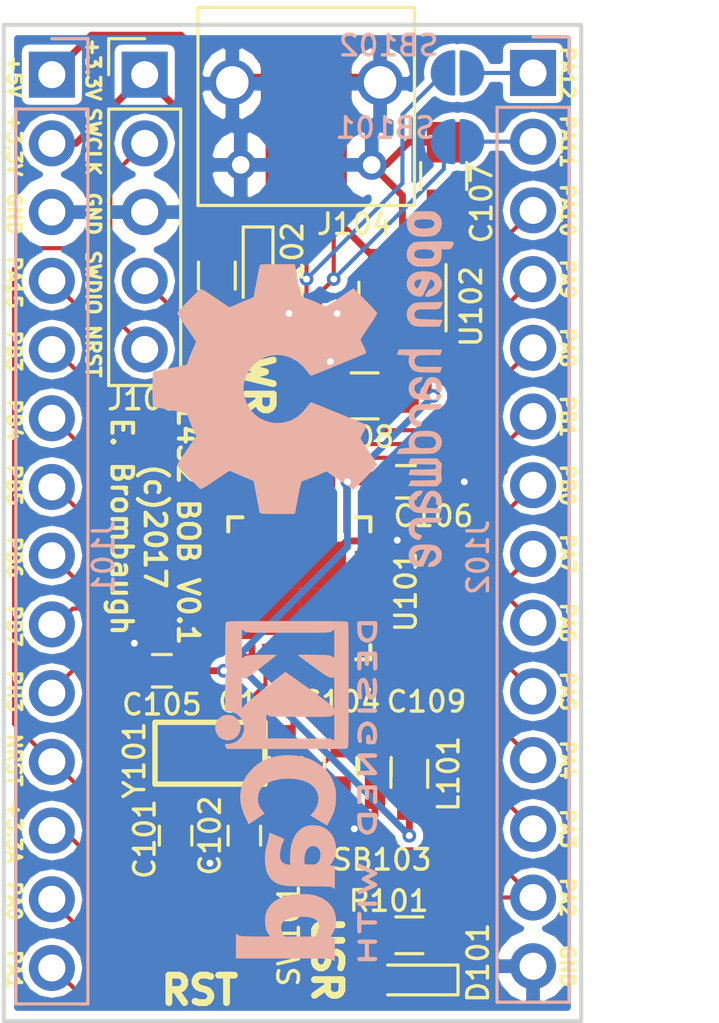
<source format=kicad_pcb>
(kicad_pcb (version 4) (host pcbnew 4.0.6)

  (general
    (links 87)
    (no_connects 4)
    (area 118.712267 71.3886 146.463734 115.629591)
    (thickness 1.6)
    (drawings 41)
    (tracks 323)
    (zones 0)
    (modules 27)
    (nets 39)
  )

  (page A4)
  (layers
    (0 F.Cu signal)
    (31 B.Cu signal hide)
    (32 B.Adhes user hide)
    (33 F.Adhes user)
    (34 B.Paste user hide)
    (35 F.Paste user)
    (36 B.SilkS user)
    (37 F.SilkS user)
    (38 B.Mask user hide)
    (39 F.Mask user)
    (40 Dwgs.User user hide)
    (41 Cmts.User user hide)
    (42 Eco1.User user hide)
    (43 Eco2.User user hide)
    (44 Edge.Cuts user)
    (45 Margin user)
    (46 B.CrtYd user hide)
    (47 F.CrtYd user)
    (48 B.Fab user hide)
    (49 F.Fab user hide)
  )

  (setup
    (last_trace_width 0.1524)
    (trace_clearance 0.1524)
    (zone_clearance 0.254)
    (zone_45_only no)
    (trace_min 0.1524)
    (segment_width 0.2)
    (edge_width 0.15)
    (via_size 0.508)
    (via_drill 0.254)
    (via_min_size 0.508)
    (via_min_drill 0.254)
    (uvia_size 0.3)
    (uvia_drill 0.1)
    (uvias_allowed no)
    (uvia_min_size 0)
    (uvia_min_drill 0)
    (pcb_text_width 0.3)
    (pcb_text_size 1.5 1.5)
    (mod_edge_width 0.15)
    (mod_text_size 0.762 0.762)
    (mod_text_width 0.127)
    (pad_size 1.524 1.524)
    (pad_drill 0.762)
    (pad_to_mask_clearance 0.2)
    (aux_axis_origin 0 0)
    (visible_elements FFFEFF5F)
    (pcbplotparams
      (layerselection 0x00030_80000001)
      (usegerberextensions false)
      (excludeedgelayer true)
      (linewidth 0.100000)
      (plotframeref false)
      (viasonmask false)
      (mode 1)
      (useauxorigin false)
      (hpglpennumber 1)
      (hpglpenspeed 20)
      (hpglpendiameter 15)
      (hpglpenoverlay 2)
      (psnegative false)
      (psa4output false)
      (plotreference true)
      (plotvalue true)
      (plotinvisibletext false)
      (padsonsilk false)
      (subtractmaskfromsilk false)
      (outputformat 1)
      (mirror false)
      (drillshape 1)
      (scaleselection 1)
      (outputdirectory ""))
  )

  (net 0 "")
  (net 1 "Net-(C101-Pad1)")
  (net 2 GND)
  (net 3 "Net-(C102-Pad1)")
  (net 4 /NRST)
  (net 5 +3.3VA)
  (net 6 +3V3)
  (net 7 +5V)
  (net 8 /PA15)
  (net 9 /PB3)
  (net 10 /PB4)
  (net 11 /PB5)
  (net 12 /PB6)
  (net 13 /PB7)
  (net 14 /PH3)
  (net 15 /PA0)
  (net 16 /PA1)
  (net 17 /PA12)
  (net 18 /PA11)
  (net 19 /PA10)
  (net 20 /PA9)
  (net 21 /PA8)
  (net 22 /PB1)
  (net 23 /PB0)
  (net 24 /PA7)
  (net 25 /PA6)
  (net 26 /PA5)
  (net 27 /PA4)
  (net 28 /PA3)
  (net 29 /PA2)
  (net 30 /SWCLK)
  (net 31 /SWDIO)
  (net 32 "Net-(J104-Pad2)")
  (net 33 "Net-(J104-Pad3)")
  (net 34 "Net-(J104-Pad4)")
  (net 35 "Net-(U102-Pad4)")
  (net 36 "Net-(R101-Pad1)")
  (net 37 "Net-(D101-Pad2)")
  (net 38 "Net-(D102-Pad2)")

  (net_class Default "This is the default net class."
    (clearance 0.1524)
    (trace_width 0.1524)
    (via_dia 0.508)
    (via_drill 0.254)
    (uvia_dia 0.3)
    (uvia_drill 0.1)
    (add_net /NRST)
    (add_net /PA0)
    (add_net /PA1)
    (add_net /PA10)
    (add_net /PA11)
    (add_net /PA12)
    (add_net /PA15)
    (add_net /PA2)
    (add_net /PA3)
    (add_net /PA4)
    (add_net /PA5)
    (add_net /PA6)
    (add_net /PA7)
    (add_net /PA8)
    (add_net /PA9)
    (add_net /PB0)
    (add_net /PB1)
    (add_net /PB3)
    (add_net /PB4)
    (add_net /PB5)
    (add_net /PB6)
    (add_net /PB7)
    (add_net /PH3)
    (add_net /SWCLK)
    (add_net /SWDIO)
    (add_net "Net-(C101-Pad1)")
    (add_net "Net-(C102-Pad1)")
    (add_net "Net-(D101-Pad2)")
    (add_net "Net-(D102-Pad2)")
    (add_net "Net-(J104-Pad2)")
    (add_net "Net-(J104-Pad3)")
    (add_net "Net-(J104-Pad4)")
    (add_net "Net-(R101-Pad1)")
    (add_net "Net-(U102-Pad4)")
  )

  (net_class Power ""
    (clearance 0.1524)
    (trace_width 0.254)
    (via_dia 0.508)
    (via_drill 0.254)
    (uvia_dia 0.3)
    (uvia_drill 0.1)
    (add_net +3.3VA)
    (add_net +3V3)
    (add_net +5V)
    (add_net GND)
  )

  (module Capacitors_SMD:C_0603_HandSoldering (layer F.Cu) (tedit 59E3EB54) (tstamp 59D831B9)
    (at 128.27 104.902 270)
    (descr "Capacitor SMD 0603, hand soldering")
    (tags "capacitor 0603")
    (path /59D5C5FF)
    (attr smd)
    (fp_text reference C101 (at 0.127 1.143 270) (layer F.SilkS)
      (effects (font (size 0.762 0.762) (thickness 0.127)))
    )
    (fp_text value 4pf (at 0 1.5 270) (layer F.Fab)
      (effects (font (size 1 1) (thickness 0.15)))
    )
    (fp_text user %R (at 0 -1.25 270) (layer F.Fab)
      (effects (font (size 1 1) (thickness 0.15)))
    )
    (fp_line (start -0.8 0.4) (end -0.8 -0.4) (layer F.Fab) (width 0.1))
    (fp_line (start 0.8 0.4) (end -0.8 0.4) (layer F.Fab) (width 0.1))
    (fp_line (start 0.8 -0.4) (end 0.8 0.4) (layer F.Fab) (width 0.1))
    (fp_line (start -0.8 -0.4) (end 0.8 -0.4) (layer F.Fab) (width 0.1))
    (fp_line (start -0.35 -0.6) (end 0.35 -0.6) (layer F.SilkS) (width 0.12))
    (fp_line (start 0.35 0.6) (end -0.35 0.6) (layer F.SilkS) (width 0.12))
    (fp_line (start -1.8 -0.65) (end 1.8 -0.65) (layer F.CrtYd) (width 0.05))
    (fp_line (start -1.8 -0.65) (end -1.8 0.65) (layer F.CrtYd) (width 0.05))
    (fp_line (start 1.8 0.65) (end 1.8 -0.65) (layer F.CrtYd) (width 0.05))
    (fp_line (start 1.8 0.65) (end -1.8 0.65) (layer F.CrtYd) (width 0.05))
    (pad 1 smd rect (at -0.95 0 270) (size 1.2 0.75) (layers F.Cu F.Paste F.Mask)
      (net 1 "Net-(C101-Pad1)"))
    (pad 2 smd rect (at 0.95 0 270) (size 1.2 0.75) (layers F.Cu F.Paste F.Mask)
      (net 2 GND))
    (model Capacitors_SMD.3dshapes/C_0603.wrl
      (at (xyz 0 0 0))
      (scale (xyz 1 1 1))
      (rotate (xyz 0 0 0))
    )
  )

  (module Capacitors_SMD:C_0603_HandSoldering (layer F.Cu) (tedit 59E3EBBE) (tstamp 59D831CA)
    (at 130.81 104.902 270)
    (descr "Capacitor SMD 0603, hand soldering")
    (tags "capacitor 0603")
    (path /59D5C677)
    (attr smd)
    (fp_text reference C102 (at 0 1.27 270) (layer F.SilkS)
      (effects (font (size 0.762 0.762) (thickness 0.127)))
    )
    (fp_text value 4pf (at 0 1.5 270) (layer F.Fab)
      (effects (font (size 1 1) (thickness 0.15)))
    )
    (fp_text user %R (at 0 -1.25 270) (layer F.Fab)
      (effects (font (size 1 1) (thickness 0.15)))
    )
    (fp_line (start -0.8 0.4) (end -0.8 -0.4) (layer F.Fab) (width 0.1))
    (fp_line (start 0.8 0.4) (end -0.8 0.4) (layer F.Fab) (width 0.1))
    (fp_line (start 0.8 -0.4) (end 0.8 0.4) (layer F.Fab) (width 0.1))
    (fp_line (start -0.8 -0.4) (end 0.8 -0.4) (layer F.Fab) (width 0.1))
    (fp_line (start -0.35 -0.6) (end 0.35 -0.6) (layer F.SilkS) (width 0.12))
    (fp_line (start 0.35 0.6) (end -0.35 0.6) (layer F.SilkS) (width 0.12))
    (fp_line (start -1.8 -0.65) (end 1.8 -0.65) (layer F.CrtYd) (width 0.05))
    (fp_line (start -1.8 -0.65) (end -1.8 0.65) (layer F.CrtYd) (width 0.05))
    (fp_line (start 1.8 0.65) (end 1.8 -0.65) (layer F.CrtYd) (width 0.05))
    (fp_line (start 1.8 0.65) (end -1.8 0.65) (layer F.CrtYd) (width 0.05))
    (pad 1 smd rect (at -0.95 0 270) (size 1.2 0.75) (layers F.Cu F.Paste F.Mask)
      (net 3 "Net-(C102-Pad1)"))
    (pad 2 smd rect (at 0.95 0 270) (size 1.2 0.75) (layers F.Cu F.Paste F.Mask)
      (net 2 GND))
    (model Capacitors_SMD.3dshapes/C_0603.wrl
      (at (xyz 0 0 0))
      (scale (xyz 1 1 1))
      (rotate (xyz 0 0 0))
    )
  )

  (module Capacitors_SMD:C_0603_HandSoldering (layer F.Cu) (tedit 59E3EBC7) (tstamp 59D831DB)
    (at 132.334 102.362 270)
    (descr "Capacitor SMD 0603, hand soldering")
    (tags "capacitor 0603")
    (path /59D5CF33)
    (attr smd)
    (fp_text reference C103 (at -2.413 1.016 360) (layer F.SilkS)
      (effects (font (size 0.762 0.762) (thickness 0.127)))
    )
    (fp_text value 0.1uf (at 0 1.5 270) (layer F.Fab)
      (effects (font (size 1 1) (thickness 0.15)))
    )
    (fp_text user %R (at 0 -1.25 270) (layer F.Fab)
      (effects (font (size 1 1) (thickness 0.15)))
    )
    (fp_line (start -0.8 0.4) (end -0.8 -0.4) (layer F.Fab) (width 0.1))
    (fp_line (start 0.8 0.4) (end -0.8 0.4) (layer F.Fab) (width 0.1))
    (fp_line (start 0.8 -0.4) (end 0.8 0.4) (layer F.Fab) (width 0.1))
    (fp_line (start -0.8 -0.4) (end 0.8 -0.4) (layer F.Fab) (width 0.1))
    (fp_line (start -0.35 -0.6) (end 0.35 -0.6) (layer F.SilkS) (width 0.12))
    (fp_line (start 0.35 0.6) (end -0.35 0.6) (layer F.SilkS) (width 0.12))
    (fp_line (start -1.8 -0.65) (end 1.8 -0.65) (layer F.CrtYd) (width 0.05))
    (fp_line (start -1.8 -0.65) (end -1.8 0.65) (layer F.CrtYd) (width 0.05))
    (fp_line (start 1.8 0.65) (end 1.8 -0.65) (layer F.CrtYd) (width 0.05))
    (fp_line (start 1.8 0.65) (end -1.8 0.65) (layer F.CrtYd) (width 0.05))
    (pad 1 smd rect (at -0.95 0 270) (size 1.2 0.75) (layers F.Cu F.Paste F.Mask)
      (net 4 /NRST))
    (pad 2 smd rect (at 0.95 0 270) (size 1.2 0.75) (layers F.Cu F.Paste F.Mask)
      (net 2 GND))
    (model Capacitors_SMD.3dshapes/C_0603.wrl
      (at (xyz 0 0 0))
      (scale (xyz 1 1 1))
      (rotate (xyz 0 0 0))
    )
  )

  (module Capacitors_SMD:C_0603_HandSoldering (layer F.Cu) (tedit 59E3EBD0) (tstamp 59D831EC)
    (at 134.366 102.362 270)
    (descr "Capacitor SMD 0603, hand soldering")
    (tags "capacitor 0603")
    (path /59D5D3ED)
    (attr smd)
    (fp_text reference C104 (at -2.413 0 360) (layer F.SilkS)
      (effects (font (size 0.762 0.762) (thickness 0.127)))
    )
    (fp_text value 0.1uf (at 0 1.5 270) (layer F.Fab)
      (effects (font (size 1 1) (thickness 0.15)))
    )
    (fp_text user %R (at 0 -1.25 270) (layer F.Fab)
      (effects (font (size 1 1) (thickness 0.15)))
    )
    (fp_line (start -0.8 0.4) (end -0.8 -0.4) (layer F.Fab) (width 0.1))
    (fp_line (start 0.8 0.4) (end -0.8 0.4) (layer F.Fab) (width 0.1))
    (fp_line (start 0.8 -0.4) (end 0.8 0.4) (layer F.Fab) (width 0.1))
    (fp_line (start -0.8 -0.4) (end 0.8 -0.4) (layer F.Fab) (width 0.1))
    (fp_line (start -0.35 -0.6) (end 0.35 -0.6) (layer F.SilkS) (width 0.12))
    (fp_line (start 0.35 0.6) (end -0.35 0.6) (layer F.SilkS) (width 0.12))
    (fp_line (start -1.8 -0.65) (end 1.8 -0.65) (layer F.CrtYd) (width 0.05))
    (fp_line (start -1.8 -0.65) (end -1.8 0.65) (layer F.CrtYd) (width 0.05))
    (fp_line (start 1.8 0.65) (end 1.8 -0.65) (layer F.CrtYd) (width 0.05))
    (fp_line (start 1.8 0.65) (end -1.8 0.65) (layer F.CrtYd) (width 0.05))
    (pad 1 smd rect (at -0.95 0 270) (size 1.2 0.75) (layers F.Cu F.Paste F.Mask)
      (net 5 +3.3VA))
    (pad 2 smd rect (at 0.95 0 270) (size 1.2 0.75) (layers F.Cu F.Paste F.Mask)
      (net 2 GND))
    (model Capacitors_SMD.3dshapes/C_0603.wrl
      (at (xyz 0 0 0))
      (scale (xyz 1 1 1))
      (rotate (xyz 0 0 0))
    )
  )

  (module Capacitors_SMD:C_0603_HandSoldering (layer F.Cu) (tedit 58AA848B) (tstamp 59D831FD)
    (at 127.762 98.806 180)
    (descr "Capacitor SMD 0603, hand soldering")
    (tags "capacitor 0603")
    (path /59D5B2A3)
    (attr smd)
    (fp_text reference C105 (at 0 -1.25 180) (layer F.SilkS)
      (effects (font (size 0.762 0.762) (thickness 0.127)))
    )
    (fp_text value 0.1uf (at 0 1.5 180) (layer F.Fab)
      (effects (font (size 1 1) (thickness 0.15)))
    )
    (fp_text user %R (at 0 -1.25 180) (layer F.Fab)
      (effects (font (size 1 1) (thickness 0.15)))
    )
    (fp_line (start -0.8 0.4) (end -0.8 -0.4) (layer F.Fab) (width 0.1))
    (fp_line (start 0.8 0.4) (end -0.8 0.4) (layer F.Fab) (width 0.1))
    (fp_line (start 0.8 -0.4) (end 0.8 0.4) (layer F.Fab) (width 0.1))
    (fp_line (start -0.8 -0.4) (end 0.8 -0.4) (layer F.Fab) (width 0.1))
    (fp_line (start -0.35 -0.6) (end 0.35 -0.6) (layer F.SilkS) (width 0.12))
    (fp_line (start 0.35 0.6) (end -0.35 0.6) (layer F.SilkS) (width 0.12))
    (fp_line (start -1.8 -0.65) (end 1.8 -0.65) (layer F.CrtYd) (width 0.05))
    (fp_line (start -1.8 -0.65) (end -1.8 0.65) (layer F.CrtYd) (width 0.05))
    (fp_line (start 1.8 0.65) (end 1.8 -0.65) (layer F.CrtYd) (width 0.05))
    (fp_line (start 1.8 0.65) (end -1.8 0.65) (layer F.CrtYd) (width 0.05))
    (pad 1 smd rect (at -0.95 0 180) (size 1.2 0.75) (layers F.Cu F.Paste F.Mask)
      (net 6 +3V3))
    (pad 2 smd rect (at 0.95 0 180) (size 1.2 0.75) (layers F.Cu F.Paste F.Mask)
      (net 2 GND))
    (model Capacitors_SMD.3dshapes/C_0603.wrl
      (at (xyz 0 0 0))
      (scale (xyz 1 1 1))
      (rotate (xyz 0 0 0))
    )
  )

  (module Capacitors_SMD:C_0603_HandSoldering (layer F.Cu) (tedit 59E3EBF8) (tstamp 59D8320E)
    (at 136.779 91.821)
    (descr "Capacitor SMD 0603, hand soldering")
    (tags "capacitor 0603")
    (path /59D5B767)
    (attr smd)
    (fp_text reference C106 (at 1.016 1.27) (layer F.SilkS)
      (effects (font (size 0.762 0.762) (thickness 0.127)))
    )
    (fp_text value 0.1uf (at 0 1.5) (layer F.Fab)
      (effects (font (size 1 1) (thickness 0.15)))
    )
    (fp_text user %R (at 0 -1.25) (layer F.Fab)
      (effects (font (size 1 1) (thickness 0.15)))
    )
    (fp_line (start -0.8 0.4) (end -0.8 -0.4) (layer F.Fab) (width 0.1))
    (fp_line (start 0.8 0.4) (end -0.8 0.4) (layer F.Fab) (width 0.1))
    (fp_line (start 0.8 -0.4) (end 0.8 0.4) (layer F.Fab) (width 0.1))
    (fp_line (start -0.8 -0.4) (end 0.8 -0.4) (layer F.Fab) (width 0.1))
    (fp_line (start -0.35 -0.6) (end 0.35 -0.6) (layer F.SilkS) (width 0.12))
    (fp_line (start 0.35 0.6) (end -0.35 0.6) (layer F.SilkS) (width 0.12))
    (fp_line (start -1.8 -0.65) (end 1.8 -0.65) (layer F.CrtYd) (width 0.05))
    (fp_line (start -1.8 -0.65) (end -1.8 0.65) (layer F.CrtYd) (width 0.05))
    (fp_line (start 1.8 0.65) (end 1.8 -0.65) (layer F.CrtYd) (width 0.05))
    (fp_line (start 1.8 0.65) (end -1.8 0.65) (layer F.CrtYd) (width 0.05))
    (pad 1 smd rect (at -0.95 0) (size 1.2 0.75) (layers F.Cu F.Paste F.Mask)
      (net 6 +3V3))
    (pad 2 smd rect (at 0.95 0) (size 1.2 0.75) (layers F.Cu F.Paste F.Mask)
      (net 2 GND))
    (model Capacitors_SMD.3dshapes/C_0603.wrl
      (at (xyz 0 0 0))
      (scale (xyz 1 1 1))
      (rotate (xyz 0 0 0))
    )
  )

  (module Capacitors_SMD:C_0805_HandSoldering (layer F.Cu) (tedit 59E3EC30) (tstamp 59D8321F)
    (at 138.176 80.518 90)
    (descr "Capacitor SMD 0805, hand soldering")
    (tags "capacitor 0805")
    (path /59D5C213)
    (attr smd)
    (fp_text reference C107 (at -1.016 1.397 90) (layer F.SilkS)
      (effects (font (size 0.762 0.762) (thickness 0.127)))
    )
    (fp_text value 10uf (at 0 1.75 90) (layer F.Fab)
      (effects (font (size 1 1) (thickness 0.15)))
    )
    (fp_text user %R (at 0 -1.75 90) (layer F.Fab)
      (effects (font (size 1 1) (thickness 0.15)))
    )
    (fp_line (start -1 0.62) (end -1 -0.62) (layer F.Fab) (width 0.1))
    (fp_line (start 1 0.62) (end -1 0.62) (layer F.Fab) (width 0.1))
    (fp_line (start 1 -0.62) (end 1 0.62) (layer F.Fab) (width 0.1))
    (fp_line (start -1 -0.62) (end 1 -0.62) (layer F.Fab) (width 0.1))
    (fp_line (start 0.5 -0.85) (end -0.5 -0.85) (layer F.SilkS) (width 0.12))
    (fp_line (start -0.5 0.85) (end 0.5 0.85) (layer F.SilkS) (width 0.12))
    (fp_line (start -2.25 -0.88) (end 2.25 -0.88) (layer F.CrtYd) (width 0.05))
    (fp_line (start -2.25 -0.88) (end -2.25 0.87) (layer F.CrtYd) (width 0.05))
    (fp_line (start 2.25 0.87) (end 2.25 -0.88) (layer F.CrtYd) (width 0.05))
    (fp_line (start 2.25 0.87) (end -2.25 0.87) (layer F.CrtYd) (width 0.05))
    (pad 1 smd rect (at -1.25 0 90) (size 1.5 1.25) (layers F.Cu F.Paste F.Mask)
      (net 7 +5V))
    (pad 2 smd rect (at 1.25 0 90) (size 1.5 1.25) (layers F.Cu F.Paste F.Mask)
      (net 2 GND))
    (model Capacitors_SMD.3dshapes/C_0805.wrl
      (at (xyz 0 0 0))
      (scale (xyz 1 1 1))
      (rotate (xyz 0 0 0))
    )
  )

  (module Capacitors_SMD:C_0805_HandSoldering (layer F.Cu) (tedit 59E3EC11) (tstamp 59D83230)
    (at 135.255 88.646 180)
    (descr "Capacitor SMD 0805, hand soldering")
    (tags "capacitor 0805")
    (path /59D5BF5A)
    (attr smd)
    (fp_text reference C108 (at 0.381 -1.524 180) (layer F.SilkS)
      (effects (font (size 0.762 0.762) (thickness 0.127)))
    )
    (fp_text value 10uf (at 0 1.75 180) (layer F.Fab)
      (effects (font (size 1 1) (thickness 0.15)))
    )
    (fp_text user %R (at 0 -1.75 180) (layer F.Fab)
      (effects (font (size 1 1) (thickness 0.15)))
    )
    (fp_line (start -1 0.62) (end -1 -0.62) (layer F.Fab) (width 0.1))
    (fp_line (start 1 0.62) (end -1 0.62) (layer F.Fab) (width 0.1))
    (fp_line (start 1 -0.62) (end 1 0.62) (layer F.Fab) (width 0.1))
    (fp_line (start -1 -0.62) (end 1 -0.62) (layer F.Fab) (width 0.1))
    (fp_line (start 0.5 -0.85) (end -0.5 -0.85) (layer F.SilkS) (width 0.12))
    (fp_line (start -0.5 0.85) (end 0.5 0.85) (layer F.SilkS) (width 0.12))
    (fp_line (start -2.25 -0.88) (end 2.25 -0.88) (layer F.CrtYd) (width 0.05))
    (fp_line (start -2.25 -0.88) (end -2.25 0.87) (layer F.CrtYd) (width 0.05))
    (fp_line (start 2.25 0.87) (end 2.25 -0.88) (layer F.CrtYd) (width 0.05))
    (fp_line (start 2.25 0.87) (end -2.25 0.87) (layer F.CrtYd) (width 0.05))
    (pad 1 smd rect (at -1.25 0 180) (size 1.5 1.25) (layers F.Cu F.Paste F.Mask)
      (net 6 +3V3))
    (pad 2 smd rect (at 1.25 0 180) (size 1.5 1.25) (layers F.Cu F.Paste F.Mask)
      (net 2 GND))
    (model Capacitors_SMD.3dshapes/C_0805.wrl
      (at (xyz 0 0 0))
      (scale (xyz 1 1 1))
      (rotate (xyz 0 0 0))
    )
  )

  (module Capacitors_SMD:C_0603_HandSoldering (layer F.Cu) (tedit 59E3EBD7) (tstamp 59D83241)
    (at 135.636 102.362 270)
    (descr "Capacitor SMD 0603, hand soldering")
    (tags "capacitor 0603")
    (path /59D5DFD0)
    (attr smd)
    (fp_text reference C109 (at -2.413 -1.905 360) (layer F.SilkS)
      (effects (font (size 0.762 0.762) (thickness 0.127)))
    )
    (fp_text value 0.1uf (at 0 1.5 270) (layer F.Fab)
      (effects (font (size 1 1) (thickness 0.15)))
    )
    (fp_text user %R (at 1.016 -10.668 360) (layer F.Fab)
      (effects (font (size 1 1) (thickness 0.15)))
    )
    (fp_line (start -0.8 0.4) (end -0.8 -0.4) (layer F.Fab) (width 0.1))
    (fp_line (start 0.8 0.4) (end -0.8 0.4) (layer F.Fab) (width 0.1))
    (fp_line (start 0.8 -0.4) (end 0.8 0.4) (layer F.Fab) (width 0.1))
    (fp_line (start -0.8 -0.4) (end 0.8 -0.4) (layer F.Fab) (width 0.1))
    (fp_line (start -0.35 -0.6) (end 0.35 -0.6) (layer F.SilkS) (width 0.12))
    (fp_line (start 0.35 0.6) (end -0.35 0.6) (layer F.SilkS) (width 0.12))
    (fp_line (start -1.8 -0.65) (end 1.8 -0.65) (layer F.CrtYd) (width 0.05))
    (fp_line (start -1.8 -0.65) (end -1.8 0.65) (layer F.CrtYd) (width 0.05))
    (fp_line (start 1.8 0.65) (end 1.8 -0.65) (layer F.CrtYd) (width 0.05))
    (fp_line (start 1.8 0.65) (end -1.8 0.65) (layer F.CrtYd) (width 0.05))
    (pad 1 smd rect (at -0.95 0 270) (size 1.2 0.75) (layers F.Cu F.Paste F.Mask)
      (net 5 +3.3VA))
    (pad 2 smd rect (at 0.95 0 270) (size 1.2 0.75) (layers F.Cu F.Paste F.Mask)
      (net 2 GND))
    (model Capacitors_SMD.3dshapes/C_0603.wrl
      (at (xyz 0 0 0))
      (scale (xyz 1 1 1))
      (rotate (xyz 0 0 0))
    )
  )

  (module Pin_Headers:Pin_Header_Straight_1x14_Pitch2.54mm (layer B.Cu) (tedit 59E3F0BF) (tstamp 59D83263)
    (at 123.698 76.7715 180)
    (descr "Through hole straight pin header, 1x14, 2.54mm pitch, single row")
    (tags "Through hole pin header THT 1x14 2.54mm single row")
    (path /59D6AE41)
    (fp_text reference J101 (at -1.905 -17.8435 450) (layer B.SilkS)
      (effects (font (size 0.762 0.762) (thickness 0.127)) (justify mirror))
    )
    (fp_text value CONN_01X14 (at 0 -35.35 180) (layer B.Fab)
      (effects (font (size 1 1) (thickness 0.15)) (justify mirror))
    )
    (fp_line (start -0.635 1.27) (end 1.27 1.27) (layer B.Fab) (width 0.1))
    (fp_line (start 1.27 1.27) (end 1.27 -34.29) (layer B.Fab) (width 0.1))
    (fp_line (start 1.27 -34.29) (end -1.27 -34.29) (layer B.Fab) (width 0.1))
    (fp_line (start -1.27 -34.29) (end -1.27 0.635) (layer B.Fab) (width 0.1))
    (fp_line (start -1.27 0.635) (end -0.635 1.27) (layer B.Fab) (width 0.1))
    (fp_line (start -1.33 -34.35) (end 1.33 -34.35) (layer B.SilkS) (width 0.12))
    (fp_line (start -1.33 -1.27) (end -1.33 -34.35) (layer B.SilkS) (width 0.12))
    (fp_line (start 1.33 -1.27) (end 1.33 -34.35) (layer B.SilkS) (width 0.12))
    (fp_line (start -1.33 -1.27) (end 1.33 -1.27) (layer B.SilkS) (width 0.12))
    (fp_line (start -1.33 0) (end -1.33 1.33) (layer B.SilkS) (width 0.12))
    (fp_line (start -1.33 1.33) (end 0 1.33) (layer B.SilkS) (width 0.12))
    (fp_line (start -1.8 1.8) (end -1.8 -34.8) (layer B.CrtYd) (width 0.05))
    (fp_line (start -1.8 -34.8) (end 1.8 -34.8) (layer B.CrtYd) (width 0.05))
    (fp_line (start 1.8 -34.8) (end 1.8 1.8) (layer B.CrtYd) (width 0.05))
    (fp_line (start 1.8 1.8) (end -1.8 1.8) (layer B.CrtYd) (width 0.05))
    (fp_text user %R (at 0 -16.51 450) (layer B.Fab)
      (effects (font (size 1 1) (thickness 0.15)) (justify mirror))
    )
    (pad 1 thru_hole rect (at 0 0 180) (size 1.7 1.7) (drill 1) (layers *.Cu *.Mask)
      (net 7 +5V))
    (pad 2 thru_hole oval (at 0 -2.54 180) (size 1.7 1.7) (drill 1) (layers *.Cu *.Mask)
      (net 6 +3V3))
    (pad 3 thru_hole oval (at 0 -5.08 180) (size 1.7 1.7) (drill 1) (layers *.Cu *.Mask)
      (net 2 GND))
    (pad 4 thru_hole oval (at 0 -7.62 180) (size 1.7 1.7) (drill 1) (layers *.Cu *.Mask)
      (net 8 /PA15))
    (pad 5 thru_hole oval (at 0 -10.16 180) (size 1.7 1.7) (drill 1) (layers *.Cu *.Mask)
      (net 9 /PB3))
    (pad 6 thru_hole oval (at 0 -12.7 180) (size 1.7 1.7) (drill 1) (layers *.Cu *.Mask)
      (net 10 /PB4))
    (pad 7 thru_hole oval (at 0 -15.24 180) (size 1.7 1.7) (drill 1) (layers *.Cu *.Mask)
      (net 11 /PB5))
    (pad 8 thru_hole oval (at 0 -17.78 180) (size 1.7 1.7) (drill 1) (layers *.Cu *.Mask)
      (net 12 /PB6))
    (pad 9 thru_hole oval (at 0 -20.32 180) (size 1.7 1.7) (drill 1) (layers *.Cu *.Mask)
      (net 13 /PB7))
    (pad 10 thru_hole oval (at 0 -22.86 180) (size 1.7 1.7) (drill 1) (layers *.Cu *.Mask)
      (net 14 /PH3))
    (pad 11 thru_hole oval (at 0 -25.4 180) (size 1.7 1.7) (drill 1) (layers *.Cu *.Mask)
      (net 4 /NRST))
    (pad 12 thru_hole oval (at 0 -27.94 180) (size 1.7 1.7) (drill 1) (layers *.Cu *.Mask)
      (net 5 +3.3VA))
    (pad 13 thru_hole oval (at 0 -30.48 180) (size 1.7 1.7) (drill 1) (layers *.Cu *.Mask)
      (net 15 /PA0))
    (pad 14 thru_hole oval (at 0 -33.02 180) (size 1.7 1.7) (drill 1) (layers *.Cu *.Mask)
      (net 16 /PA1))
    (model ${KISYS3DMOD}/Pin_Headers.3dshapes/Pin_Header_Straight_1x14_Pitch2.54mm.wrl
      (at (xyz 0 0 0))
      (scale (xyz 1 1 1))
      (rotate (xyz 0 0 0))
    )
  )

  (module Pin_Headers:Pin_Header_Straight_1x14_Pitch2.54mm (layer B.Cu) (tedit 59E3F0B2) (tstamp 59D83285)
    (at 141.478 76.708 180)
    (descr "Through hole straight pin header, 1x14, 2.54mm pitch, single row")
    (tags "Through hole pin header THT 1x14 2.54mm single row")
    (path /59D6ADEE)
    (fp_text reference J102 (at 2.032 -17.907 450) (layer B.SilkS)
      (effects (font (size 0.762 0.762) (thickness 0.127)) (justify mirror))
    )
    (fp_text value CONN_01X14 (at 0 -35.35 180) (layer B.Fab)
      (effects (font (size 1 1) (thickness 0.15)) (justify mirror))
    )
    (fp_line (start -0.635 1.27) (end 1.27 1.27) (layer B.Fab) (width 0.1))
    (fp_line (start 1.27 1.27) (end 1.27 -34.29) (layer B.Fab) (width 0.1))
    (fp_line (start 1.27 -34.29) (end -1.27 -34.29) (layer B.Fab) (width 0.1))
    (fp_line (start -1.27 -34.29) (end -1.27 0.635) (layer B.Fab) (width 0.1))
    (fp_line (start -1.27 0.635) (end -0.635 1.27) (layer B.Fab) (width 0.1))
    (fp_line (start -1.33 -34.35) (end 1.33 -34.35) (layer B.SilkS) (width 0.12))
    (fp_line (start -1.33 -1.27) (end -1.33 -34.35) (layer B.SilkS) (width 0.12))
    (fp_line (start 1.33 -1.27) (end 1.33 -34.35) (layer B.SilkS) (width 0.12))
    (fp_line (start -1.33 -1.27) (end 1.33 -1.27) (layer B.SilkS) (width 0.12))
    (fp_line (start -1.33 0) (end -1.33 1.33) (layer B.SilkS) (width 0.12))
    (fp_line (start -1.33 1.33) (end 0 1.33) (layer B.SilkS) (width 0.12))
    (fp_line (start -1.8 1.8) (end -1.8 -34.8) (layer B.CrtYd) (width 0.05))
    (fp_line (start -1.8 -34.8) (end 1.8 -34.8) (layer B.CrtYd) (width 0.05))
    (fp_line (start 1.8 -34.8) (end 1.8 1.8) (layer B.CrtYd) (width 0.05))
    (fp_line (start 1.8 1.8) (end -1.8 1.8) (layer B.CrtYd) (width 0.05))
    (fp_text user %R (at 0 -16.51 450) (layer B.Fab)
      (effects (font (size 1 1) (thickness 0.15)) (justify mirror))
    )
    (pad 1 thru_hole rect (at 0 0 180) (size 1.7 1.7) (drill 1) (layers *.Cu *.Mask)
      (net 17 /PA12))
    (pad 2 thru_hole oval (at 0 -2.54 180) (size 1.7 1.7) (drill 1) (layers *.Cu *.Mask)
      (net 18 /PA11))
    (pad 3 thru_hole oval (at 0 -5.08 180) (size 1.7 1.7) (drill 1) (layers *.Cu *.Mask)
      (net 19 /PA10))
    (pad 4 thru_hole oval (at 0 -7.62 180) (size 1.7 1.7) (drill 1) (layers *.Cu *.Mask)
      (net 20 /PA9))
    (pad 5 thru_hole oval (at 0 -10.16 180) (size 1.7 1.7) (drill 1) (layers *.Cu *.Mask)
      (net 21 /PA8))
    (pad 6 thru_hole oval (at 0 -12.7 180) (size 1.7 1.7) (drill 1) (layers *.Cu *.Mask)
      (net 22 /PB1))
    (pad 7 thru_hole oval (at 0 -15.24 180) (size 1.7 1.7) (drill 1) (layers *.Cu *.Mask)
      (net 23 /PB0))
    (pad 8 thru_hole oval (at 0 -17.78 180) (size 1.7 1.7) (drill 1) (layers *.Cu *.Mask)
      (net 24 /PA7))
    (pad 9 thru_hole oval (at 0 -20.32 180) (size 1.7 1.7) (drill 1) (layers *.Cu *.Mask)
      (net 25 /PA6))
    (pad 10 thru_hole oval (at 0 -22.86 180) (size 1.7 1.7) (drill 1) (layers *.Cu *.Mask)
      (net 26 /PA5))
    (pad 11 thru_hole oval (at 0 -25.4 180) (size 1.7 1.7) (drill 1) (layers *.Cu *.Mask)
      (net 27 /PA4))
    (pad 12 thru_hole oval (at 0 -27.94 180) (size 1.7 1.7) (drill 1) (layers *.Cu *.Mask)
      (net 28 /PA3))
    (pad 13 thru_hole oval (at 0 -30.48 180) (size 1.7 1.7) (drill 1) (layers *.Cu *.Mask)
      (net 29 /PA2))
    (pad 14 thru_hole oval (at 0 -33.02 180) (size 1.7 1.7) (drill 1) (layers *.Cu *.Mask)
      (net 2 GND))
    (model ${KISYS3DMOD}/Pin_Headers.3dshapes/Pin_Header_Straight_1x14_Pitch2.54mm.wrl
      (at (xyz 0 0 0))
      (scale (xyz 1 1 1))
      (rotate (xyz 0 0 0))
    )
  )

  (module Pin_Headers:Pin_Header_Straight_1x05_Pitch2.54mm (layer F.Cu) (tedit 59E3ECEB) (tstamp 59D8329E)
    (at 127.127 76.7715)
    (descr "Through hole straight pin header, 1x05, 2.54mm pitch, single row")
    (tags "Through hole pin header THT 1x05 2.54mm single row")
    (path /59D5EB3B)
    (fp_text reference J103 (at 0 12.0015 180) (layer F.SilkS)
      (effects (font (size 0.762 0.762) (thickness 0.127)))
    )
    (fp_text value CONN_01X05 (at 0 12.49) (layer F.Fab)
      (effects (font (size 1 1) (thickness 0.15)))
    )
    (fp_line (start -0.635 -1.27) (end 1.27 -1.27) (layer F.Fab) (width 0.1))
    (fp_line (start 1.27 -1.27) (end 1.27 11.43) (layer F.Fab) (width 0.1))
    (fp_line (start 1.27 11.43) (end -1.27 11.43) (layer F.Fab) (width 0.1))
    (fp_line (start -1.27 11.43) (end -1.27 -0.635) (layer F.Fab) (width 0.1))
    (fp_line (start -1.27 -0.635) (end -0.635 -1.27) (layer F.Fab) (width 0.1))
    (fp_line (start -1.33 11.49) (end 1.33 11.49) (layer F.SilkS) (width 0.12))
    (fp_line (start -1.33 1.27) (end -1.33 11.49) (layer F.SilkS) (width 0.12))
    (fp_line (start 1.33 1.27) (end 1.33 11.49) (layer F.SilkS) (width 0.12))
    (fp_line (start -1.33 1.27) (end 1.33 1.27) (layer F.SilkS) (width 0.12))
    (fp_line (start -1.33 0) (end -1.33 -1.33) (layer F.SilkS) (width 0.12))
    (fp_line (start -1.33 -1.33) (end 0 -1.33) (layer F.SilkS) (width 0.12))
    (fp_line (start -1.8 -1.8) (end -1.8 11.95) (layer F.CrtYd) (width 0.05))
    (fp_line (start -1.8 11.95) (end 1.8 11.95) (layer F.CrtYd) (width 0.05))
    (fp_line (start 1.8 11.95) (end 1.8 -1.8) (layer F.CrtYd) (width 0.05))
    (fp_line (start 1.8 -1.8) (end -1.8 -1.8) (layer F.CrtYd) (width 0.05))
    (fp_text user %R (at 0 5.08 90) (layer F.Fab)
      (effects (font (size 1 1) (thickness 0.15)))
    )
    (pad 1 thru_hole rect (at 0 0) (size 1.7 1.7) (drill 1) (layers *.Cu *.Mask)
      (net 6 +3V3))
    (pad 2 thru_hole oval (at 0 2.54) (size 1.7 1.7) (drill 1) (layers *.Cu *.Mask)
      (net 30 /SWCLK))
    (pad 3 thru_hole oval (at 0 5.08) (size 1.7 1.7) (drill 1) (layers *.Cu *.Mask)
      (net 2 GND))
    (pad 4 thru_hole oval (at 0 7.62) (size 1.7 1.7) (drill 1) (layers *.Cu *.Mask)
      (net 31 /SWDIO))
    (pad 5 thru_hole oval (at 0 10.16) (size 1.7 1.7) (drill 1) (layers *.Cu *.Mask)
      (net 4 /NRST))
    (model ${KISYS3DMOD}/Pin_Headers.3dshapes/Pin_Header_Straight_1x05_Pitch2.54mm.wrl
      (at (xyz 0 0 0))
      (scale (xyz 1 1 1))
      (rotate (xyz 0 0 0))
    )
  )

  (module Resistors_SMD:R_0603_HandSoldering (layer F.Cu) (tedit 58E0A804) (tstamp 59D832C7)
    (at 136.906 102.616 270)
    (descr "Resistor SMD 0603, hand soldering")
    (tags "resistor 0603")
    (path /59D5E4B6)
    (attr smd)
    (fp_text reference L101 (at 0 -1.45 270) (layer F.SilkS)
      (effects (font (size 0.762 0.762) (thickness 0.127)))
    )
    (fp_text value 1K (at 0 1.55 270) (layer F.Fab)
      (effects (font (size 1 1) (thickness 0.15)))
    )
    (fp_text user %R (at 0 0 270) (layer F.Fab)
      (effects (font (size 0.4 0.4) (thickness 0.075)))
    )
    (fp_line (start -0.8 0.4) (end -0.8 -0.4) (layer F.Fab) (width 0.1))
    (fp_line (start 0.8 0.4) (end -0.8 0.4) (layer F.Fab) (width 0.1))
    (fp_line (start 0.8 -0.4) (end 0.8 0.4) (layer F.Fab) (width 0.1))
    (fp_line (start -0.8 -0.4) (end 0.8 -0.4) (layer F.Fab) (width 0.1))
    (fp_line (start 0.5 0.68) (end -0.5 0.68) (layer F.SilkS) (width 0.12))
    (fp_line (start -0.5 -0.68) (end 0.5 -0.68) (layer F.SilkS) (width 0.12))
    (fp_line (start -1.96 -0.7) (end 1.95 -0.7) (layer F.CrtYd) (width 0.05))
    (fp_line (start -1.96 -0.7) (end -1.96 0.7) (layer F.CrtYd) (width 0.05))
    (fp_line (start 1.95 0.7) (end 1.95 -0.7) (layer F.CrtYd) (width 0.05))
    (fp_line (start 1.95 0.7) (end -1.96 0.7) (layer F.CrtYd) (width 0.05))
    (pad 1 smd rect (at -1.1 0 270) (size 1.2 0.9) (layers F.Cu F.Paste F.Mask)
      (net 5 +3.3VA))
    (pad 2 smd rect (at 1.1 0 270) (size 1.2 0.9) (layers F.Cu F.Paste F.Mask)
      (net 6 +3V3))
    (model ${KISYS3DMOD}/Resistors_SMD.3dshapes/R_0603.wrl
      (at (xyz 0 0 0))
      (scale (xyz 1 1 1))
      (rotate (xyz 0 0 0))
    )
  )

  (module footprints:JUMPER-SOLDER-SMD (layer B.Cu) (tedit 59E3EF96) (tstamp 59D83303)
    (at 138.684 79.248 90)
    (path /59D6C7D0)
    (fp_text reference SB101 (at 0.508 -2.667 180) (layer B.SilkS)
      (effects (font (size 0.762 0.762) (thickness 0.127)) (justify mirror))
    )
    (fp_text value NO (at 0 1.9304 90) (layer B.Fab)
      (effects (font (size 1 1) (thickness 0.15)) (justify mirror))
    )
    (fp_line (start -0.889 0.127) (end -0.889 -0.127) (layer B.Mask) (width 0.15))
    (fp_line (start 0.889 0.127) (end 0.889 -0.127) (layer B.Mask) (width 0.15))
    (fp_line (start -0.889 0) (end 0.889 0) (layer B.Mask) (width 0.15))
    (fp_line (start -0.3175 -0.889) (end 0.381 -0.889) (layer B.Mask) (width 0.15))
    (fp_line (start 0.6985 -0.635) (end -0.6985 -0.635) (layer B.Mask) (width 0.15))
    (fp_line (start -0.762 -0.508) (end 0.762 -0.508) (layer B.Mask) (width 0.15))
    (fp_line (start 0.8255 -0.381) (end -0.8255 -0.381) (layer B.Mask) (width 0.15))
    (fp_line (start -0.8255 -0.254) (end 0.8255 -0.254) (layer B.Mask) (width 0.15))
    (fp_line (start 0.889 -0.127) (end -0.889 -0.127) (layer B.Mask) (width 0.15))
    (fp_arc (start 0 -0.127) (end 0 -1.016) (angle -90) (layer B.Mask) (width 0.15))
    (fp_arc (start 0 -0.127) (end 0.889 -0.127) (angle -90) (layer B.Mask) (width 0.15))
    (fp_line (start 0.381 0.889) (end -0.381 0.889) (layer B.Mask) (width 0.15))
    (fp_line (start -0.6985 0.635) (end 0.6985 0.635) (layer B.Mask) (width 0.15))
    (fp_line (start 0.762 0.508) (end -0.762 0.508) (layer B.Mask) (width 0.15))
    (fp_line (start -0.8255 0.381) (end 0.8255 0.381) (layer B.Mask) (width 0.15))
    (fp_line (start 0.8255 0.254) (end -0.8255 0.254) (layer B.Mask) (width 0.15))
    (fp_line (start 0.889 0.127) (end -0.889 0.127) (layer B.Mask) (width 0.15))
    (fp_arc (start 0 0.127) (end -0.889 0.127) (angle -90) (layer B.Mask) (width 0.15))
    (fp_arc (start 0 0.127) (end 0 1.016) (angle -90) (layer B.Mask) (width 0.15))
    (fp_line (start -0.6604 0.254) (end 0.6604 0.254) (layer B.Cu) (width 0.15))
    (fp_line (start 0.6604 0.254) (end 0.6604 0.3556) (layer B.Cu) (width 0.15))
    (fp_line (start 0.6604 0.3556) (end -0.6604 0.3556) (layer B.Cu) (width 0.15))
    (fp_line (start -0.6604 0.3556) (end -0.6604 0.4572) (layer B.Cu) (width 0.15))
    (fp_line (start -0.6604 0.4572) (end 0.6096 0.4572) (layer B.Cu) (width 0.15))
    (fp_line (start 0.6096 0.4572) (end 0.6096 0.5588) (layer B.Cu) (width 0.15))
    (fp_line (start 0.6096 0.5588) (end -0.5588 0.5588) (layer B.Cu) (width 0.15))
    (fp_line (start -0.5588 0.5588) (end -0.508 0.6604) (layer B.Cu) (width 0.15))
    (fp_line (start -0.508 0.6604) (end 0.4572 0.6604) (layer B.Cu) (width 0.15))
    (fp_line (start 0.4572 0.6604) (end 0.3556 0.762) (layer B.Cu) (width 0.15))
    (fp_line (start 0.3556 0.762) (end -0.3556 0.762) (layer B.Cu) (width 0.15))
    (fp_line (start -0.3556 0.762) (end -0.3048 0.8128) (layer B.Cu) (width 0.15))
    (fp_line (start -0.3048 0.8128) (end 0.254 0.8128) (layer B.Cu) (width 0.15))
    (fp_line (start 0.6096 -0.4572) (end 0.6096 -0.5588) (layer B.Cu) (width 0.15))
    (fp_line (start 0.6096 -0.5588) (end -0.508 -0.5588) (layer B.Cu) (width 0.15))
    (fp_line (start -0.508 -0.5588) (end -0.508 -0.6604) (layer B.Cu) (width 0.15))
    (fp_line (start -0.508 -0.6604) (end 0.4572 -0.6604) (layer B.Cu) (width 0.15))
    (fp_line (start 0.4572 -0.6604) (end 0.4572 -0.7112) (layer B.Cu) (width 0.15))
    (fp_line (start 0.4572 -0.7112) (end -0.4064 -0.7112) (layer B.Cu) (width 0.15))
    (fp_line (start -0.4064 -0.7112) (end -0.4064 -0.762) (layer B.Cu) (width 0.15))
    (fp_line (start -0.4064 -0.762) (end 0.3048 -0.762) (layer B.Cu) (width 0.15))
    (fp_line (start 0.3048 -0.762) (end 0.3048 -0.8128) (layer B.Cu) (width 0.15))
    (fp_line (start 0.3048 -0.8128) (end -0.254 -0.8128) (layer B.Cu) (width 0.15))
    (fp_line (start -0.7112 -0.254) (end 0.6604 -0.254) (layer B.Cu) (width 0.15))
    (fp_line (start 0.6604 -0.254) (end 0.6604 -0.3556) (layer B.Cu) (width 0.15))
    (fp_line (start 0.6604 -0.3556) (end -0.6604 -0.3556) (layer B.Cu) (width 0.15))
    (fp_line (start -0.6604 -0.3556) (end -0.6604 -0.4572) (layer B.Cu) (width 0.15))
    (fp_line (start -0.6604 -0.4572) (end 0.6096 -0.4572) (layer B.Cu) (width 0.15))
    (fp_line (start 0.6096 -0.4572) (end 0.6096 -0.508) (layer B.Cu) (width 0.15))
    (fp_line (start -0.762 -0.1524) (end 0.762 -0.1524) (layer B.Cu) (width 0.15))
    (fp_line (start -0.762 0.1524) (end 0.762 0.1524) (layer B.Cu) (width 0.15))
    (fp_arc (start 0 0.1524) (end 0 0.9144) (angle -90) (layer B.Cu) (width 0.15))
    (fp_arc (start 0 0.1524) (end -0.762 0.1524) (angle -90) (layer B.Cu) (width 0.15))
    (fp_arc (start 0 -0.1524) (end 0 -0.9144) (angle -90) (layer B.Cu) (width 0.15))
    (fp_arc (start 0 -0.1524) (end 0.762 -0.1524) (angle -90) (layer B.Cu) (width 0.15))
    (pad 2 smd trapezoid (at 0 0.5) (size 0.6 1) (rect_delta 0.1 0 ) (layers B.Cu B.Mask)
      (net 18 /PA11) (solder_mask_margin 0.1))
    (pad 1 smd trapezoid (at 0 -0.5 180) (size 0.6 1) (rect_delta 0.1 0 ) (layers B.Cu B.Mask)
      (net 32 "Net-(J104-Pad2)") (solder_mask_margin 0.1))
  )

  (module footprints:JUMPER-SOLDER-SMD (layer B.Cu) (tedit 59E3EF8C) (tstamp 59D8333F)
    (at 138.684 76.708 90)
    (path /59D6C8BC)
    (fp_text reference SB102 (at 1.016 -2.54 180) (layer B.SilkS)
      (effects (font (size 0.762 0.762) (thickness 0.127)) (justify mirror))
    )
    (fp_text value NO (at 0 1.9304 90) (layer B.Fab)
      (effects (font (size 1 1) (thickness 0.15)) (justify mirror))
    )
    (fp_line (start -0.889 0.127) (end -0.889 -0.127) (layer B.Mask) (width 0.15))
    (fp_line (start 0.889 0.127) (end 0.889 -0.127) (layer B.Mask) (width 0.15))
    (fp_line (start -0.889 0) (end 0.889 0) (layer B.Mask) (width 0.15))
    (fp_line (start -0.3175 -0.889) (end 0.381 -0.889) (layer B.Mask) (width 0.15))
    (fp_line (start 0.6985 -0.635) (end -0.6985 -0.635) (layer B.Mask) (width 0.15))
    (fp_line (start -0.762 -0.508) (end 0.762 -0.508) (layer B.Mask) (width 0.15))
    (fp_line (start 0.8255 -0.381) (end -0.8255 -0.381) (layer B.Mask) (width 0.15))
    (fp_line (start -0.8255 -0.254) (end 0.8255 -0.254) (layer B.Mask) (width 0.15))
    (fp_line (start 0.889 -0.127) (end -0.889 -0.127) (layer B.Mask) (width 0.15))
    (fp_arc (start 0 -0.127) (end 0 -1.016) (angle -90) (layer B.Mask) (width 0.15))
    (fp_arc (start 0 -0.127) (end 0.889 -0.127) (angle -90) (layer B.Mask) (width 0.15))
    (fp_line (start 0.381 0.889) (end -0.381 0.889) (layer B.Mask) (width 0.15))
    (fp_line (start -0.6985 0.635) (end 0.6985 0.635) (layer B.Mask) (width 0.15))
    (fp_line (start 0.762 0.508) (end -0.762 0.508) (layer B.Mask) (width 0.15))
    (fp_line (start -0.8255 0.381) (end 0.8255 0.381) (layer B.Mask) (width 0.15))
    (fp_line (start 0.8255 0.254) (end -0.8255 0.254) (layer B.Mask) (width 0.15))
    (fp_line (start 0.889 0.127) (end -0.889 0.127) (layer B.Mask) (width 0.15))
    (fp_arc (start 0 0.127) (end -0.889 0.127) (angle -90) (layer B.Mask) (width 0.15))
    (fp_arc (start 0 0.127) (end 0 1.016) (angle -90) (layer B.Mask) (width 0.15))
    (fp_line (start -0.6604 0.254) (end 0.6604 0.254) (layer B.Cu) (width 0.15))
    (fp_line (start 0.6604 0.254) (end 0.6604 0.3556) (layer B.Cu) (width 0.15))
    (fp_line (start 0.6604 0.3556) (end -0.6604 0.3556) (layer B.Cu) (width 0.15))
    (fp_line (start -0.6604 0.3556) (end -0.6604 0.4572) (layer B.Cu) (width 0.15))
    (fp_line (start -0.6604 0.4572) (end 0.6096 0.4572) (layer B.Cu) (width 0.15))
    (fp_line (start 0.6096 0.4572) (end 0.6096 0.5588) (layer B.Cu) (width 0.15))
    (fp_line (start 0.6096 0.5588) (end -0.5588 0.5588) (layer B.Cu) (width 0.15))
    (fp_line (start -0.5588 0.5588) (end -0.508 0.6604) (layer B.Cu) (width 0.15))
    (fp_line (start -0.508 0.6604) (end 0.4572 0.6604) (layer B.Cu) (width 0.15))
    (fp_line (start 0.4572 0.6604) (end 0.3556 0.762) (layer B.Cu) (width 0.15))
    (fp_line (start 0.3556 0.762) (end -0.3556 0.762) (layer B.Cu) (width 0.15))
    (fp_line (start -0.3556 0.762) (end -0.3048 0.8128) (layer B.Cu) (width 0.15))
    (fp_line (start -0.3048 0.8128) (end 0.254 0.8128) (layer B.Cu) (width 0.15))
    (fp_line (start 0.6096 -0.4572) (end 0.6096 -0.5588) (layer B.Cu) (width 0.15))
    (fp_line (start 0.6096 -0.5588) (end -0.508 -0.5588) (layer B.Cu) (width 0.15))
    (fp_line (start -0.508 -0.5588) (end -0.508 -0.6604) (layer B.Cu) (width 0.15))
    (fp_line (start -0.508 -0.6604) (end 0.4572 -0.6604) (layer B.Cu) (width 0.15))
    (fp_line (start 0.4572 -0.6604) (end 0.4572 -0.7112) (layer B.Cu) (width 0.15))
    (fp_line (start 0.4572 -0.7112) (end -0.4064 -0.7112) (layer B.Cu) (width 0.15))
    (fp_line (start -0.4064 -0.7112) (end -0.4064 -0.762) (layer B.Cu) (width 0.15))
    (fp_line (start -0.4064 -0.762) (end 0.3048 -0.762) (layer B.Cu) (width 0.15))
    (fp_line (start 0.3048 -0.762) (end 0.3048 -0.8128) (layer B.Cu) (width 0.15))
    (fp_line (start 0.3048 -0.8128) (end -0.254 -0.8128) (layer B.Cu) (width 0.15))
    (fp_line (start -0.7112 -0.254) (end 0.6604 -0.254) (layer B.Cu) (width 0.15))
    (fp_line (start 0.6604 -0.254) (end 0.6604 -0.3556) (layer B.Cu) (width 0.15))
    (fp_line (start 0.6604 -0.3556) (end -0.6604 -0.3556) (layer B.Cu) (width 0.15))
    (fp_line (start -0.6604 -0.3556) (end -0.6604 -0.4572) (layer B.Cu) (width 0.15))
    (fp_line (start -0.6604 -0.4572) (end 0.6096 -0.4572) (layer B.Cu) (width 0.15))
    (fp_line (start 0.6096 -0.4572) (end 0.6096 -0.508) (layer B.Cu) (width 0.15))
    (fp_line (start -0.762 -0.1524) (end 0.762 -0.1524) (layer B.Cu) (width 0.15))
    (fp_line (start -0.762 0.1524) (end 0.762 0.1524) (layer B.Cu) (width 0.15))
    (fp_arc (start 0 0.1524) (end 0 0.9144) (angle -90) (layer B.Cu) (width 0.15))
    (fp_arc (start 0 0.1524) (end -0.762 0.1524) (angle -90) (layer B.Cu) (width 0.15))
    (fp_arc (start 0 -0.1524) (end 0 -0.9144) (angle -90) (layer B.Cu) (width 0.15))
    (fp_arc (start 0 -0.1524) (end 0.762 -0.1524) (angle -90) (layer B.Cu) (width 0.15))
    (pad 2 smd trapezoid (at 0 0.5) (size 0.6 1) (rect_delta 0.1 0 ) (layers B.Cu B.Mask)
      (net 17 /PA12) (solder_mask_margin 0.1))
    (pad 1 smd trapezoid (at 0 -0.5 180) (size 0.6 1) (rect_delta 0.1 0 ) (layers B.Cu B.Mask)
      (net 33 "Net-(J104-Pad3)") (solder_mask_margin 0.1))
  )

  (module footprints:QFN-32-1EP_5x5mm_Pitch0.5mm_extended_pad (layer F.Cu) (tedit 59E3EB70) (tstamp 59D83378)
    (at 132.842 95.758 90)
    (descr "UH Package; 32-Lead Plastic QFN (5mm x 5mm); (see Linear Technology QFN_32_05-08-1693.pdf)")
    (tags "QFN 0.5")
    (path /59D5B0A8)
    (attr smd)
    (fp_text reference U101 (at -0.127 3.937 90) (layer F.SilkS)
      (effects (font (size 0.762 0.762) (thickness 0.127)))
    )
    (fp_text value STM32L432KC (at 0 3.75 90) (layer F.Fab)
      (effects (font (size 1 1) (thickness 0.15)))
    )
    (fp_circle (center -2.8575 -2.286) (end -2.794 -2.286) (layer F.SilkS) (width 0.2))
    (fp_line (start -1.5 -2.5) (end 2.5 -2.5) (layer F.Fab) (width 0.15))
    (fp_line (start 2.5 -2.5) (end 2.5 2.5) (layer F.Fab) (width 0.15))
    (fp_line (start 2.5 2.5) (end -2.5 2.5) (layer F.Fab) (width 0.15))
    (fp_line (start -2.5 2.5) (end -2.5 -1.5) (layer F.Fab) (width 0.15))
    (fp_line (start -2.5 -1.5) (end -1.5 -2.5) (layer F.Fab) (width 0.15))
    (fp_line (start -3.1 -3.1) (end -3.1 3.1) (layer F.CrtYd) (width 0.05))
    (fp_line (start 3.1 -3.1) (end 3.1 3.1) (layer F.CrtYd) (width 0.05))
    (fp_line (start -3.1 -3.1) (end 3.1 -3.1) (layer F.CrtYd) (width 0.05))
    (fp_line (start -3.1 3.1) (end 3.1 3.1) (layer F.CrtYd) (width 0.05))
    (fp_line (start 2.625 -2.625) (end 2.625 -2.1) (layer F.SilkS) (width 0.15))
    (fp_line (start -2.625 2.625) (end -2.625 2.1) (layer F.SilkS) (width 0.15))
    (fp_line (start 2.625 2.625) (end 2.625 2.1) (layer F.SilkS) (width 0.15))
    (fp_line (start -2.625 -2.625) (end -2.1 -2.625) (layer F.SilkS) (width 0.15))
    (fp_line (start -2.625 2.625) (end -2.1 2.625) (layer F.SilkS) (width 0.15))
    (fp_line (start 2.625 2.625) (end 2.1 2.625) (layer F.SilkS) (width 0.15))
    (fp_line (start 2.625 -2.625) (end 2.1 -2.625) (layer F.SilkS) (width 0.15))
    (pad 1 smd rect (at -2.55 -1.75 90) (size 1 0.25) (layers F.Cu F.Paste F.Mask)
      (net 6 +3V3))
    (pad 2 smd rect (at -2.55 -1.25 90) (size 1 0.25) (layers F.Cu F.Paste F.Mask)
      (net 1 "Net-(C101-Pad1)"))
    (pad 3 smd rect (at -2.55 -0.75 90) (size 1 0.25) (layers F.Cu F.Paste F.Mask)
      (net 3 "Net-(C102-Pad1)"))
    (pad 4 smd rect (at -2.55 -0.25 90) (size 1 0.25) (layers F.Cu F.Paste F.Mask)
      (net 4 /NRST))
    (pad 5 smd rect (at -2.55 0.25 90) (size 1 0.25) (layers F.Cu F.Paste F.Mask)
      (net 5 +3.3VA))
    (pad 6 smd rect (at -2.55 0.75 90) (size 1 0.25) (layers F.Cu F.Paste F.Mask)
      (net 15 /PA0))
    (pad 7 smd rect (at -2.55 1.25 90) (size 1 0.25) (layers F.Cu F.Paste F.Mask)
      (net 16 /PA1))
    (pad 8 smd rect (at -2.55 1.75 90) (size 1 0.25) (layers F.Cu F.Paste F.Mask)
      (net 29 /PA2))
    (pad 9 smd rect (at -1.75 2.55 180) (size 1 0.25) (layers F.Cu F.Paste F.Mask)
      (net 28 /PA3))
    (pad 10 smd rect (at -1.25 2.55 180) (size 1 0.25) (layers F.Cu F.Paste F.Mask)
      (net 27 /PA4))
    (pad 11 smd rect (at -0.75 2.55 180) (size 1 0.25) (layers F.Cu F.Paste F.Mask)
      (net 26 /PA5))
    (pad 12 smd rect (at -0.25 2.55 180) (size 1 0.25) (layers F.Cu F.Paste F.Mask)
      (net 25 /PA6))
    (pad 13 smd rect (at 0.25 2.55 180) (size 1 0.25) (layers F.Cu F.Paste F.Mask)
      (net 24 /PA7))
    (pad 14 smd rect (at 0.75 2.55 180) (size 1 0.25) (layers F.Cu F.Paste F.Mask)
      (net 23 /PB0))
    (pad 15 smd rect (at 1.25 2.55 180) (size 1 0.25) (layers F.Cu F.Paste F.Mask)
      (net 22 /PB1))
    (pad 16 smd rect (at 1.75 2.55 180) (size 1 0.25) (layers F.Cu F.Paste F.Mask)
      (net 2 GND))
    (pad 17 smd rect (at 2.55 1.75 90) (size 1 0.25) (layers F.Cu F.Paste F.Mask)
      (net 6 +3V3))
    (pad 18 smd rect (at 2.55 1.25 90) (size 1 0.25) (layers F.Cu F.Paste F.Mask)
      (net 21 /PA8))
    (pad 19 smd rect (at 2.55 0.75 90) (size 1 0.25) (layers F.Cu F.Paste F.Mask)
      (net 20 /PA9))
    (pad 20 smd rect (at 2.55 0.25 90) (size 1 0.25) (layers F.Cu F.Paste F.Mask)
      (net 19 /PA10))
    (pad 21 smd rect (at 2.55 -0.25 90) (size 1 0.25) (layers F.Cu F.Paste F.Mask)
      (net 32 "Net-(J104-Pad2)"))
    (pad 22 smd rect (at 2.55 -0.75 90) (size 1 0.25) (layers F.Cu F.Paste F.Mask)
      (net 33 "Net-(J104-Pad3)"))
    (pad 23 smd rect (at 2.55 -1.25 90) (size 1 0.25) (layers F.Cu F.Paste F.Mask)
      (net 31 /SWDIO))
    (pad 24 smd rect (at 2.55 -1.75 90) (size 1 0.25) (layers F.Cu F.Paste F.Mask)
      (net 30 /SWCLK))
    (pad 25 smd rect (at 1.75 -2.55 180) (size 1 0.25) (layers F.Cu F.Paste F.Mask)
      (net 8 /PA15))
    (pad 26 smd rect (at 1.25 -2.55 180) (size 1 0.25) (layers F.Cu F.Paste F.Mask)
      (net 9 /PB3))
    (pad 27 smd rect (at 0.75 -2.55 180) (size 1 0.25) (layers F.Cu F.Paste F.Mask)
      (net 10 /PB4))
    (pad 28 smd rect (at 0.25 -2.55 180) (size 1 0.25) (layers F.Cu F.Paste F.Mask)
      (net 11 /PB5))
    (pad 29 smd rect (at -0.25 -2.55 180) (size 1 0.25) (layers F.Cu F.Paste F.Mask)
      (net 12 /PB6))
    (pad 30 smd rect (at -0.75 -2.55 180) (size 1 0.25) (layers F.Cu F.Paste F.Mask)
      (net 13 /PB7))
    (pad 31 smd rect (at -1.25 -2.55 180) (size 1 0.25) (layers F.Cu F.Paste F.Mask)
      (net 14 /PH3))
    (pad 32 smd rect (at -1.75 -2.55 180) (size 1 0.25) (layers F.Cu F.Paste F.Mask)
      (net 2 GND))
    (pad 33 smd rect (at 0.8625 0.8625 90) (size 1.725 1.725) (layers F.Cu F.Paste F.Mask)
      (net 2 GND) (solder_paste_margin_ratio -0.2))
    (pad 33 smd rect (at 0.8625 -0.8625 90) (size 1.725 1.725) (layers F.Cu F.Paste F.Mask)
      (net 2 GND) (solder_paste_margin_ratio -0.2))
    (pad 33 smd rect (at -0.8625 0.8625 90) (size 1.725 1.725) (layers F.Cu F.Paste F.Mask)
      (net 2 GND) (solder_paste_margin_ratio -0.2))
    (pad 33 smd rect (at -0.8625 -0.8625 90) (size 1.725 1.725) (layers F.Cu F.Paste F.Mask)
      (net 2 GND) (solder_paste_margin_ratio -0.2))
    (model Housings_DFN_QFN.3dshapes/QFN-32-1EP_5x5mm_Pitch0.5mm.wrl
      (at (xyz 0 0 0))
      (scale (xyz 1 1 1))
      (rotate (xyz 0 0 0))
    )
  )

  (module TO_SOT_Packages_SMD:SOT-23-5_HandSoldering (layer F.Cu) (tedit 59E3EC15) (tstamp 59D8338D)
    (at 136.652 85.344 270)
    (descr "5-pin SOT23 package")
    (tags "SOT-23-5 hand-soldering")
    (path /59D5B0F5)
    (attr smd)
    (fp_text reference U102 (at 0 -2.54 270) (layer F.SilkS)
      (effects (font (size 0.762 0.762) (thickness 0.127)))
    )
    (fp_text value MCP1802 (at 0 2.9 270) (layer F.Fab)
      (effects (font (size 1 1) (thickness 0.15)))
    )
    (fp_text user %R (at 0 0 360) (layer F.Fab)
      (effects (font (size 0.5 0.5) (thickness 0.075)))
    )
    (fp_line (start -0.9 1.61) (end 0.9 1.61) (layer F.SilkS) (width 0.12))
    (fp_line (start 0.9 -1.61) (end -1.55 -1.61) (layer F.SilkS) (width 0.12))
    (fp_line (start -0.9 -0.9) (end -0.25 -1.55) (layer F.Fab) (width 0.1))
    (fp_line (start 0.9 -1.55) (end -0.25 -1.55) (layer F.Fab) (width 0.1))
    (fp_line (start -0.9 -0.9) (end -0.9 1.55) (layer F.Fab) (width 0.1))
    (fp_line (start 0.9 1.55) (end -0.9 1.55) (layer F.Fab) (width 0.1))
    (fp_line (start 0.9 -1.55) (end 0.9 1.55) (layer F.Fab) (width 0.1))
    (fp_line (start -2.38 -1.8) (end 2.38 -1.8) (layer F.CrtYd) (width 0.05))
    (fp_line (start -2.38 -1.8) (end -2.38 1.8) (layer F.CrtYd) (width 0.05))
    (fp_line (start 2.38 1.8) (end 2.38 -1.8) (layer F.CrtYd) (width 0.05))
    (fp_line (start 2.38 1.8) (end -2.38 1.8) (layer F.CrtYd) (width 0.05))
    (pad 1 smd rect (at -1.35 -0.95 270) (size 1.56 0.65) (layers F.Cu F.Paste F.Mask)
      (net 7 +5V))
    (pad 2 smd rect (at -1.35 0 270) (size 1.56 0.65) (layers F.Cu F.Paste F.Mask)
      (net 2 GND))
    (pad 3 smd rect (at -1.35 0.95 270) (size 1.56 0.65) (layers F.Cu F.Paste F.Mask)
      (net 7 +5V))
    (pad 4 smd rect (at 1.35 0.95 270) (size 1.56 0.65) (layers F.Cu F.Paste F.Mask)
      (net 35 "Net-(U102-Pad4)"))
    (pad 5 smd rect (at 1.35 -0.95 270) (size 1.56 0.65) (layers F.Cu F.Paste F.Mask)
      (net 6 +3V3))
    (model ${KISYS3DMOD}/TO_SOT_Packages_SMD.3dshapes\SOT-23-5.wrl
      (at (xyz 0 0 0))
      (scale (xyz 1 1 1))
      (rotate (xyz 0 0 0))
    )
  )

  (module footprints:NX3215SA_XTAL (layer F.Cu) (tedit 59E3EB61) (tstamp 59D8367C)
    (at 129.54 101.854)
    (path /59D5C505)
    (fp_text reference Y101 (at -2.794 0.254 90) (layer F.SilkS)
      (effects (font (size 0.762 0.762) (thickness 0.127)))
    )
    (fp_text value 32768kHz (at 0.0635 -2.0955) (layer F.Fab)
      (effects (font (size 1 1) (thickness 0.15)))
    )
    (fp_line (start -2.032 -1.0795) (end -2.032 1.143) (layer F.SilkS) (width 0.2))
    (fp_line (start -2.032 1.143) (end 2.032 1.143) (layer F.SilkS) (width 0.2))
    (fp_line (start 2.032 1.143) (end 2.032 -1.143) (layer F.SilkS) (width 0.2))
    (fp_line (start 2.032 -1.143) (end -2.032 -1.143) (layer F.SilkS) (width 0.2))
    (pad 2 smd rect (at 1.25 0) (size 1 1.8) (layers F.Cu F.Paste F.Mask)
      (net 3 "Net-(C102-Pad1)"))
    (pad 1 smd rect (at -1.25 0) (size 1 1.8) (layers F.Cu F.Paste F.Mask)
      (net 1 "Net-(C101-Pad1)"))
  )

  (module footprints:JUMPER-SOLDER-SMD (layer F.Cu) (tedit 59E3EB3C) (tstamp 59E3E12F)
    (at 138.557 106.68 90)
    (path /59E3E6C8)
    (fp_text reference SB103 (at 0.889 -2.667 180) (layer F.SilkS)
      (effects (font (size 0.762 0.762) (thickness 0.127)))
    )
    (fp_text value NO (at 0 -1.9304 90) (layer F.Fab)
      (effects (font (size 1 1) (thickness 0.15)))
    )
    (fp_line (start -0.889 -0.127) (end -0.889 0.127) (layer F.Mask) (width 0.15))
    (fp_line (start 0.889 -0.127) (end 0.889 0.127) (layer F.Mask) (width 0.15))
    (fp_line (start -0.889 0) (end 0.889 0) (layer F.Mask) (width 0.15))
    (fp_line (start -0.3175 0.889) (end 0.381 0.889) (layer F.Mask) (width 0.15))
    (fp_line (start 0.6985 0.635) (end -0.6985 0.635) (layer F.Mask) (width 0.15))
    (fp_line (start -0.762 0.508) (end 0.762 0.508) (layer F.Mask) (width 0.15))
    (fp_line (start 0.8255 0.381) (end -0.8255 0.381) (layer F.Mask) (width 0.15))
    (fp_line (start -0.8255 0.254) (end 0.8255 0.254) (layer F.Mask) (width 0.15))
    (fp_line (start 0.889 0.127) (end -0.889 0.127) (layer F.Mask) (width 0.15))
    (fp_arc (start 0 0.127) (end 0 1.016) (angle 90) (layer F.Mask) (width 0.15))
    (fp_arc (start 0 0.127) (end 0.889 0.127) (angle 90) (layer F.Mask) (width 0.15))
    (fp_line (start 0.381 -0.889) (end -0.381 -0.889) (layer F.Mask) (width 0.15))
    (fp_line (start -0.6985 -0.635) (end 0.6985 -0.635) (layer F.Mask) (width 0.15))
    (fp_line (start 0.762 -0.508) (end -0.762 -0.508) (layer F.Mask) (width 0.15))
    (fp_line (start -0.8255 -0.381) (end 0.8255 -0.381) (layer F.Mask) (width 0.15))
    (fp_line (start 0.8255 -0.254) (end -0.8255 -0.254) (layer F.Mask) (width 0.15))
    (fp_line (start 0.889 -0.127) (end -0.889 -0.127) (layer F.Mask) (width 0.15))
    (fp_arc (start 0 -0.127) (end -0.889 -0.127) (angle 90) (layer F.Mask) (width 0.15))
    (fp_arc (start 0 -0.127) (end 0 -1.016) (angle 90) (layer F.Mask) (width 0.15))
    (fp_line (start -0.6604 -0.254) (end 0.6604 -0.254) (layer F.Cu) (width 0.15))
    (fp_line (start 0.6604 -0.254) (end 0.6604 -0.3556) (layer F.Cu) (width 0.15))
    (fp_line (start 0.6604 -0.3556) (end -0.6604 -0.3556) (layer F.Cu) (width 0.15))
    (fp_line (start -0.6604 -0.3556) (end -0.6604 -0.4572) (layer F.Cu) (width 0.15))
    (fp_line (start -0.6604 -0.4572) (end 0.6096 -0.4572) (layer F.Cu) (width 0.15))
    (fp_line (start 0.6096 -0.4572) (end 0.6096 -0.5588) (layer F.Cu) (width 0.15))
    (fp_line (start 0.6096 -0.5588) (end -0.5588 -0.5588) (layer F.Cu) (width 0.15))
    (fp_line (start -0.5588 -0.5588) (end -0.508 -0.6604) (layer F.Cu) (width 0.15))
    (fp_line (start -0.508 -0.6604) (end 0.4572 -0.6604) (layer F.Cu) (width 0.15))
    (fp_line (start 0.4572 -0.6604) (end 0.3556 -0.762) (layer F.Cu) (width 0.15))
    (fp_line (start 0.3556 -0.762) (end -0.3556 -0.762) (layer F.Cu) (width 0.15))
    (fp_line (start -0.3556 -0.762) (end -0.3048 -0.8128) (layer F.Cu) (width 0.15))
    (fp_line (start -0.3048 -0.8128) (end 0.254 -0.8128) (layer F.Cu) (width 0.15))
    (fp_line (start 0.6096 0.4572) (end 0.6096 0.5588) (layer F.Cu) (width 0.15))
    (fp_line (start 0.6096 0.5588) (end -0.508 0.5588) (layer F.Cu) (width 0.15))
    (fp_line (start -0.508 0.5588) (end -0.508 0.6604) (layer F.Cu) (width 0.15))
    (fp_line (start -0.508 0.6604) (end 0.4572 0.6604) (layer F.Cu) (width 0.15))
    (fp_line (start 0.4572 0.6604) (end 0.4572 0.7112) (layer F.Cu) (width 0.15))
    (fp_line (start 0.4572 0.7112) (end -0.4064 0.7112) (layer F.Cu) (width 0.15))
    (fp_line (start -0.4064 0.7112) (end -0.4064 0.762) (layer F.Cu) (width 0.15))
    (fp_line (start -0.4064 0.762) (end 0.3048 0.762) (layer F.Cu) (width 0.15))
    (fp_line (start 0.3048 0.762) (end 0.3048 0.8128) (layer F.Cu) (width 0.15))
    (fp_line (start 0.3048 0.8128) (end -0.254 0.8128) (layer F.Cu) (width 0.15))
    (fp_line (start -0.7112 0.254) (end 0.6604 0.254) (layer F.Cu) (width 0.15))
    (fp_line (start 0.6604 0.254) (end 0.6604 0.3556) (layer F.Cu) (width 0.15))
    (fp_line (start 0.6604 0.3556) (end -0.6604 0.3556) (layer F.Cu) (width 0.15))
    (fp_line (start -0.6604 0.3556) (end -0.6604 0.4572) (layer F.Cu) (width 0.15))
    (fp_line (start -0.6604 0.4572) (end 0.6096 0.4572) (layer F.Cu) (width 0.15))
    (fp_line (start 0.6096 0.4572) (end 0.6096 0.508) (layer F.Cu) (width 0.15))
    (fp_line (start -0.762 0.1524) (end 0.762 0.1524) (layer F.Cu) (width 0.15))
    (fp_line (start -0.762 -0.1524) (end 0.762 -0.1524) (layer F.Cu) (width 0.15))
    (fp_arc (start 0 -0.1524) (end 0 -0.9144) (angle 90) (layer F.Cu) (width 0.15))
    (fp_arc (start 0 -0.1524) (end -0.762 -0.1524) (angle 90) (layer F.Cu) (width 0.15))
    (fp_arc (start 0 0.1524) (end 0 0.9144) (angle 90) (layer F.Cu) (width 0.15))
    (fp_arc (start 0 0.1524) (end 0.762 0.1524) (angle 90) (layer F.Cu) (width 0.15))
    (pad 2 smd trapezoid (at 0 -0.5 180) (size 0.6 1) (rect_delta 0.1 0 ) (layers F.Cu F.Mask)
      (net 36 "Net-(R101-Pad1)") (solder_mask_margin 0.1))
    (pad 1 smd trapezoid (at 0 0.5) (size 0.6 1) (rect_delta 0.1 0 ) (layers F.Cu F.Mask)
      (net 29 /PA2) (solder_mask_margin 0.1))
  )

  (module LEDs:LED_0603_HandSoldering (layer F.Cu) (tedit 59E3EBE6) (tstamp 59E3E630)
    (at 136.906 110.236 180)
    (descr "LED SMD 0603, hand soldering")
    (tags "LED 0603")
    (path /59E3E796)
    (attr smd)
    (fp_text reference D101 (at -2.54 0.635 270) (layer F.SilkS)
      (effects (font (size 0.762 0.762) (thickness 0.127)))
    )
    (fp_text value LED_ALT (at 0 1.55 180) (layer F.Fab)
      (effects (font (size 1 1) (thickness 0.15)))
    )
    (fp_line (start -1.8 -0.55) (end -1.8 0.55) (layer F.SilkS) (width 0.12))
    (fp_line (start -0.2 -0.2) (end -0.2 0.2) (layer F.Fab) (width 0.1))
    (fp_line (start -0.15 0) (end 0.15 -0.2) (layer F.Fab) (width 0.1))
    (fp_line (start 0.15 0.2) (end -0.15 0) (layer F.Fab) (width 0.1))
    (fp_line (start 0.15 -0.2) (end 0.15 0.2) (layer F.Fab) (width 0.1))
    (fp_line (start 0.8 0.4) (end -0.8 0.4) (layer F.Fab) (width 0.1))
    (fp_line (start 0.8 -0.4) (end 0.8 0.4) (layer F.Fab) (width 0.1))
    (fp_line (start -0.8 -0.4) (end 0.8 -0.4) (layer F.Fab) (width 0.1))
    (fp_line (start -1.8 0.55) (end 0.8 0.55) (layer F.SilkS) (width 0.12))
    (fp_line (start -1.8 -0.55) (end 0.8 -0.55) (layer F.SilkS) (width 0.12))
    (fp_line (start -1.96 -0.7) (end 1.95 -0.7) (layer F.CrtYd) (width 0.05))
    (fp_line (start -1.96 -0.7) (end -1.96 0.7) (layer F.CrtYd) (width 0.05))
    (fp_line (start 1.95 0.7) (end 1.95 -0.7) (layer F.CrtYd) (width 0.05))
    (fp_line (start 1.95 0.7) (end -1.96 0.7) (layer F.CrtYd) (width 0.05))
    (fp_line (start -0.8 -0.4) (end -0.8 0.4) (layer F.Fab) (width 0.1))
    (pad 1 smd rect (at -1.1 0 180) (size 1.2 0.9) (layers F.Cu F.Paste F.Mask)
      (net 2 GND))
    (pad 2 smd rect (at 1.1 0 180) (size 1.2 0.9) (layers F.Cu F.Paste F.Mask)
      (net 37 "Net-(D101-Pad2)"))
    (model ${KISYS3DMOD}/LEDs.3dshapes/LED_0603.wrl
      (at (xyz 0 0 0))
      (scale (xyz 1 1 1))
      (rotate (xyz 0 0 180))
    )
  )

  (module Resistors_SMD:R_0603_HandSoldering (layer F.Cu) (tedit 59E3EB45) (tstamp 59E3E641)
    (at 136.906 108.585 180)
    (descr "Resistor SMD 0603, hand soldering")
    (tags "resistor 0603")
    (path /59E3E8B5)
    (attr smd)
    (fp_text reference R101 (at 0.762 1.27 180) (layer F.SilkS)
      (effects (font (size 0.762 0.762) (thickness 0.127)))
    )
    (fp_text value R (at 0 1.55 180) (layer F.Fab)
      (effects (font (size 1 1) (thickness 0.15)))
    )
    (fp_text user %R (at 0 0 180) (layer F.Fab)
      (effects (font (size 0.4 0.4) (thickness 0.075)))
    )
    (fp_line (start -0.8 0.4) (end -0.8 -0.4) (layer F.Fab) (width 0.1))
    (fp_line (start 0.8 0.4) (end -0.8 0.4) (layer F.Fab) (width 0.1))
    (fp_line (start 0.8 -0.4) (end 0.8 0.4) (layer F.Fab) (width 0.1))
    (fp_line (start -0.8 -0.4) (end 0.8 -0.4) (layer F.Fab) (width 0.1))
    (fp_line (start 0.5 0.68) (end -0.5 0.68) (layer F.SilkS) (width 0.12))
    (fp_line (start -0.5 -0.68) (end 0.5 -0.68) (layer F.SilkS) (width 0.12))
    (fp_line (start -1.96 -0.7) (end 1.95 -0.7) (layer F.CrtYd) (width 0.05))
    (fp_line (start -1.96 -0.7) (end -1.96 0.7) (layer F.CrtYd) (width 0.05))
    (fp_line (start 1.95 0.7) (end 1.95 -0.7) (layer F.CrtYd) (width 0.05))
    (fp_line (start 1.95 0.7) (end -1.96 0.7) (layer F.CrtYd) (width 0.05))
    (pad 1 smd rect (at -1.1 0 180) (size 1.2 0.9) (layers F.Cu F.Paste F.Mask)
      (net 36 "Net-(R101-Pad1)"))
    (pad 2 smd rect (at 1.1 0 180) (size 1.2 0.9) (layers F.Cu F.Paste F.Mask)
      (net 37 "Net-(D101-Pad2)"))
    (model ${KISYS3DMOD}/Resistors_SMD.3dshapes/R_0603.wrl
      (at (xyz 0 0 0))
      (scale (xyz 1 1 1))
      (rotate (xyz 0 0 0))
    )
  )

  (module footprints:PUSHBUTTON_SMD_KMR2 (layer F.Cu) (tedit 59E3EB4E) (tstamp 59E3E921)
    (at 129.286 108.331 180)
    (path /59E3E163)
    (fp_text reference SW101 (at -3.175 -0.254 450) (layer F.SilkS)
      (effects (font (size 0.762 0.762) (thickness 0.127)))
    )
    (fp_text value switch_no (at 0 -0.5 180) (layer F.Fab)
      (effects (font (size 1 1) (thickness 0.15)))
    )
    (pad 4 smd rect (at 2.05 -0.8 180) (size 0.9 1) (layers F.Cu F.Paste F.Mask)
      (net 4 /NRST))
    (pad 3 smd rect (at 2.05 0.8 180) (size 0.9 1) (layers F.Cu F.Paste F.Mask)
      (net 2 GND))
    (pad 2 smd rect (at -2.05 0.8 180) (size 0.9 1) (layers F.Cu F.Paste F.Mask)
      (net 2 GND))
    (pad 1 smd rect (at -2.05 -0.8 180) (size 0.9 1) (layers F.Cu F.Paste F.Mask)
      (net 4 /NRST))
  )

  (module LEDs:LED_0603_HandSoldering (layer F.Cu) (tedit 59E3EC24) (tstamp 59E3ED8F)
    (at 131.318 84.201 270)
    (descr "LED SMD 0603, hand soldering")
    (tags "LED 0603")
    (path /59E4149D)
    (attr smd)
    (fp_text reference D102 (at -0.508 -1.27 270) (layer F.SilkS)
      (effects (font (size 0.762 0.762) (thickness 0.127)))
    )
    (fp_text value LED_ALT (at 0 1.55 270) (layer F.Fab)
      (effects (font (size 1 1) (thickness 0.15)))
    )
    (fp_line (start -1.8 -0.55) (end -1.8 0.55) (layer F.SilkS) (width 0.12))
    (fp_line (start -0.2 -0.2) (end -0.2 0.2) (layer F.Fab) (width 0.1))
    (fp_line (start -0.15 0) (end 0.15 -0.2) (layer F.Fab) (width 0.1))
    (fp_line (start 0.15 0.2) (end -0.15 0) (layer F.Fab) (width 0.1))
    (fp_line (start 0.15 -0.2) (end 0.15 0.2) (layer F.Fab) (width 0.1))
    (fp_line (start 0.8 0.4) (end -0.8 0.4) (layer F.Fab) (width 0.1))
    (fp_line (start 0.8 -0.4) (end 0.8 0.4) (layer F.Fab) (width 0.1))
    (fp_line (start -0.8 -0.4) (end 0.8 -0.4) (layer F.Fab) (width 0.1))
    (fp_line (start -1.8 0.55) (end 0.8 0.55) (layer F.SilkS) (width 0.12))
    (fp_line (start -1.8 -0.55) (end 0.8 -0.55) (layer F.SilkS) (width 0.12))
    (fp_line (start -1.96 -0.7) (end 1.95 -0.7) (layer F.CrtYd) (width 0.05))
    (fp_line (start -1.96 -0.7) (end -1.96 0.7) (layer F.CrtYd) (width 0.05))
    (fp_line (start 1.95 0.7) (end 1.95 -0.7) (layer F.CrtYd) (width 0.05))
    (fp_line (start 1.95 0.7) (end -1.96 0.7) (layer F.CrtYd) (width 0.05))
    (fp_line (start -0.8 -0.4) (end -0.8 0.4) (layer F.Fab) (width 0.1))
    (pad 1 smd rect (at -1.1 0 270) (size 1.2 0.9) (layers F.Cu F.Paste F.Mask)
      (net 2 GND))
    (pad 2 smd rect (at 1.1 0 270) (size 1.2 0.9) (layers F.Cu F.Paste F.Mask)
      (net 38 "Net-(D102-Pad2)"))
    (model ${KISYS3DMOD}/LEDs.3dshapes/LED_0603.wrl
      (at (xyz 0 0 0))
      (scale (xyz 1 1 1))
      (rotate (xyz 0 0 180))
    )
  )

  (module Resistors_SMD:R_0603_HandSoldering (layer F.Cu) (tedit 59E3EC1F) (tstamp 59E3EDA0)
    (at 129.794 84.201 270)
    (descr "Resistor SMD 0603, hand soldering")
    (tags "resistor 0603")
    (path /59E414A3)
    (attr smd)
    (fp_text reference R102 (at 3.429 0 270) (layer F.SilkS)
      (effects (font (size 0.762 0.762) (thickness 0.127)))
    )
    (fp_text value R (at 0 1.55 270) (layer F.Fab)
      (effects (font (size 1 1) (thickness 0.15)))
    )
    (fp_text user %R (at 0 0 270) (layer F.Fab)
      (effects (font (size 0.4 0.4) (thickness 0.075)))
    )
    (fp_line (start -0.8 0.4) (end -0.8 -0.4) (layer F.Fab) (width 0.1))
    (fp_line (start 0.8 0.4) (end -0.8 0.4) (layer F.Fab) (width 0.1))
    (fp_line (start 0.8 -0.4) (end 0.8 0.4) (layer F.Fab) (width 0.1))
    (fp_line (start -0.8 -0.4) (end 0.8 -0.4) (layer F.Fab) (width 0.1))
    (fp_line (start 0.5 0.68) (end -0.5 0.68) (layer F.SilkS) (width 0.12))
    (fp_line (start -0.5 -0.68) (end 0.5 -0.68) (layer F.SilkS) (width 0.12))
    (fp_line (start -1.96 -0.7) (end 1.95 -0.7) (layer F.CrtYd) (width 0.05))
    (fp_line (start -1.96 -0.7) (end -1.96 0.7) (layer F.CrtYd) (width 0.05))
    (fp_line (start 1.95 0.7) (end 1.95 -0.7) (layer F.CrtYd) (width 0.05))
    (fp_line (start 1.95 0.7) (end -1.96 0.7) (layer F.CrtYd) (width 0.05))
    (pad 1 smd rect (at -1.1 0 270) (size 1.2 0.9) (layers F.Cu F.Paste F.Mask)
      (net 7 +5V))
    (pad 2 smd rect (at 1.1 0 270) (size 1.2 0.9) (layers F.Cu F.Paste F.Mask)
      (net 38 "Net-(D102-Pad2)"))
    (model ${KISYS3DMOD}/Resistors_SMD.3dshapes/R_0603.wrl
      (at (xyz 0 0 0))
      (scale (xyz 1 1 1))
      (rotate (xyz 0 0 0))
    )
  )

  (module Symbols:OSHW-Logo2_14.6x12mm_SilkScreen (layer B.Cu) (tedit 0) (tstamp 59E3F7FB)
    (at 132.969 88.392 270)
    (descr "Open Source Hardware Symbol")
    (tags "Logo Symbol OSHW")
    (attr virtual)
    (fp_text reference REF*** (at 0 0 270) (layer B.SilkS) hide
      (effects (font (size 1 1) (thickness 0.15)) (justify mirror))
    )
    (fp_text value OSHW-Logo2_14.6x12mm_SilkScreen (at 0.75 0 270) (layer B.Fab) hide
      (effects (font (size 1 1) (thickness 0.15)) (justify mirror))
    )
    (fp_poly (pts (xy -4.8281 -3.861903) (xy -4.71655 -3.917522) (xy -4.618092 -4.019931) (xy -4.590977 -4.057864)
      (xy -4.561438 -4.1075) (xy -4.542272 -4.161412) (xy -4.531307 -4.233364) (xy -4.526371 -4.337122)
      (xy -4.525287 -4.474101) (xy -4.530182 -4.661815) (xy -4.547196 -4.802758) (xy -4.579823 -4.907908)
      (xy -4.631558 -4.988243) (xy -4.705896 -5.054741) (xy -4.711358 -5.058678) (xy -4.78462 -5.098953)
      (xy -4.87284 -5.11888) (xy -4.985038 -5.123793) (xy -5.167433 -5.123793) (xy -5.167509 -5.300857)
      (xy -5.169207 -5.39947) (xy -5.17955 -5.457314) (xy -5.206578 -5.492006) (xy -5.258332 -5.521164)
      (xy -5.270761 -5.527121) (xy -5.328923 -5.555039) (xy -5.373956 -5.572672) (xy -5.407441 -5.574194)
      (xy -5.430962 -5.553781) (xy -5.4461 -5.505607) (xy -5.454437 -5.423846) (xy -5.457556 -5.302672)
      (xy -5.45704 -5.13626) (xy -5.454471 -4.918785) (xy -5.453668 -4.853736) (xy -5.450778 -4.629502)
      (xy -5.448188 -4.482821) (xy -5.167586 -4.482821) (xy -5.166009 -4.607326) (xy -5.159 -4.688787)
      (xy -5.143142 -4.742515) (xy -5.115019 -4.783823) (xy -5.095925 -4.803971) (xy -5.017865 -4.862921)
      (xy -4.948753 -4.86772) (xy -4.87744 -4.819038) (xy -4.875632 -4.817241) (xy -4.846617 -4.779618)
      (xy -4.828967 -4.728484) (xy -4.820064 -4.649738) (xy -4.817291 -4.529276) (xy -4.817241 -4.502588)
      (xy -4.823942 -4.336583) (xy -4.845752 -4.221505) (xy -4.885235 -4.151254) (xy -4.944956 -4.119729)
      (xy -4.979472 -4.116552) (xy -5.061389 -4.13146) (xy -5.117579 -4.180548) (xy -5.151402 -4.270362)
      (xy -5.16622 -4.407445) (xy -5.167586 -4.482821) (xy -5.448188 -4.482821) (xy -5.447713 -4.455952)
      (xy -5.443753 -4.325382) (xy -5.438174 -4.230087) (xy -5.430254 -4.162364) (xy -5.419269 -4.114507)
      (xy -5.404499 -4.078813) (xy -5.385218 -4.047578) (xy -5.376951 -4.035824) (xy -5.267288 -3.924797)
      (xy -5.128635 -3.861847) (xy -4.968246 -3.844297) (xy -4.8281 -3.861903)) (layer B.SilkS) (width 0.01))
    (fp_poly (pts (xy -2.582571 -3.877719) (xy -2.488877 -3.931914) (xy -2.423736 -3.985707) (xy -2.376093 -4.042066)
      (xy -2.343272 -4.110987) (xy -2.322594 -4.202468) (xy -2.31138 -4.326506) (xy -2.306951 -4.493098)
      (xy -2.306437 -4.612851) (xy -2.306437 -5.053659) (xy -2.430517 -5.109283) (xy -2.554598 -5.164907)
      (xy -2.569195 -4.682095) (xy -2.575227 -4.501779) (xy -2.581555 -4.370901) (xy -2.589394 -4.280511)
      (xy -2.599963 -4.221664) (xy -2.614477 -4.185413) (xy -2.634152 -4.16281) (xy -2.640465 -4.157917)
      (xy -2.736112 -4.119706) (xy -2.832793 -4.134827) (xy -2.890345 -4.174943) (xy -2.913755 -4.20337)
      (xy -2.929961 -4.240672) (xy -2.940259 -4.297223) (xy -2.945951 -4.383394) (xy -2.948336 -4.509558)
      (xy -2.948736 -4.641042) (xy -2.948814 -4.805999) (xy -2.951639 -4.922761) (xy -2.961093 -5.00151)
      (xy -2.98106 -5.052431) (xy -3.015424 -5.085706) (xy -3.068068 -5.11152) (xy -3.138383 -5.138344)
      (xy -3.21518 -5.167542) (xy -3.206038 -4.649346) (xy -3.202357 -4.462539) (xy -3.19805 -4.32449)
      (xy -3.191877 -4.225568) (xy -3.182598 -4.156145) (xy -3.168973 -4.10659) (xy -3.149761 -4.067273)
      (xy -3.126598 -4.032584) (xy -3.014848 -3.92177) (xy -2.878487 -3.857689) (xy -2.730175 -3.842339)
      (xy -2.582571 -3.877719)) (layer B.SilkS) (width 0.01))
    (fp_poly (pts (xy -5.951779 -3.866015) (xy -5.814939 -3.937968) (xy -5.713949 -4.053766) (xy -5.678075 -4.128213)
      (xy -5.650161 -4.239992) (xy -5.635871 -4.381227) (xy -5.634516 -4.535371) (xy -5.645405 -4.685879)
      (xy -5.667847 -4.816205) (xy -5.70115 -4.909803) (xy -5.711385 -4.925922) (xy -5.832618 -5.046249)
      (xy -5.976613 -5.118317) (xy -6.132861 -5.139408) (xy -6.290852 -5.106802) (xy -6.33482 -5.087253)
      (xy -6.420444 -5.027012) (xy -6.495592 -4.947135) (xy -6.502694 -4.937004) (xy -6.531561 -4.888181)
      (xy -6.550643 -4.83599) (xy -6.561916 -4.767285) (xy -6.567355 -4.668918) (xy -6.568938 -4.527744)
      (xy -6.568965 -4.496092) (xy -6.568893 -4.486019) (xy -6.277011 -4.486019) (xy -6.275313 -4.619256)
      (xy -6.268628 -4.707674) (xy -6.254575 -4.764785) (xy -6.230771 -4.804102) (xy -6.218621 -4.817241)
      (xy -6.148764 -4.867172) (xy -6.080941 -4.864895) (xy -6.012365 -4.821584) (xy -5.971465 -4.775346)
      (xy -5.947242 -4.707857) (xy -5.933639 -4.601433) (xy -5.932706 -4.58902) (xy -5.930384 -4.396147)
      (xy -5.95465 -4.2529) (xy -6.005176 -4.16016) (xy -6.081632 -4.118807) (xy -6.108924 -4.116552)
      (xy -6.180589 -4.127893) (xy -6.22961 -4.167184) (xy -6.259582 -4.242326) (xy -6.274101 -4.361222)
      (xy -6.277011 -4.486019) (xy -6.568893 -4.486019) (xy -6.567878 -4.345659) (xy -6.563312 -4.240549)
      (xy -6.553312 -4.167714) (xy -6.535921 -4.114108) (xy -6.509184 -4.066681) (xy -6.503276 -4.057864)
      (xy -6.403968 -3.939007) (xy -6.295758 -3.870008) (xy -6.164019 -3.842619) (xy -6.119283 -3.841281)
      (xy -5.951779 -3.866015)) (layer B.SilkS) (width 0.01))
    (fp_poly (pts (xy -3.684448 -3.884676) (xy -3.569342 -3.962111) (xy -3.480389 -4.073949) (xy -3.427251 -4.216265)
      (xy -3.416503 -4.321015) (xy -3.417724 -4.364726) (xy -3.427944 -4.398194) (xy -3.456039 -4.428179)
      (xy -3.510884 -4.46144) (xy -3.601355 -4.504738) (xy -3.736328 -4.564833) (xy -3.737011 -4.565134)
      (xy -3.861249 -4.622037) (xy -3.963127 -4.672565) (xy -4.032233 -4.71128) (xy -4.058154 -4.73274)
      (xy -4.058161 -4.732913) (xy -4.035315 -4.779644) (xy -3.981891 -4.831154) (xy -3.920558 -4.868261)
      (xy -3.889485 -4.875632) (xy -3.804711 -4.850138) (xy -3.731707 -4.786291) (xy -3.696087 -4.716094)
      (xy -3.66182 -4.664343) (xy -3.594697 -4.605409) (xy -3.515792 -4.554496) (xy -3.446179 -4.526809)
      (xy -3.431623 -4.525287) (xy -3.415237 -4.550321) (xy -3.41425 -4.614311) (xy -3.426292 -4.700593)
      (xy -3.448993 -4.792501) (xy -3.479986 -4.873369) (xy -3.481552 -4.876509) (xy -3.574819 -5.006734)
      (xy -3.695696 -5.095311) (xy -3.832973 -5.138786) (xy -3.97544 -5.133706) (xy -4.111888 -5.076616)
      (xy -4.117955 -5.072602) (xy -4.22529 -4.975326) (xy -4.295868 -4.848409) (xy -4.334926 -4.681526)
      (xy -4.340168 -4.634639) (xy -4.349452 -4.413329) (xy -4.338322 -4.310124) (xy -4.058161 -4.310124)
      (xy -4.054521 -4.374503) (xy -4.034611 -4.393291) (xy -3.984974 -4.379235) (xy -3.906733 -4.346009)
      (xy -3.819274 -4.304359) (xy -3.817101 -4.303256) (xy -3.74297 -4.264265) (xy -3.713219 -4.238244)
      (xy -3.720555 -4.210965) (xy -3.751447 -4.175121) (xy -3.83004 -4.123251) (xy -3.914677 -4.119439)
      (xy -3.990597 -4.157189) (xy -4.043035 -4.230001) (xy -4.058161 -4.310124) (xy -4.338322 -4.310124)
      (xy -4.330356 -4.236261) (xy -4.281366 -4.095829) (xy -4.213164 -3.997447) (xy -4.090065 -3.89803)
      (xy -3.954472 -3.848711) (xy -3.816045 -3.845568) (xy -3.684448 -3.884676)) (layer B.SilkS) (width 0.01))
    (fp_poly (pts (xy -1.255402 -3.723857) (xy -1.246846 -3.843188) (xy -1.237019 -3.913506) (xy -1.223401 -3.944179)
      (xy -1.203473 -3.944571) (xy -1.197011 -3.94091) (xy -1.11106 -3.914398) (xy -0.999255 -3.915946)
      (xy -0.885586 -3.943199) (xy -0.81449 -3.978455) (xy -0.741595 -4.034778) (xy -0.688307 -4.098519)
      (xy -0.651725 -4.17951) (xy -0.62895 -4.287586) (xy -0.617081 -4.43258) (xy -0.613218 -4.624326)
      (xy -0.613149 -4.661109) (xy -0.613103 -5.074288) (xy -0.705046 -5.106339) (xy -0.770348 -5.128144)
      (xy -0.806176 -5.138297) (xy -0.80723 -5.138391) (xy -0.810758 -5.11086) (xy -0.813761 -5.034923)
      (xy -0.81601 -4.920565) (xy -0.817276 -4.777769) (xy -0.817471 -4.690951) (xy -0.817877 -4.519773)
      (xy -0.819968 -4.397088) (xy -0.825053 -4.313) (xy -0.83444 -4.257614) (xy -0.849439 -4.221032)
      (xy -0.871358 -4.193359) (xy -0.885043 -4.180032) (xy -0.979051 -4.126328) (xy -1.081636 -4.122307)
      (xy -1.17471 -4.167725) (xy -1.191922 -4.184123) (xy -1.217168 -4.214957) (xy -1.23468 -4.251531)
      (xy -1.245858 -4.304415) (xy -1.252104 -4.384177) (xy -1.254818 -4.501385) (xy -1.255402 -4.662991)
      (xy -1.255402 -5.074288) (xy -1.347345 -5.106339) (xy -1.412647 -5.128144) (xy -1.448475 -5.138297)
      (xy -1.449529 -5.138391) (xy -1.452225 -5.110448) (xy -1.454655 -5.03163) (xy -1.456722 -4.909453)
      (xy -1.458329 -4.751432) (xy -1.459377 -4.565083) (xy -1.459769 -4.35792) (xy -1.45977 -4.348706)
      (xy -1.45977 -3.55902) (xy -1.364885 -3.518997) (xy -1.27 -3.478973) (xy -1.255402 -3.723857)) (layer B.SilkS) (width 0.01))
    (fp_poly (pts (xy 0.079944 -3.92436) (xy 0.194343 -3.966842) (xy 0.195652 -3.967658) (xy 0.266403 -4.01973)
      (xy 0.318636 -4.080584) (xy 0.355371 -4.159887) (xy 0.379634 -4.267309) (xy 0.394445 -4.412517)
      (xy 0.402829 -4.605179) (xy 0.403564 -4.632628) (xy 0.41412 -5.046521) (xy 0.325291 -5.092456)
      (xy 0.261018 -5.123498) (xy 0.22221 -5.138206) (xy 0.220415 -5.138391) (xy 0.2137 -5.11125)
      (xy 0.208365 -5.038041) (xy 0.205083 -4.931081) (xy 0.204368 -4.844469) (xy 0.204351 -4.704162)
      (xy 0.197937 -4.616051) (xy 0.17558 -4.574025) (xy 0.127732 -4.571975) (xy 0.044849 -4.60379)
      (xy -0.080287 -4.662272) (xy -0.172303 -4.710845) (xy -0.219629 -4.752986) (xy -0.233542 -4.798916)
      (xy -0.233563 -4.801189) (xy -0.210605 -4.880311) (xy -0.14263 -4.923055) (xy -0.038602 -4.929246)
      (xy 0.03633 -4.928172) (xy 0.075839 -4.949753) (xy 0.100478 -5.001591) (xy 0.114659 -5.067632)
      (xy 0.094223 -5.105104) (xy 0.086528 -5.110467) (xy 0.014083 -5.132006) (xy -0.087367 -5.135055)
      (xy -0.191843 -5.120778) (xy -0.265875 -5.094688) (xy -0.368228 -5.007785) (xy -0.426409 -4.886816)
      (xy -0.437931 -4.792308) (xy -0.429138 -4.707062) (xy -0.39732 -4.637476) (xy -0.334316 -4.575672)
      (xy -0.231969 -4.513772) (xy -0.082118 -4.443897) (xy -0.072988 -4.439948) (xy 0.061997 -4.377588)
      (xy 0.145294 -4.326446) (xy 0.180997 -4.280488) (xy 0.173203 -4.233683) (xy 0.126007 -4.179998)
      (xy 0.111894 -4.167644) (xy 0.017359 -4.119741) (xy -0.080594 -4.121758) (xy -0.165903 -4.168724)
      (xy -0.222504 -4.255669) (xy -0.227763 -4.272734) (xy -0.278977 -4.355504) (xy -0.343963 -4.395372)
      (xy -0.437931 -4.434882) (xy -0.437931 -4.332658) (xy -0.409347 -4.184072) (xy -0.324505 -4.047784)
      (xy -0.280355 -4.002191) (xy -0.179995 -3.943674) (xy -0.052365 -3.917184) (xy 0.079944 -3.92436)) (layer B.SilkS) (width 0.01))
    (fp_poly (pts (xy 1.065943 -3.92192) (xy 1.198565 -3.970859) (xy 1.30601 -4.057419) (xy 1.348032 -4.118352)
      (xy 1.393843 -4.230161) (xy 1.392891 -4.311006) (xy 1.344808 -4.365378) (xy 1.327017 -4.374624)
      (xy 1.250204 -4.40345) (xy 1.210976 -4.396065) (xy 1.197689 -4.347658) (xy 1.197012 -4.32092)
      (xy 1.172686 -4.222548) (xy 1.109281 -4.153734) (xy 1.021154 -4.120498) (xy 0.922663 -4.128861)
      (xy 0.842602 -4.172296) (xy 0.815561 -4.197072) (xy 0.796394 -4.227129) (xy 0.783446 -4.272565)
      (xy 0.775064 -4.343476) (xy 0.769593 -4.44996) (xy 0.765378 -4.602112) (xy 0.764287 -4.650287)
      (xy 0.760307 -4.815095) (xy 0.755781 -4.931088) (xy 0.748995 -5.007833) (xy 0.738231 -5.054893)
      (xy 0.721773 -5.081835) (xy 0.697906 -5.098223) (xy 0.682626 -5.105463) (xy 0.617733 -5.13022)
      (xy 0.579534 -5.138391) (xy 0.566912 -5.111103) (xy 0.559208 -5.028603) (xy 0.55638 -4.889941)
      (xy 0.558386 -4.694162) (xy 0.559011 -4.663965) (xy 0.563421 -4.485349) (xy 0.568635 -4.354923)
      (xy 0.576055 -4.262492) (xy 0.587082 -4.197858) (xy 0.603117 -4.150825) (xy 0.625561 -4.111196)
      (xy 0.637302 -4.094215) (xy 0.704619 -4.01908) (xy 0.77991 -3.960638) (xy 0.789128 -3.955536)
      (xy 0.924133 -3.91526) (xy 1.065943 -3.92192)) (layer B.SilkS) (width 0.01))
    (fp_poly (pts (xy 2.393914 -4.154455) (xy 2.393543 -4.372661) (xy 2.392108 -4.540519) (xy 2.389002 -4.66607)
      (xy 2.383622 -4.757355) (xy 2.375362 -4.822415) (xy 2.363616 -4.869291) (xy 2.347781 -4.906024)
      (xy 2.33579 -4.926991) (xy 2.23649 -5.040694) (xy 2.110588 -5.111965) (xy 1.971291 -5.137538)
      (xy 1.831805 -5.11415) (xy 1.748743 -5.072119) (xy 1.661545 -4.999411) (xy 1.602117 -4.910612)
      (xy 1.566261 -4.79432) (xy 1.549781 -4.639135) (xy 1.547447 -4.525287) (xy 1.547761 -4.517106)
      (xy 1.751724 -4.517106) (xy 1.75297 -4.647657) (xy 1.758678 -4.73408) (xy 1.771804 -4.790618)
      (xy 1.795306 -4.831514) (xy 1.823386 -4.862362) (xy 1.917688 -4.921905) (xy 2.01894 -4.926992)
      (xy 2.114636 -4.877279) (xy 2.122084 -4.870543) (xy 2.153874 -4.835502) (xy 2.173808 -4.793811)
      (xy 2.1846 -4.731762) (xy 2.188965 -4.635644) (xy 2.189655 -4.529379) (xy 2.188159 -4.39588)
      (xy 2.181964 -4.306822) (xy 2.168514 -4.248293) (xy 2.145251 -4.206382) (xy 2.126175 -4.184123)
      (xy 2.037563 -4.127985) (xy 1.935508 -4.121235) (xy 1.838095 -4.164114) (xy 1.819296 -4.180032)
      (xy 1.787293 -4.215382) (xy 1.767318 -4.257502) (xy 1.756593 -4.320251) (xy 1.752339 -4.417487)
      (xy 1.751724 -4.517106) (xy 1.547761 -4.517106) (xy 1.554504 -4.341947) (xy 1.578472 -4.204195)
      (xy 1.623548 -4.100632) (xy 1.693928 -4.019856) (xy 1.748743 -3.978455) (xy 1.848376 -3.933728)
      (xy 1.963855 -3.912967) (xy 2.071199 -3.918525) (xy 2.131264 -3.940943) (xy 2.154835 -3.947323)
      (xy 2.170477 -3.923535) (xy 2.181395 -3.859788) (xy 2.189655 -3.762687) (xy 2.198699 -3.654541)
      (xy 2.211261 -3.589475) (xy 2.234119 -3.552268) (xy 2.274051 -3.527699) (xy 2.299138 -3.516819)
      (xy 2.394023 -3.477072) (xy 2.393914 -4.154455)) (layer B.SilkS) (width 0.01))
    (fp_poly (pts (xy 3.580124 -3.93984) (xy 3.584579 -4.016653) (xy 3.588071 -4.133391) (xy 3.590315 -4.280821)
      (xy 3.591035 -4.435455) (xy 3.591035 -4.958727) (xy 3.498645 -5.051117) (xy 3.434978 -5.108047)
      (xy 3.379089 -5.131107) (xy 3.302702 -5.129647) (xy 3.27238 -5.125934) (xy 3.17761 -5.115126)
      (xy 3.099222 -5.108933) (xy 3.080115 -5.108361) (xy 3.015699 -5.112102) (xy 2.923571 -5.121494)
      (xy 2.88785 -5.125934) (xy 2.800114 -5.132801) (xy 2.741153 -5.117885) (xy 2.68269 -5.071835)
      (xy 2.661585 -5.051117) (xy 2.569195 -4.958727) (xy 2.569195 -3.979947) (xy 2.643558 -3.946066)
      (xy 2.70759 -3.92097) (xy 2.745052 -3.912184) (xy 2.754657 -3.93995) (xy 2.763635 -4.01753)
      (xy 2.771386 -4.136348) (xy 2.777314 -4.287828) (xy 2.780173 -4.415805) (xy 2.788161 -4.919425)
      (xy 2.857848 -4.929278) (xy 2.921229 -4.922389) (xy 2.952286 -4.900083) (xy 2.960967 -4.858379)
      (xy 2.968378 -4.769544) (xy 2.973931 -4.644834) (xy 2.977036 -4.495507) (xy 2.977484 -4.418661)
      (xy 2.977931 -3.976287) (xy 3.069874 -3.944235) (xy 3.134949 -3.922443) (xy 3.170347 -3.912281)
      (xy 3.171368 -3.912184) (xy 3.17492 -3.939809) (xy 3.178823 -4.016411) (xy 3.182751 -4.132579)
      (xy 3.186376 -4.278904) (xy 3.188908 -4.415805) (xy 3.196897 -4.919425) (xy 3.372069 -4.919425)
      (xy 3.380107 -4.459965) (xy 3.388146 -4.000505) (xy 3.473543 -3.956344) (xy 3.536593 -3.926019)
      (xy 3.57391 -3.912258) (xy 3.574987 -3.912184) (xy 3.580124 -3.93984)) (layer B.SilkS) (width 0.01))
    (fp_poly (pts (xy 4.314406 -3.935156) (xy 4.398469 -3.973393) (xy 4.46445 -4.019726) (xy 4.512794 -4.071532)
      (xy 4.546172 -4.138363) (xy 4.567253 -4.229769) (xy 4.578707 -4.355301) (xy 4.583203 -4.524508)
      (xy 4.583678 -4.635933) (xy 4.583678 -5.070627) (xy 4.509316 -5.104509) (xy 4.450746 -5.129272)
      (xy 4.42173 -5.138391) (xy 4.416179 -5.111257) (xy 4.411775 -5.038094) (xy 4.409078 -4.931263)
      (xy 4.408506 -4.846437) (xy 4.406046 -4.723887) (xy 4.399412 -4.626668) (xy 4.389726 -4.567134)
      (xy 4.382032 -4.554483) (xy 4.330311 -4.567402) (xy 4.249117 -4.600539) (xy 4.155102 -4.645461)
      (xy 4.064917 -4.693735) (xy 3.995215 -4.736928) (xy 3.962648 -4.766608) (xy 3.962519 -4.766929)
      (xy 3.96532 -4.821857) (xy 3.990439 -4.874292) (xy 4.034541 -4.916881) (xy 4.098909 -4.931126)
      (xy 4.153921 -4.929466) (xy 4.231835 -4.928245) (xy 4.272732 -4.946498) (xy 4.297295 -4.994726)
      (xy 4.300392 -5.00382) (xy 4.31104 -5.072598) (xy 4.282565 -5.11436) (xy 4.208344 -5.134263)
      (xy 4.128168 -5.137944) (xy 3.98389 -5.110658) (xy 3.909203 -5.07169) (xy 3.816963 -4.980148)
      (xy 3.768043 -4.867782) (xy 3.763654 -4.749051) (xy 3.805001 -4.638411) (xy 3.867197 -4.56908)
      (xy 3.929294 -4.530265) (xy 4.026895 -4.481125) (xy 4.140632 -4.431292) (xy 4.15959 -4.423677)
      (xy 4.284521 -4.368545) (xy 4.356539 -4.319954) (xy 4.3797 -4.271647) (xy 4.358064 -4.21737)
      (xy 4.32092 -4.174943) (xy 4.233127 -4.122702) (xy 4.13653 -4.118784) (xy 4.047944 -4.159041)
      (xy 3.984186 -4.239326) (xy 3.975817 -4.26004) (xy 3.927096 -4.336225) (xy 3.855965 -4.392785)
      (xy 3.766207 -4.439201) (xy 3.766207 -4.307584) (xy 3.77149 -4.227168) (xy 3.794142 -4.163786)
      (xy 3.844367 -4.096163) (xy 3.892582 -4.044076) (xy 3.967554 -3.970322) (xy 4.025806 -3.930702)
      (xy 4.088372 -3.91481) (xy 4.159193 -3.912184) (xy 4.314406 -3.935156)) (layer B.SilkS) (width 0.01))
    (fp_poly (pts (xy 5.33569 -3.940018) (xy 5.370585 -3.955269) (xy 5.453877 -4.021235) (xy 5.525103 -4.116618)
      (xy 5.569153 -4.218406) (xy 5.576322 -4.268587) (xy 5.552285 -4.338647) (xy 5.499561 -4.375717)
      (xy 5.443031 -4.398164) (xy 5.417146 -4.4023) (xy 5.404542 -4.372283) (xy 5.379654 -4.306961)
      (xy 5.368735 -4.277445) (xy 5.307508 -4.175348) (xy 5.218861 -4.124423) (xy 5.105193 -4.125989)
      (xy 5.096774 -4.127994) (xy 5.036088 -4.156767) (xy 4.991474 -4.212859) (xy 4.961002 -4.303163)
      (xy 4.942744 -4.434571) (xy 4.934771 -4.613974) (xy 4.934023 -4.709433) (xy 4.933652 -4.859913)
      (xy 4.931223 -4.962495) (xy 4.92476 -5.027672) (xy 4.912288 -5.065938) (xy 4.891833 -5.087785)
      (xy 4.861419 -5.103707) (xy 4.859661 -5.104509) (xy 4.801091 -5.129272) (xy 4.772075 -5.138391)
      (xy 4.767616 -5.110822) (xy 4.763799 -5.03462) (xy 4.760899 -4.919541) (xy 4.759191 -4.775341)
      (xy 4.758851 -4.669814) (xy 4.760588 -4.465613) (xy 4.767382 -4.310697) (xy 4.781607 -4.196024)
      (xy 4.805638 -4.112551) (xy 4.841848 -4.051236) (xy 4.892612 -4.003034) (xy 4.942739 -3.969393)
      (xy 5.063275 -3.924619) (xy 5.203557 -3.914521) (xy 5.33569 -3.940018)) (layer B.SilkS) (width 0.01))
    (fp_poly (pts (xy 6.343439 -3.95654) (xy 6.45895 -4.032034) (xy 6.514664 -4.099617) (xy 6.558804 -4.222255)
      (xy 6.562309 -4.319298) (xy 6.554368 -4.449056) (xy 6.255115 -4.580039) (xy 6.109611 -4.646958)
      (xy 6.014537 -4.70079) (xy 5.965101 -4.747416) (xy 5.956511 -4.79272) (xy 5.983972 -4.842582)
      (xy 6.014253 -4.875632) (xy 6.102363 -4.928633) (xy 6.198196 -4.932347) (xy 6.286212 -4.891041)
      (xy 6.350869 -4.808983) (xy 6.362433 -4.780008) (xy 6.417825 -4.689509) (xy 6.481553 -4.65094)
      (xy 6.568966 -4.617946) (xy 6.568966 -4.743034) (xy 6.561238 -4.828156) (xy 6.530966 -4.899938)
      (xy 6.467518 -4.982356) (xy 6.458088 -4.993066) (xy 6.387513 -5.066391) (xy 6.326847 -5.105742)
      (xy 6.25095 -5.123845) (xy 6.18803 -5.129774) (xy 6.075487 -5.131251) (xy 5.99537 -5.112535)
      (xy 5.94539 -5.084747) (xy 5.866838 -5.023641) (xy 5.812463 -4.957554) (xy 5.778052 -4.874441)
      (xy 5.759388 -4.762254) (xy 5.752256 -4.608946) (xy 5.751687 -4.531136) (xy 5.753622 -4.437853)
      (xy 5.929899 -4.437853) (xy 5.931944 -4.487896) (xy 5.937039 -4.496092) (xy 5.970666 -4.484958)
      (xy 6.04303 -4.455493) (xy 6.139747 -4.413601) (xy 6.159973 -4.404597) (xy 6.282203 -4.342442)
      (xy 6.349547 -4.287815) (xy 6.364348 -4.236649) (xy 6.328947 -4.184876) (xy 6.299711 -4.162)
      (xy 6.194216 -4.11625) (xy 6.095476 -4.123808) (xy 6.012812 -4.179651) (xy 5.955548 -4.278753)
      (xy 5.937188 -4.357414) (xy 5.929899 -4.437853) (xy 5.753622 -4.437853) (xy 5.755459 -4.349351)
      (xy 5.769359 -4.214853) (xy 5.796894 -4.116916) (xy 5.841572 -4.044811) (xy 5.906901 -3.987813)
      (xy 5.935383 -3.969393) (xy 6.064763 -3.921422) (xy 6.206412 -3.918403) (xy 6.343439 -3.95654)) (layer B.SilkS) (width 0.01))
    (fp_poly (pts (xy 0.209014 5.547002) (xy 0.367006 5.546137) (xy 0.481347 5.543795) (xy 0.559407 5.539238)
      (xy 0.608554 5.53173) (xy 0.636159 5.520534) (xy 0.649592 5.504912) (xy 0.656221 5.484127)
      (xy 0.656865 5.481437) (xy 0.666935 5.432887) (xy 0.685575 5.337095) (xy 0.710845 5.204257)
      (xy 0.740807 5.044569) (xy 0.773522 4.868226) (xy 0.774664 4.862033) (xy 0.807433 4.689218)
      (xy 0.838093 4.536531) (xy 0.864664 4.413129) (xy 0.885167 4.328169) (xy 0.897626 4.29081)
      (xy 0.89822 4.290148) (xy 0.934919 4.271905) (xy 1.010586 4.241503) (xy 1.108878 4.205507)
      (xy 1.109425 4.205315) (xy 1.233233 4.158778) (xy 1.379196 4.099496) (xy 1.516781 4.039891)
      (xy 1.523293 4.036944) (xy 1.74739 3.935235) (xy 2.243619 4.274103) (xy 2.395846 4.377408)
      (xy 2.533741 4.469763) (xy 2.649315 4.545916) (xy 2.734579 4.600615) (xy 2.781544 4.628607)
      (xy 2.786004 4.630683) (xy 2.820134 4.62144) (xy 2.883881 4.576844) (xy 2.979731 4.494791)
      (xy 3.110169 4.373179) (xy 3.243328 4.243795) (xy 3.371694 4.116298) (xy 3.486581 3.999954)
      (xy 3.581073 3.901948) (xy 3.648253 3.829464) (xy 3.681206 3.789687) (xy 3.682432 3.787639)
      (xy 3.686074 3.760344) (xy 3.67235 3.715766) (xy 3.637869 3.647888) (xy 3.579239 3.550689)
      (xy 3.49307 3.418149) (xy 3.3782 3.247524) (xy 3.276254 3.097345) (xy 3.185123 2.96265)
      (xy 3.110073 2.85126) (xy 3.056369 2.770995) (xy 3.02928 2.729675) (xy 3.027574 2.72687)
      (xy 3.030882 2.687279) (xy 3.055953 2.610331) (xy 3.097798 2.510568) (xy 3.112712 2.478709)
      (xy 3.177786 2.336774) (xy 3.247212 2.175727) (xy 3.303609 2.036379) (xy 3.344247 1.932956)
      (xy 3.376526 1.854358) (xy 3.395178 1.81328) (xy 3.397497 1.810115) (xy 3.431803 1.804872)
      (xy 3.512669 1.790506) (xy 3.629343 1.769063) (xy 3.771075 1.742587) (xy 3.92711 1.713123)
      (xy 4.086698 1.682717) (xy 4.239085 1.653412) (xy 4.373521 1.627255) (xy 4.479252 1.60629)
      (xy 4.545526 1.592561) (xy 4.561782 1.58868) (xy 4.578573 1.5791) (xy 4.591249 1.557464)
      (xy 4.600378 1.516469) (xy 4.606531 1.448811) (xy 4.61028 1.347188) (xy 4.612192 1.204297)
      (xy 4.61284 1.012835) (xy 4.612874 0.934355) (xy 4.612874 0.296094) (xy 4.459598 0.26584)
      (xy 4.374322 0.249436) (xy 4.24707 0.225491) (xy 4.093315 0.196893) (xy 3.928534 0.166533)
      (xy 3.882989 0.158194) (xy 3.730932 0.12863) (xy 3.598468 0.099558) (xy 3.496714 0.073671)
      (xy 3.436788 0.053663) (xy 3.426805 0.047699) (xy 3.402293 0.005466) (xy 3.367148 -0.07637)
      (xy 3.328173 -0.181683) (xy 3.320442 -0.204368) (xy 3.26936 -0.345018) (xy 3.205954 -0.503714)
      (xy 3.143904 -0.646225) (xy 3.143598 -0.646886) (xy 3.040267 -0.87044) (xy 3.719961 -1.870232)
      (xy 3.283621 -2.3073) (xy 3.151649 -2.437381) (xy 3.031279 -2.552048) (xy 2.929273 -2.645181)
      (xy 2.852391 -2.710658) (xy 2.807393 -2.742357) (xy 2.800938 -2.744368) (xy 2.76304 -2.728529)
      (xy 2.685708 -2.684496) (xy 2.577389 -2.61749) (xy 2.446532 -2.532734) (xy 2.305052 -2.437816)
      (xy 2.161461 -2.340998) (xy 2.033435 -2.256751) (xy 1.929105 -2.190258) (xy 1.8566 -2.146702)
      (xy 1.824158 -2.131264) (xy 1.784576 -2.144328) (xy 1.709519 -2.17875) (xy 1.614468 -2.22738)
      (xy 1.604392 -2.232785) (xy 1.476391 -2.29698) (xy 1.388618 -2.328463) (xy 1.334028 -2.328798)
      (xy 1.305575 -2.299548) (xy 1.30541 -2.299138) (xy 1.291188 -2.264498) (xy 1.257269 -2.182269)
      (xy 1.206284 -2.058814) (xy 1.140862 -1.900498) (xy 1.063634 -1.713686) (xy 0.977229 -1.504742)
      (xy 0.893551 -1.302446) (xy 0.801588 -1.0792) (xy 0.71715 -0.872392) (xy 0.642769 -0.688362)
      (xy 0.580974 -0.533451) (xy 0.534297 -0.413996) (xy 0.505268 -0.336339) (xy 0.496322 -0.307356)
      (xy 0.518756 -0.27411) (xy 0.577439 -0.221123) (xy 0.655689 -0.162704) (xy 0.878534 0.022048)
      (xy 1.052718 0.233818) (xy 1.176154 0.468144) (xy 1.246754 0.720566) (xy 1.262431 0.986623)
      (xy 1.251036 1.109425) (xy 1.18895 1.364207) (xy 1.082023 1.589199) (xy 0.936889 1.782183)
      (xy 0.760178 1.940939) (xy 0.558522 2.06325) (xy 0.338554 2.146895) (xy 0.106906 2.189656)
      (xy -0.129791 2.189313) (xy -0.364905 2.143648) (xy -0.591804 2.050441) (xy -0.803856 1.907473)
      (xy -0.892364 1.826617) (xy -1.062111 1.618993) (xy -1.180301 1.392105) (xy -1.247722 1.152567)
      (xy -1.26516 0.906993) (xy -1.233402 0.661997) (xy -1.153235 0.424192) (xy -1.025445 0.200193)
      (xy -0.85082 -0.003387) (xy -0.655688 -0.162704) (xy -0.574409 -0.223602) (xy -0.516991 -0.276015)
      (xy -0.496322 -0.307406) (xy -0.507144 -0.341639) (xy -0.537923 -0.423419) (xy -0.586126 -0.546407)
      (xy -0.649222 -0.704263) (xy -0.724678 -0.890649) (xy -0.809962 -1.099226) (xy -0.893781 -1.302496)
      (xy -0.986255 -1.525933) (xy -1.071911 -1.732984) (xy -1.148118 -1.917286) (xy -1.212247 -2.072475)
      (xy -1.261668 -2.192188) (xy -1.293752 -2.270061) (xy -1.305641 -2.299138) (xy -1.333726 -2.328677)
      (xy -1.388051 -2.328591) (xy -1.475605 -2.297326) (xy -1.603381 -2.233329) (xy -1.604392 -2.232785)
      (xy -1.700598 -2.183121) (xy -1.778369 -2.146945) (xy -1.822223 -2.131408) (xy -1.824158 -2.131264)
      (xy -1.857171 -2.147024) (xy -1.930054 -2.19085) (xy -2.034678 -2.257557) (xy -2.16291 -2.341964)
      (xy -2.305052 -2.437816) (xy -2.449767 -2.534867) (xy -2.580196 -2.61927) (xy -2.68789 -2.685801)
      (xy -2.764402 -2.729238) (xy -2.800938 -2.744368) (xy -2.834582 -2.724482) (xy -2.902224 -2.668903)
      (xy -2.997107 -2.583754) (xy -3.11247 -2.475153) (xy -3.241555 -2.349221) (xy -3.283771 -2.307149)
      (xy -3.720261 -1.869931) (xy -3.388023 -1.38234) (xy -3.287054 -1.232605) (xy -3.198438 -1.09822)
      (xy -3.127146 -0.986969) (xy -3.07815 -0.906639) (xy -3.056422 -0.865014) (xy -3.055785 -0.862053)
      (xy -3.06724 -0.822818) (xy -3.098051 -0.743895) (xy -3.142884 -0.638509) (xy -3.174353 -0.567954)
      (xy -3.233192 -0.432876) (xy -3.288604 -0.296409) (xy -3.331564 -0.181103) (xy -3.343234 -0.145977)
      (xy -3.376389 -0.052174) (xy -3.408799 0.020306) (xy -3.426601 0.047699) (xy -3.465886 0.064464)
      (xy -3.551626 0.08823) (xy -3.672697 0.116303) (xy -3.817973 0.145991) (xy -3.882988 0.158194)
      (xy -4.048087 0.188532) (xy -4.206448 0.217907) (xy -4.342596 0.243431) (xy -4.441057 0.262215)
      (xy -4.459598 0.26584) (xy -4.612873 0.296094) (xy -4.612873 0.934355) (xy -4.612529 1.14423)
      (xy -4.611116 1.30302) (xy -4.608064 1.418027) (xy -4.602803 1.496554) (xy -4.594763 1.545904)
      (xy -4.583373 1.573381) (xy -4.568063 1.586287) (xy -4.561782 1.58868) (xy -4.523896 1.597167)
      (xy -4.440195 1.6141) (xy -4.321433 1.637434) (xy -4.178361 1.665125) (xy -4.021732 1.695127)
      (xy -3.862297 1.725396) (xy -3.710809 1.753885) (xy -3.578019 1.778551) (xy -3.474681 1.797349)
      (xy -3.411545 1.808233) (xy -3.397497 1.810115) (xy -3.38477 1.835296) (xy -3.3566 1.902378)
      (xy -3.318252 1.998667) (xy -3.303609 2.036379) (xy -3.244548 2.182079) (xy -3.175 2.343049)
      (xy -3.112712 2.478709) (xy -3.066879 2.582439) (xy -3.036387 2.667674) (xy -3.026208 2.719874)
      (xy -3.027831 2.72687) (xy -3.049343 2.759898) (xy -3.098465 2.833357) (xy -3.169923 2.939423)
      (xy -3.258445 3.070274) (xy -3.358759 3.218088) (xy -3.378594 3.247266) (xy -3.494988 3.420137)
      (xy -3.580548 3.551774) (xy -3.638684 3.648239) (xy -3.672808 3.715592) (xy -3.686331 3.759894)
      (xy -3.682664 3.787206) (xy -3.68257 3.78738) (xy -3.653707 3.823254) (xy -3.589867 3.892609)
      (xy -3.497969 3.988255) (xy -3.384933 4.103001) (xy -3.257679 4.229659) (xy -3.243328 4.243795)
      (xy -3.082957 4.399097) (xy -2.959195 4.51313) (xy -2.869555 4.587998) (xy -2.811552 4.625804)
      (xy -2.786004 4.630683) (xy -2.748718 4.609397) (xy -2.671343 4.560227) (xy -2.561867 4.488425)
      (xy -2.42828 4.399245) (xy -2.27857 4.297937) (xy -2.243618 4.274103) (xy -1.74739 3.935235)
      (xy -1.523293 4.036944) (xy -1.387011 4.096217) (xy -1.240724 4.15583) (xy -1.114965 4.20336)
      (xy -1.109425 4.205315) (xy -1.011057 4.241323) (xy -0.935229 4.271771) (xy -0.898282 4.290095)
      (xy -0.89822 4.290148) (xy -0.886496 4.323271) (xy -0.866568 4.404733) (xy -0.840413 4.525375)
      (xy -0.81001 4.676041) (xy -0.777337 4.847572) (xy -0.774664 4.862033) (xy -0.74189 5.038765)
      (xy -0.711802 5.19919) (xy -0.686339 5.333112) (xy -0.667441 5.430337) (xy -0.657047 5.480668)
      (xy -0.656865 5.481437) (xy -0.650539 5.502847) (xy -0.638239 5.519012) (xy -0.612594 5.530669)
      (xy -0.566235 5.538555) (xy -0.491792 5.543407) (xy -0.381895 5.545961) (xy -0.229175 5.546955)
      (xy -0.026262 5.547126) (xy 0 5.547126) (xy 0.209014 5.547002)) (layer B.SilkS) (width 0.01))
  )

  (module Symbols:KiCad-Logo2_6mm_SilkScreen (layer B.Cu) (tedit 0) (tstamp 59E3F84B)
    (at 132.715 103.251 270)
    (descr "KiCad Logo")
    (tags "Logo KiCad")
    (attr virtual)
    (fp_text reference REF*** (at 0 0 270) (layer B.SilkS) hide
      (effects (font (size 1 1) (thickness 0.15)) (justify mirror))
    )
    (fp_text value KiCad-Logo2_6mm_SilkScreen (at 0.75 0 270) (layer B.Fab) hide
      (effects (font (size 1 1) (thickness 0.15)) (justify mirror))
    )
    (fp_poly (pts (xy -6.121371 -2.269066) (xy -6.081889 -2.269467) (xy -5.9662 -2.272259) (xy -5.869311 -2.28055)
      (xy -5.787919 -2.295232) (xy -5.718723 -2.317193) (xy -5.65842 -2.347322) (xy -5.603708 -2.38651)
      (xy -5.584167 -2.403532) (xy -5.55175 -2.443363) (xy -5.52252 -2.497413) (xy -5.499991 -2.557323)
      (xy -5.487679 -2.614739) (xy -5.4864 -2.635956) (xy -5.494417 -2.694769) (xy -5.515899 -2.759013)
      (xy -5.546999 -2.819821) (xy -5.583866 -2.86833) (xy -5.589854 -2.874182) (xy -5.640579 -2.915321)
      (xy -5.696125 -2.947435) (xy -5.759696 -2.971365) (xy -5.834494 -2.987953) (xy -5.923722 -2.998041)
      (xy -6.030582 -3.002469) (xy -6.079528 -3.002845) (xy -6.141762 -3.002545) (xy -6.185528 -3.001292)
      (xy -6.214931 -2.998554) (xy -6.234079 -2.993801) (xy -6.247077 -2.986501) (xy -6.254045 -2.980267)
      (xy -6.260626 -2.972694) (xy -6.265788 -2.962924) (xy -6.269703 -2.94834) (xy -6.272543 -2.926326)
      (xy -6.27448 -2.894264) (xy -6.275684 -2.849536) (xy -6.276328 -2.789526) (xy -6.276583 -2.711617)
      (xy -6.276622 -2.635956) (xy -6.27687 -2.535041) (xy -6.276817 -2.454427) (xy -6.275857 -2.415822)
      (xy -6.129867 -2.415822) (xy -6.129867 -2.856089) (xy -6.036734 -2.856004) (xy -5.980693 -2.854396)
      (xy -5.921999 -2.850256) (xy -5.873028 -2.844464) (xy -5.871538 -2.844226) (xy -5.792392 -2.82509)
      (xy -5.731002 -2.795287) (xy -5.684305 -2.752878) (xy -5.654635 -2.706961) (xy -5.636353 -2.656026)
      (xy -5.637771 -2.6082) (xy -5.658988 -2.556933) (xy -5.700489 -2.503899) (xy -5.757998 -2.4646)
      (xy -5.83275 -2.438331) (xy -5.882708 -2.429035) (xy -5.939416 -2.422507) (xy -5.999519 -2.417782)
      (xy -6.050639 -2.415817) (xy -6.053667 -2.415808) (xy -6.129867 -2.415822) (xy -6.275857 -2.415822)
      (xy -6.27526 -2.391851) (xy -6.270998 -2.345055) (xy -6.26283 -2.311778) (xy -6.249556 -2.289759)
      (xy -6.229974 -2.276739) (xy -6.202883 -2.270457) (xy -6.167082 -2.268653) (xy -6.121371 -2.269066)) (layer B.SilkS) (width 0.01))
    (fp_poly (pts (xy -4.712794 -2.269146) (xy -4.643386 -2.269518) (xy -4.590997 -2.270385) (xy -4.552847 -2.271946)
      (xy -4.526159 -2.274403) (xy -4.508153 -2.277957) (xy -4.496049 -2.28281) (xy -4.487069 -2.289161)
      (xy -4.483818 -2.292084) (xy -4.464043 -2.323142) (xy -4.460482 -2.358828) (xy -4.473491 -2.39051)
      (xy -4.479506 -2.396913) (xy -4.489235 -2.403121) (xy -4.504901 -2.40791) (xy -4.529408 -2.411514)
      (xy -4.565661 -2.414164) (xy -4.616565 -2.416095) (xy -4.685026 -2.417539) (xy -4.747617 -2.418418)
      (xy -4.995334 -2.421467) (xy -4.998719 -2.486378) (xy -5.002105 -2.551289) (xy -4.833958 -2.551289)
      (xy -4.760959 -2.551919) (xy -4.707517 -2.554553) (xy -4.670628 -2.560309) (xy -4.647288 -2.570304)
      (xy -4.634494 -2.585656) (xy -4.629242 -2.607482) (xy -4.628445 -2.627738) (xy -4.630923 -2.652592)
      (xy -4.640277 -2.670906) (xy -4.659383 -2.683637) (xy -4.691118 -2.691741) (xy -4.738359 -2.696176)
      (xy -4.803983 -2.697899) (xy -4.839801 -2.698045) (xy -5.000978 -2.698045) (xy -5.000978 -2.856089)
      (xy -4.752622 -2.856089) (xy -4.671213 -2.856202) (xy -4.609342 -2.856712) (xy -4.563968 -2.85787)
      (xy -4.532054 -2.85993) (xy -4.510559 -2.863146) (xy -4.496443 -2.867772) (xy -4.486668 -2.874059)
      (xy -4.481689 -2.878667) (xy -4.46461 -2.90556) (xy -4.459111 -2.929467) (xy -4.466963 -2.958667)
      (xy -4.481689 -2.980267) (xy -4.489546 -2.987066) (xy -4.499688 -2.992346) (xy -4.514844 -2.996298)
      (xy -4.537741 -2.999113) (xy -4.571109 -3.000982) (xy -4.617675 -3.002098) (xy -4.680167 -3.002651)
      (xy -4.761314 -3.002833) (xy -4.803422 -3.002845) (xy -4.893598 -3.002765) (xy -4.963924 -3.002398)
      (xy -5.017129 -3.001552) (xy -5.05594 -3.000036) (xy -5.083087 -2.997659) (xy -5.101298 -2.994229)
      (xy -5.1133 -2.989554) (xy -5.121822 -2.983444) (xy -5.125156 -2.980267) (xy -5.131755 -2.97267)
      (xy -5.136927 -2.96287) (xy -5.140846 -2.948239) (xy -5.143684 -2.926152) (xy -5.145615 -2.893982)
      (xy -5.146812 -2.849103) (xy -5.147448 -2.788889) (xy -5.147697 -2.710713) (xy -5.147734 -2.637923)
      (xy -5.1477 -2.544707) (xy -5.147465 -2.471431) (xy -5.14683 -2.415458) (xy -5.145594 -2.374151)
      (xy -5.143556 -2.344872) (xy -5.140517 -2.324984) (xy -5.136277 -2.31185) (xy -5.130635 -2.302832)
      (xy -5.123391 -2.295293) (xy -5.121606 -2.293612) (xy -5.112945 -2.286172) (xy -5.102882 -2.280409)
      (xy -5.088625 -2.276112) (xy -5.067383 -2.273064) (xy -5.036364 -2.271051) (xy -4.992777 -2.26986)
      (xy -4.933831 -2.269275) (xy -4.856734 -2.269083) (xy -4.802001 -2.269067) (xy -4.712794 -2.269146)) (layer B.SilkS) (width 0.01))
    (fp_poly (pts (xy -3.691703 -2.270351) (xy -3.616888 -2.275581) (xy -3.547306 -2.28375) (xy -3.487002 -2.29455)
      (xy -3.44002 -2.307673) (xy -3.410406 -2.322813) (xy -3.40586 -2.327269) (xy -3.390054 -2.36185)
      (xy -3.394847 -2.397351) (xy -3.419364 -2.427725) (xy -3.420534 -2.428596) (xy -3.434954 -2.437954)
      (xy -3.450008 -2.442876) (xy -3.471005 -2.443473) (xy -3.503257 -2.439861) (xy -3.552073 -2.432154)
      (xy -3.556 -2.431505) (xy -3.628739 -2.422569) (xy -3.707217 -2.418161) (xy -3.785927 -2.418119)
      (xy -3.859361 -2.422279) (xy -3.922011 -2.430479) (xy -3.96837 -2.442557) (xy -3.971416 -2.443771)
      (xy -4.005048 -2.462615) (xy -4.016864 -2.481685) (xy -4.007614 -2.500439) (xy -3.978047 -2.518337)
      (xy -3.928911 -2.534837) (xy -3.860957 -2.549396) (xy -3.815645 -2.556406) (xy -3.721456 -2.569889)
      (xy -3.646544 -2.582214) (xy -3.587717 -2.594449) (xy -3.541785 -2.607661) (xy -3.505555 -2.622917)
      (xy -3.475838 -2.641285) (xy -3.449442 -2.663831) (xy -3.42823 -2.685971) (xy -3.403065 -2.716819)
      (xy -3.390681 -2.743345) (xy -3.386808 -2.776026) (xy -3.386667 -2.787995) (xy -3.389576 -2.827712)
      (xy -3.401202 -2.857259) (xy -3.421323 -2.883486) (xy -3.462216 -2.923576) (xy -3.507817 -2.954149)
      (xy -3.561513 -2.976203) (xy -3.626692 -2.990735) (xy -3.706744 -2.998741) (xy -3.805057 -3.001218)
      (xy -3.821289 -3.001177) (xy -3.886849 -2.999818) (xy -3.951866 -2.99673) (xy -4.009252 -2.992356)
      (xy -4.051922 -2.98714) (xy -4.055372 -2.986541) (xy -4.097796 -2.976491) (xy -4.13378 -2.963796)
      (xy -4.15415 -2.95219) (xy -4.173107 -2.921572) (xy -4.174427 -2.885918) (xy -4.158085 -2.854144)
      (xy -4.154429 -2.850551) (xy -4.139315 -2.839876) (xy -4.120415 -2.835276) (xy -4.091162 -2.836059)
      (xy -4.055651 -2.840127) (xy -4.01597 -2.843762) (xy -3.960345 -2.846828) (xy -3.895406 -2.849053)
      (xy -3.827785 -2.850164) (xy -3.81 -2.850237) (xy -3.742128 -2.849964) (xy -3.692454 -2.848646)
      (xy -3.65661 -2.845827) (xy -3.630224 -2.84105) (xy -3.608926 -2.833857) (xy -3.596126 -2.827867)
      (xy -3.568 -2.811233) (xy -3.550068 -2.796168) (xy -3.547447 -2.791897) (xy -3.552976 -2.774263)
      (xy -3.57926 -2.757192) (xy -3.624478 -2.741458) (xy -3.686808 -2.727838) (xy -3.705171 -2.724804)
      (xy -3.80109 -2.709738) (xy -3.877641 -2.697146) (xy -3.93778 -2.686111) (xy -3.98446 -2.67572)
      (xy -4.020637 -2.665056) (xy -4.049265 -2.653205) (xy -4.073298 -2.639251) (xy -4.095692 -2.622281)
      (xy -4.119402 -2.601378) (xy -4.12738 -2.594049) (xy -4.155353 -2.566699) (xy -4.17016 -2.545029)
      (xy -4.175952 -2.520232) (xy -4.176889 -2.488983) (xy -4.166575 -2.427705) (xy -4.135752 -2.37564)
      (xy -4.084595 -2.332958) (xy -4.013283 -2.299825) (xy -3.9624 -2.284964) (xy -3.9071 -2.275366)
      (xy -3.840853 -2.269936) (xy -3.767706 -2.268367) (xy -3.691703 -2.270351)) (layer B.SilkS) (width 0.01))
    (fp_poly (pts (xy -2.923822 -2.291645) (xy -2.917242 -2.299218) (xy -2.912079 -2.308987) (xy -2.908164 -2.323571)
      (xy -2.905324 -2.345585) (xy -2.903387 -2.377648) (xy -2.902183 -2.422375) (xy -2.901539 -2.482385)
      (xy -2.901284 -2.560294) (xy -2.901245 -2.635956) (xy -2.901314 -2.729802) (xy -2.901638 -2.803689)
      (xy -2.902386 -2.860232) (xy -2.903732 -2.902049) (xy -2.905846 -2.931757) (xy -2.9089 -2.951973)
      (xy -2.913066 -2.965314) (xy -2.918516 -2.974398) (xy -2.923822 -2.980267) (xy -2.956826 -2.999947)
      (xy -2.991991 -2.998181) (xy -3.023455 -2.976717) (xy -3.030684 -2.968337) (xy -3.036334 -2.958614)
      (xy -3.040599 -2.944861) (xy -3.043673 -2.924389) (xy -3.045752 -2.894512) (xy -3.04703 -2.852541)
      (xy -3.047701 -2.795789) (xy -3.047959 -2.721567) (xy -3.048 -2.637537) (xy -3.048 -2.324485)
      (xy -3.020291 -2.296776) (xy -2.986137 -2.273463) (xy -2.953006 -2.272623) (xy -2.923822 -2.291645)) (layer B.SilkS) (width 0.01))
    (fp_poly (pts (xy -1.950081 -2.274599) (xy -1.881565 -2.286095) (xy -1.828943 -2.303967) (xy -1.794708 -2.327499)
      (xy -1.785379 -2.340924) (xy -1.775893 -2.372148) (xy -1.782277 -2.400395) (xy -1.80243 -2.427182)
      (xy -1.833745 -2.439713) (xy -1.879183 -2.438696) (xy -1.914326 -2.431906) (xy -1.992419 -2.418971)
      (xy -2.072226 -2.417742) (xy -2.161555 -2.428241) (xy -2.186229 -2.43269) (xy -2.269291 -2.456108)
      (xy -2.334273 -2.490945) (xy -2.380461 -2.536604) (xy -2.407145 -2.592494) (xy -2.412663 -2.621388)
      (xy -2.409051 -2.680012) (xy -2.385729 -2.731879) (xy -2.344824 -2.775978) (xy -2.288459 -2.811299)
      (xy -2.21876 -2.836829) (xy -2.137852 -2.851559) (xy -2.04786 -2.854478) (xy -1.95091 -2.844575)
      (xy -1.945436 -2.843641) (xy -1.906875 -2.836459) (xy -1.885494 -2.829521) (xy -1.876227 -2.819227)
      (xy -1.874006 -2.801976) (xy -1.873956 -2.792841) (xy -1.873956 -2.754489) (xy -1.942431 -2.754489)
      (xy -2.0029 -2.750347) (xy -2.044165 -2.737147) (xy -2.068175 -2.71373) (xy -2.076877 -2.678936)
      (xy -2.076983 -2.674394) (xy -2.071892 -2.644654) (xy -2.054433 -2.623419) (xy -2.021939 -2.609366)
      (xy -1.971743 -2.601173) (xy -1.923123 -2.598161) (xy -1.852456 -2.596433) (xy -1.801198 -2.59907)
      (xy -1.766239 -2.6088) (xy -1.74447 -2.628353) (xy -1.73278 -2.660456) (xy -1.72806 -2.707838)
      (xy -1.7272 -2.770071) (xy -1.728609 -2.839535) (xy -1.732848 -2.886786) (xy -1.739936 -2.912012)
      (xy -1.741311 -2.913988) (xy -1.780228 -2.945508) (xy -1.837286 -2.97047) (xy -1.908869 -2.98834)
      (xy -1.991358 -2.998586) (xy -2.081139 -3.000673) (xy -2.174592 -2.994068) (xy -2.229556 -2.985956)
      (xy -2.315766 -2.961554) (xy -2.395892 -2.921662) (xy -2.462977 -2.869887) (xy -2.473173 -2.859539)
      (xy -2.506302 -2.816035) (xy -2.536194 -2.762118) (xy -2.559357 -2.705592) (xy -2.572298 -2.654259)
      (xy -2.573858 -2.634544) (xy -2.567218 -2.593419) (xy -2.549568 -2.542252) (xy -2.524297 -2.488394)
      (xy -2.494789 -2.439195) (xy -2.468719 -2.406334) (xy -2.407765 -2.357452) (xy -2.328969 -2.318545)
      (xy -2.235157 -2.290494) (xy -2.12915 -2.274179) (xy -2.032 -2.270192) (xy -1.950081 -2.274599)) (layer B.SilkS) (width 0.01))
    (fp_poly (pts (xy -1.300114 -2.273448) (xy -1.276548 -2.287273) (xy -1.245735 -2.309881) (xy -1.206078 -2.342338)
      (xy -1.15598 -2.385708) (xy -1.093843 -2.441058) (xy -1.018072 -2.509451) (xy -0.931334 -2.588084)
      (xy -0.750711 -2.751878) (xy -0.745067 -2.532029) (xy -0.743029 -2.456351) (xy -0.741063 -2.399994)
      (xy -0.738734 -2.359706) (xy -0.735606 -2.332235) (xy -0.731245 -2.314329) (xy -0.725216 -2.302737)
      (xy -0.717084 -2.294208) (xy -0.712772 -2.290623) (xy -0.678241 -2.27167) (xy -0.645383 -2.274441)
      (xy -0.619318 -2.290633) (xy -0.592667 -2.312199) (xy -0.589352 -2.627151) (xy -0.588435 -2.719779)
      (xy -0.587968 -2.792544) (xy -0.588113 -2.848161) (xy -0.589032 -2.889342) (xy -0.590887 -2.918803)
      (xy -0.593839 -2.939255) (xy -0.59805 -2.953413) (xy -0.603682 -2.963991) (xy -0.609927 -2.972474)
      (xy -0.623439 -2.988207) (xy -0.636883 -2.998636) (xy -0.652124 -3.002639) (xy -0.671026 -2.999094)
      (xy -0.695455 -2.986879) (xy -0.727273 -2.964871) (xy -0.768348 -2.931949) (xy -0.820542 -2.886991)
      (xy -0.885722 -2.828875) (xy -0.959556 -2.762099) (xy -1.224845 -2.521458) (xy -1.230489 -2.740589)
      (xy -1.232531 -2.816128) (xy -1.234502 -2.872354) (xy -1.236839 -2.912524) (xy -1.239981 -2.939896)
      (xy -1.244364 -2.957728) (xy -1.250424 -2.969279) (xy -1.2586 -2.977807) (xy -1.262784 -2.981282)
      (xy -1.299765 -3.000372) (xy -1.334708 -2.997493) (xy -1.365136 -2.9731) (xy -1.372097 -2.963286)
      (xy -1.377523 -2.951826) (xy -1.381603 -2.935968) (xy -1.384529 -2.912963) (xy -1.386492 -2.880062)
      (xy -1.387683 -2.834516) (xy -1.388292 -2.773573) (xy -1.388511 -2.694486) (xy -1.388534 -2.635956)
      (xy -1.38846 -2.544407) (xy -1.388113 -2.472687) (xy -1.387301 -2.418045) (xy -1.385833 -2.377732)
      (xy -1.383519 -2.348998) (xy -1.380167 -2.329093) (xy -1.375588 -2.315268) (xy -1.369589 -2.304772)
      (xy -1.365136 -2.298811) (xy -1.35385 -2.284691) (xy -1.343301 -2.274029) (xy -1.331893 -2.267892)
      (xy -1.31803 -2.267343) (xy -1.300114 -2.273448)) (layer B.SilkS) (width 0.01))
    (fp_poly (pts (xy 0.230343 -2.26926) (xy 0.306701 -2.270174) (xy 0.365217 -2.272311) (xy 0.408255 -2.276175)
      (xy 0.438183 -2.282267) (xy 0.457368 -2.29109) (xy 0.468176 -2.303146) (xy 0.472973 -2.318939)
      (xy 0.474127 -2.33897) (xy 0.474133 -2.341335) (xy 0.473131 -2.363992) (xy 0.468396 -2.381503)
      (xy 0.457333 -2.394574) (xy 0.437348 -2.403913) (xy 0.405846 -2.410227) (xy 0.360232 -2.414222)
      (xy 0.297913 -2.416606) (xy 0.216293 -2.418086) (xy 0.191277 -2.418414) (xy -0.0508 -2.421467)
      (xy -0.054186 -2.486378) (xy -0.057571 -2.551289) (xy 0.110576 -2.551289) (xy 0.176266 -2.551531)
      (xy 0.223172 -2.552556) (xy 0.255083 -2.554811) (xy 0.275791 -2.558742) (xy 0.289084 -2.564798)
      (xy 0.298755 -2.573424) (xy 0.298817 -2.573493) (xy 0.316356 -2.607112) (xy 0.315722 -2.643448)
      (xy 0.297314 -2.674423) (xy 0.293671 -2.677607) (xy 0.280741 -2.685812) (xy 0.263024 -2.691521)
      (xy 0.23657 -2.695162) (xy 0.197432 -2.697167) (xy 0.141662 -2.697964) (xy 0.105994 -2.698045)
      (xy -0.056445 -2.698045) (xy -0.056445 -2.856089) (xy 0.190161 -2.856089) (xy 0.27158 -2.856231)
      (xy 0.33341 -2.856814) (xy 0.378637 -2.858068) (xy 0.410248 -2.860227) (xy 0.431231 -2.863523)
      (xy 0.444573 -2.868189) (xy 0.453261 -2.874457) (xy 0.45545 -2.876733) (xy 0.471614 -2.90828)
      (xy 0.472797 -2.944168) (xy 0.459536 -2.975285) (xy 0.449043 -2.985271) (xy 0.438129 -2.990769)
      (xy 0.421217 -2.995022) (xy 0.395633 -2.99818) (xy 0.358701 -3.000392) (xy 0.307746 -3.001806)
      (xy 0.240094 -3.002572) (xy 0.153069 -3.002838) (xy 0.133394 -3.002845) (xy 0.044911 -3.002787)
      (xy -0.023773 -3.002467) (xy -0.075436 -3.001667) (xy -0.112855 -3.000167) (xy -0.13881 -2.997749)
      (xy -0.156078 -2.994194) (xy -0.167438 -2.989282) (xy -0.175668 -2.982795) (xy -0.180183 -2.978138)
      (xy -0.186979 -2.969889) (xy -0.192288 -2.959669) (xy -0.196294 -2.9448) (xy -0.199179 -2.922602)
      (xy -0.201126 -2.890393) (xy -0.202319 -2.845496) (xy -0.202939 -2.785228) (xy -0.203171 -2.706911)
      (xy -0.2032 -2.640994) (xy -0.203129 -2.548628) (xy -0.202792 -2.476117) (xy -0.202002 -2.420737)
      (xy -0.200574 -2.379765) (xy -0.198321 -2.350478) (xy -0.195057 -2.330153) (xy -0.190596 -2.316066)
      (xy -0.184752 -2.305495) (xy -0.179803 -2.298811) (xy -0.156406 -2.269067) (xy 0.133774 -2.269067)
      (xy 0.230343 -2.26926)) (layer B.SilkS) (width 0.01))
    (fp_poly (pts (xy 1.018309 -2.269275) (xy 1.147288 -2.273636) (xy 1.256991 -2.286861) (xy 1.349226 -2.309741)
      (xy 1.425802 -2.34307) (xy 1.488527 -2.387638) (xy 1.539212 -2.444236) (xy 1.579663 -2.513658)
      (xy 1.580459 -2.515351) (xy 1.604601 -2.577483) (xy 1.613203 -2.632509) (xy 1.606231 -2.687887)
      (xy 1.583654 -2.751073) (xy 1.579372 -2.760689) (xy 1.550172 -2.816966) (xy 1.517356 -2.860451)
      (xy 1.475002 -2.897417) (xy 1.41719 -2.934135) (xy 1.413831 -2.936052) (xy 1.363504 -2.960227)
      (xy 1.306621 -2.978282) (xy 1.239527 -2.990839) (xy 1.158565 -2.998522) (xy 1.060082 -3.001953)
      (xy 1.025286 -3.002251) (xy 0.859594 -3.002845) (xy 0.836197 -2.9731) (xy 0.829257 -2.963319)
      (xy 0.823842 -2.951897) (xy 0.819765 -2.936095) (xy 0.816837 -2.913175) (xy 0.814867 -2.880396)
      (xy 0.814225 -2.856089) (xy 0.970844 -2.856089) (xy 1.064726 -2.856089) (xy 1.119664 -2.854483)
      (xy 1.17606 -2.850255) (xy 1.222345 -2.844292) (xy 1.225139 -2.84379) (xy 1.307348 -2.821736)
      (xy 1.371114 -2.7886) (xy 1.418452 -2.742847) (xy 1.451382 -2.682939) (xy 1.457108 -2.667061)
      (xy 1.462721 -2.642333) (xy 1.460291 -2.617902) (xy 1.448467 -2.5854) (xy 1.44134 -2.569434)
      (xy 1.418 -2.527006) (xy 1.38988 -2.49724) (xy 1.35894 -2.476511) (xy 1.296966 -2.449537)
      (xy 1.217651 -2.429998) (xy 1.125253 -2.418746) (xy 1.058333 -2.41627) (xy 0.970844 -2.415822)
      (xy 0.970844 -2.856089) (xy 0.814225 -2.856089) (xy 0.813668 -2.835021) (xy 0.81305 -2.774311)
      (xy 0.812825 -2.695526) (xy 0.8128 -2.63392) (xy 0.8128 -2.324485) (xy 0.840509 -2.296776)
      (xy 0.852806 -2.285544) (xy 0.866103 -2.277853) (xy 0.884672 -2.27304) (xy 0.912786 -2.270446)
      (xy 0.954717 -2.26941) (xy 1.014737 -2.26927) (xy 1.018309 -2.269275)) (layer B.SilkS) (width 0.01))
    (fp_poly (pts (xy 3.744665 -2.271034) (xy 3.764255 -2.278035) (xy 3.76501 -2.278377) (xy 3.791613 -2.298678)
      (xy 3.80627 -2.319561) (xy 3.809138 -2.329352) (xy 3.808996 -2.342361) (xy 3.804961 -2.360895)
      (xy 3.796146 -2.387257) (xy 3.781669 -2.423752) (xy 3.760645 -2.472687) (xy 3.732188 -2.536365)
      (xy 3.695415 -2.617093) (xy 3.675175 -2.661216) (xy 3.638625 -2.739985) (xy 3.604315 -2.812423)
      (xy 3.573552 -2.87588) (xy 3.547648 -2.927708) (xy 3.52791 -2.965259) (xy 3.51565 -2.985884)
      (xy 3.513224 -2.988733) (xy 3.482183 -3.001302) (xy 3.447121 -2.999619) (xy 3.419 -2.984332)
      (xy 3.417854 -2.983089) (xy 3.406668 -2.966154) (xy 3.387904 -2.93317) (xy 3.363875 -2.88838)
      (xy 3.336897 -2.836032) (xy 3.327201 -2.816742) (xy 3.254014 -2.67015) (xy 3.17424 -2.829393)
      (xy 3.145767 -2.884415) (xy 3.11935 -2.932132) (xy 3.097148 -2.968893) (xy 3.081319 -2.991044)
      (xy 3.075954 -2.995741) (xy 3.034257 -3.002102) (xy 2.999849 -2.988733) (xy 2.989728 -2.974446)
      (xy 2.972214 -2.942692) (xy 2.948735 -2.896597) (xy 2.92072 -2.839285) (xy 2.889599 -2.77388)
      (xy 2.856799 -2.703507) (xy 2.82375 -2.631291) (xy 2.791881 -2.560355) (xy 2.762619 -2.493825)
      (xy 2.737395 -2.434826) (xy 2.717636 -2.386481) (xy 2.704772 -2.351915) (xy 2.700231 -2.334253)
      (xy 2.700277 -2.333613) (xy 2.711326 -2.311388) (xy 2.73341 -2.288753) (xy 2.73471 -2.287768)
      (xy 2.761853 -2.272425) (xy 2.786958 -2.272574) (xy 2.796368 -2.275466) (xy 2.807834 -2.281718)
      (xy 2.82001 -2.294014) (xy 2.834357 -2.314908) (xy 2.852336 -2.346949) (xy 2.875407 -2.392688)
      (xy 2.90503 -2.454677) (xy 2.931745 -2.511898) (xy 2.96248 -2.578226) (xy 2.990021 -2.637874)
      (xy 3.012938 -2.687725) (xy 3.029798 -2.724664) (xy 3.039173 -2.745573) (xy 3.04054 -2.748845)
      (xy 3.046689 -2.743497) (xy 3.060822 -2.721109) (xy 3.081057 -2.684946) (xy 3.105515 -2.638277)
      (xy 3.115248 -2.619022) (xy 3.148217 -2.554004) (xy 3.173643 -2.506654) (xy 3.193612 -2.474219)
      (xy 3.21021 -2.453946) (xy 3.225524 -2.443082) (xy 3.24164 -2.438875) (xy 3.252143 -2.4384)
      (xy 3.27067 -2.440042) (xy 3.286904 -2.446831) (xy 3.303035 -2.461566) (xy 3.321251 -2.487044)
      (xy 3.343739 -2.526061) (xy 3.372689 -2.581414) (xy 3.388662 -2.612903) (xy 3.41457 -2.663087)
      (xy 3.437167 -2.704704) (xy 3.454458 -2.734242) (xy 3.46445 -2.748189) (xy 3.465809 -2.74877)
      (xy 3.472261 -2.737793) (xy 3.486708 -2.70929) (xy 3.507703 -2.666244) (xy 3.533797 -2.611638)
      (xy 3.563546 -2.548454) (xy 3.57818 -2.517071) (xy 3.61625 -2.436078) (xy 3.646905 -2.373756)
      (xy 3.671737 -2.328071) (xy 3.692337 -2.296989) (xy 3.710298 -2.278478) (xy 3.72721 -2.270504)
      (xy 3.744665 -2.271034)) (layer B.SilkS) (width 0.01))
    (fp_poly (pts (xy 4.188614 -2.275877) (xy 4.212327 -2.290647) (xy 4.238978 -2.312227) (xy 4.238978 -2.633773)
      (xy 4.238893 -2.72783) (xy 4.238529 -2.801932) (xy 4.237724 -2.858704) (xy 4.236313 -2.900768)
      (xy 4.234133 -2.930748) (xy 4.231021 -2.951267) (xy 4.226814 -2.964949) (xy 4.221348 -2.974416)
      (xy 4.217472 -2.979082) (xy 4.186034 -2.999575) (xy 4.150233 -2.998739) (xy 4.118873 -2.981264)
      (xy 4.092222 -2.959684) (xy 4.092222 -2.312227) (xy 4.118873 -2.290647) (xy 4.144594 -2.274949)
      (xy 4.1656 -2.269067) (xy 4.188614 -2.275877)) (layer B.SilkS) (width 0.01))
    (fp_poly (pts (xy 4.963065 -2.269163) (xy 5.041772 -2.269542) (xy 5.102863 -2.270333) (xy 5.148817 -2.27167)
      (xy 5.182114 -2.273683) (xy 5.205236 -2.276506) (xy 5.220662 -2.280269) (xy 5.230871 -2.285105)
      (xy 5.235813 -2.288822) (xy 5.261457 -2.321358) (xy 5.264559 -2.355138) (xy 5.248711 -2.385826)
      (xy 5.238348 -2.398089) (xy 5.227196 -2.40645) (xy 5.211035 -2.411657) (xy 5.185642 -2.414457)
      (xy 5.146798 -2.415596) (xy 5.09028 -2.415821) (xy 5.07918 -2.415822) (xy 4.933244 -2.415822)
      (xy 4.933244 -2.686756) (xy 4.933148 -2.772154) (xy 4.932711 -2.837864) (xy 4.931712 -2.886774)
      (xy 4.929928 -2.921773) (xy 4.927137 -2.945749) (xy 4.923117 -2.961593) (xy 4.917645 -2.972191)
      (xy 4.910666 -2.980267) (xy 4.877734 -3.000112) (xy 4.843354 -2.998548) (xy 4.812176 -2.975906)
      (xy 4.809886 -2.9731) (xy 4.802429 -2.962492) (xy 4.796747 -2.950081) (xy 4.792601 -2.93285)
      (xy 4.78975 -2.907784) (xy 4.787954 -2.871867) (xy 4.786972 -2.822083) (xy 4.786564 -2.755417)
      (xy 4.786489 -2.679589) (xy 4.786489 -2.415822) (xy 4.647127 -2.415822) (xy 4.587322 -2.415418)
      (xy 4.545918 -2.41384) (xy 4.518748 -2.410547) (xy 4.501646 -2.404992) (xy 4.490443 -2.396631)
      (xy 4.489083 -2.395178) (xy 4.472725 -2.361939) (xy 4.474172 -2.324362) (xy 4.492978 -2.291645)
      (xy 4.50025 -2.285298) (xy 4.509627 -2.280266) (xy 4.523609 -2.276396) (xy 4.544696 -2.273537)
      (xy 4.575389 -2.271535) (xy 4.618189 -2.270239) (xy 4.675595 -2.269498) (xy 4.75011 -2.269158)
      (xy 4.844233 -2.269068) (xy 4.86426 -2.269067) (xy 4.963065 -2.269163)) (layer B.SilkS) (width 0.01))
    (fp_poly (pts (xy 6.228823 -2.274533) (xy 6.260202 -2.296776) (xy 6.287911 -2.324485) (xy 6.287911 -2.63392)
      (xy 6.287838 -2.725799) (xy 6.287495 -2.79784) (xy 6.286692 -2.85278) (xy 6.285241 -2.89336)
      (xy 6.282952 -2.922317) (xy 6.279636 -2.942391) (xy 6.275105 -2.956321) (xy 6.269169 -2.966845)
      (xy 6.264514 -2.9731) (xy 6.233783 -2.997673) (xy 6.198496 -3.000341) (xy 6.166245 -2.985271)
      (xy 6.155588 -2.976374) (xy 6.148464 -2.964557) (xy 6.144167 -2.945526) (xy 6.141991 -2.914992)
      (xy 6.141228 -2.868662) (xy 6.141155 -2.832871) (xy 6.141155 -2.698045) (xy 5.644444 -2.698045)
      (xy 5.644444 -2.8207) (xy 5.643931 -2.876787) (xy 5.641876 -2.915333) (xy 5.637508 -2.941361)
      (xy 5.630056 -2.959897) (xy 5.621047 -2.9731) (xy 5.590144 -2.997604) (xy 5.555196 -3.000506)
      (xy 5.521738 -2.983089) (xy 5.512604 -2.973959) (xy 5.506152 -2.961855) (xy 5.501897 -2.943001)
      (xy 5.499352 -2.91362) (xy 5.498029 -2.869937) (xy 5.497443 -2.808175) (xy 5.497375 -2.794)
      (xy 5.496891 -2.677631) (xy 5.496641 -2.581727) (xy 5.496723 -2.504177) (xy 5.497231 -2.442869)
      (xy 5.498262 -2.39569) (xy 5.499913 -2.36053) (xy 5.502279 -2.335276) (xy 5.505457 -2.317817)
      (xy 5.509544 -2.306041) (xy 5.514634 -2.297835) (xy 5.520266 -2.291645) (xy 5.552128 -2.271844)
      (xy 5.585357 -2.274533) (xy 5.616735 -2.296776) (xy 5.629433 -2.311126) (xy 5.637526 -2.326978)
      (xy 5.642042 -2.349554) (xy 5.644006 -2.384078) (xy 5.644444 -2.435776) (xy 5.644444 -2.551289)
      (xy 6.141155 -2.551289) (xy 6.141155 -2.432756) (xy 6.141662 -2.378148) (xy 6.143698 -2.341275)
      (xy 6.148035 -2.317307) (xy 6.155447 -2.301415) (xy 6.163733 -2.291645) (xy 6.195594 -2.271844)
      (xy 6.228823 -2.274533)) (layer B.SilkS) (width 0.01))
    (fp_poly (pts (xy -2.9464 2.510946) (xy -2.935535 2.397007) (xy -2.903918 2.289384) (xy -2.853015 2.190385)
      (xy -2.784293 2.102316) (xy -2.699219 2.027484) (xy -2.602232 1.969616) (xy -2.495964 1.929995)
      (xy -2.38895 1.911427) (xy -2.2833 1.912566) (xy -2.181125 1.93207) (xy -2.084534 1.968594)
      (xy -1.995638 2.020795) (xy -1.916546 2.087327) (xy -1.849369 2.166848) (xy -1.796217 2.258013)
      (xy -1.759199 2.359477) (xy -1.740427 2.469898) (xy -1.738489 2.519794) (xy -1.738489 2.607733)
      (xy -1.68656 2.607733) (xy -1.650253 2.604889) (xy -1.623355 2.593089) (xy -1.596249 2.569351)
      (xy -1.557867 2.530969) (xy -1.557867 0.339398) (xy -1.557876 0.077261) (xy -1.557908 -0.163241)
      (xy -1.557972 -0.383048) (xy -1.558076 -0.583101) (xy -1.558227 -0.764344) (xy -1.558434 -0.927716)
      (xy -1.558706 -1.07416) (xy -1.55905 -1.204617) (xy -1.559474 -1.320029) (xy -1.559987 -1.421338)
      (xy -1.560597 -1.509484) (xy -1.561312 -1.58541) (xy -1.56214 -1.650057) (xy -1.563089 -1.704367)
      (xy -1.564167 -1.74928) (xy -1.565383 -1.78574) (xy -1.566745 -1.814687) (xy -1.568261 -1.837063)
      (xy -1.569938 -1.853809) (xy -1.571786 -1.865868) (xy -1.573813 -1.87418) (xy -1.576025 -1.879687)
      (xy -1.577108 -1.881537) (xy -1.581271 -1.888549) (xy -1.584805 -1.894996) (xy -1.588635 -1.9009)
      (xy -1.593682 -1.906286) (xy -1.600871 -1.911178) (xy -1.611123 -1.915598) (xy -1.625364 -1.919572)
      (xy -1.644514 -1.923121) (xy -1.669499 -1.92627) (xy -1.70124 -1.929042) (xy -1.740662 -1.931461)
      (xy -1.788686 -1.933551) (xy -1.846237 -1.935335) (xy -1.914237 -1.936837) (xy -1.99361 -1.93808)
      (xy -2.085279 -1.939089) (xy -2.190166 -1.939885) (xy -2.309196 -1.940494) (xy -2.44329 -1.940939)
      (xy -2.593373 -1.941243) (xy -2.760367 -1.94143) (xy -2.945196 -1.941524) (xy -3.148783 -1.941548)
      (xy -3.37205 -1.941525) (xy -3.615922 -1.94148) (xy -3.881321 -1.941437) (xy -3.919704 -1.941432)
      (xy -4.186682 -1.941389) (xy -4.432002 -1.941318) (xy -4.656583 -1.941213) (xy -4.861345 -1.941066)
      (xy -5.047206 -1.940869) (xy -5.215088 -1.940616) (xy -5.365908 -1.9403) (xy -5.500587 -1.939913)
      (xy -5.620044 -1.939447) (xy -5.725199 -1.938897) (xy -5.816971 -1.938253) (xy -5.896279 -1.937511)
      (xy -5.964043 -1.936661) (xy -6.021182 -1.935697) (xy -6.068617 -1.934611) (xy -6.107266 -1.933397)
      (xy -6.138049 -1.932047) (xy -6.161885 -1.930555) (xy -6.179694 -1.928911) (xy -6.192395 -1.927111)
      (xy -6.200908 -1.925145) (xy -6.205266 -1.923477) (xy -6.213728 -1.919906) (xy -6.221497 -1.91727)
      (xy -6.228602 -1.914634) (xy -6.235073 -1.911062) (xy -6.240939 -1.905621) (xy -6.246229 -1.897375)
      (xy -6.250974 -1.88539) (xy -6.255202 -1.868731) (xy -6.258943 -1.846463) (xy -6.262227 -1.817652)
      (xy -6.265083 -1.781363) (xy -6.26754 -1.736661) (xy -6.269629 -1.682611) (xy -6.271378 -1.618279)
      (xy -6.272817 -1.54273) (xy -6.273976 -1.45503) (xy -6.274883 -1.354243) (xy -6.275569 -1.239434)
      (xy -6.276063 -1.10967) (xy -6.276395 -0.964015) (xy -6.276593 -0.801535) (xy -6.276687 -0.621295)
      (xy -6.276708 -0.42236) (xy -6.276685 -0.203796) (xy -6.276646 0.035332) (xy -6.276622 0.29596)
      (xy -6.276622 0.338111) (xy -6.276636 0.601008) (xy -6.276661 0.842268) (xy -6.276671 1.062835)
      (xy -6.276642 1.263648) (xy -6.276548 1.445651) (xy -6.276362 1.609784) (xy -6.276059 1.756989)
      (xy -6.275614 1.888208) (xy -6.275034 1.998133) (xy -5.972197 1.998133) (xy -5.932407 1.940289)
      (xy -5.921236 1.924521) (xy -5.911166 1.910559) (xy -5.902138 1.897216) (xy -5.894097 1.883307)
      (xy -5.886986 1.867644) (xy -5.880747 1.849042) (xy -5.875325 1.826314) (xy -5.870662 1.798273)
      (xy -5.866701 1.763733) (xy -5.863385 1.721508) (xy -5.860659 1.670411) (xy -5.858464 1.609256)
      (xy -5.856745 1.536856) (xy -5.855444 1.452025) (xy -5.854505 1.353578) (xy -5.85387 1.240326)
      (xy -5.853484 1.111084) (xy -5.853288 0.964666) (xy -5.853227 0.799884) (xy -5.853243 0.615553)
      (xy -5.85328 0.410487) (xy -5.853289 0.287867) (xy -5.853265 0.070918) (xy -5.853231 -0.124642)
      (xy -5.853243 -0.299999) (xy -5.853358 -0.456341) (xy -5.85363 -0.594857) (xy -5.854118 -0.716734)
      (xy -5.854876 -0.82316) (xy -5.855962 -0.915322) (xy -5.857431 -0.994409) (xy -5.85934 -1.061608)
      (xy -5.861744 -1.118107) (xy -5.864701 -1.165093) (xy -5.868266 -1.203755) (xy -5.872495 -1.23528)
      (xy -5.877446 -1.260855) (xy -5.883173 -1.28167) (xy -5.889733 -1.298911) (xy -5.897183 -1.313765)
      (xy -5.905579 -1.327422) (xy -5.914976 -1.341069) (xy -5.925432 -1.355893) (xy -5.931523 -1.364783)
      (xy -5.970296 -1.4224) (xy -5.438732 -1.4224) (xy -5.315483 -1.422365) (xy -5.212987 -1.422215)
      (xy -5.12942 -1.421878) (xy -5.062956 -1.421286) (xy -5.011771 -1.420367) (xy -4.974041 -1.419051)
      (xy -4.94794 -1.417269) (xy -4.931644 -1.414951) (xy -4.923328 -1.412026) (xy -4.921168 -1.408424)
      (xy -4.923339 -1.404075) (xy -4.924535 -1.402645) (xy -4.949685 -1.365573) (xy -4.975583 -1.312772)
      (xy -4.999192 -1.25077) (xy -5.007461 -1.224357) (xy -5.012078 -1.206416) (xy -5.015979 -1.185355)
      (xy -5.019248 -1.159089) (xy -5.021966 -1.125532) (xy -5.024215 -1.082599) (xy -5.026077 -1.028204)
      (xy -5.027636 -0.960262) (xy -5.028972 -0.876688) (xy -5.030169 -0.775395) (xy -5.031308 -0.6543)
      (xy -5.031685 -0.6096) (xy -5.032702 -0.484449) (xy -5.03346 -0.380082) (xy -5.033903 -0.294707)
      (xy -5.03397 -0.226533) (xy -5.033605 -0.173765) (xy -5.032748 -0.134614) (xy -5.031341 -0.107285)
      (xy -5.029325 -0.089986) (xy -5.026643 -0.080926) (xy -5.023236 -0.078312) (xy -5.019044 -0.080351)
      (xy -5.014571 -0.084667) (xy -5.004216 -0.097602) (xy -4.982158 -0.126676) (xy -4.949957 -0.169759)
      (xy -4.909174 -0.224718) (xy -4.86137 -0.289423) (xy -4.808105 -0.361742) (xy -4.75094 -0.439544)
      (xy -4.691437 -0.520698) (xy -4.631155 -0.603072) (xy -4.571655 -0.684536) (xy -4.514498 -0.762957)
      (xy -4.461245 -0.836204) (xy -4.413457 -0.902147) (xy -4.372693 -0.958654) (xy -4.340516 -1.003593)
      (xy -4.318485 -1.034834) (xy -4.313917 -1.041466) (xy -4.290996 -1.078369) (xy -4.264188 -1.126359)
      (xy -4.238789 -1.175897) (xy -4.235568 -1.182577) (xy -4.21389 -1.230772) (xy -4.201304 -1.268334)
      (xy -4.195574 -1.30416) (xy -4.194456 -1.3462) (xy -4.19509 -1.4224) (xy -3.040651 -1.4224)
      (xy -3.131815 -1.328669) (xy -3.178612 -1.278775) (xy -3.228899 -1.222295) (xy -3.274944 -1.168026)
      (xy -3.295369 -1.142673) (xy -3.325807 -1.103128) (xy -3.365862 -1.049916) (xy -3.414361 -0.984667)
      (xy -3.470135 -0.909011) (xy -3.532011 -0.824577) (xy -3.598819 -0.732994) (xy -3.669387 -0.635892)
      (xy -3.742545 -0.534901) (xy -3.817121 -0.43165) (xy -3.891944 -0.327768) (xy -3.965843 -0.224885)
      (xy -4.037646 -0.124631) (xy -4.106184 -0.028636) (xy -4.170284 0.061473) (xy -4.228775 0.144064)
      (xy -4.280486 0.217508) (xy -4.324247 0.280176) (xy -4.358885 0.330439) (xy -4.38323 0.366666)
      (xy -4.396111 0.387229) (xy -4.397869 0.391332) (xy -4.38991 0.402658) (xy -4.369115 0.429838)
      (xy -4.336847 0.471171) (xy -4.29447 0.524956) (xy -4.243347 0.589494) (xy -4.184841 0.663082)
      (xy -4.120314 0.744022) (xy -4.051131 0.830612) (xy -3.978653 0.921152) (xy -3.904246 1.01394)
      (xy -3.844517 1.088298) (xy -2.833511 1.088298) (xy -2.827602 1.075341) (xy -2.813272 1.053092)
      (xy -2.812225 1.051609) (xy -2.793438 1.021456) (xy -2.773791 0.984625) (xy -2.769892 0.976489)
      (xy -2.766356 0.96806) (xy -2.76323 0.957941) (xy -2.760486 0.94474) (xy -2.758092 0.927062)
      (xy -2.756019 0.903516) (xy -2.754235 0.872707) (xy -2.752712 0.833243) (xy -2.751419 0.783731)
      (xy -2.750326 0.722777) (xy -2.749403 0.648989) (xy -2.748619 0.560972) (xy -2.747945 0.457335)
      (xy -2.74735 0.336684) (xy -2.746805 0.197626) (xy -2.746279 0.038768) (xy -2.745745 -0.140089)
      (xy -2.745206 -0.325207) (xy -2.744772 -0.489145) (xy -2.744509 -0.633303) (xy -2.744484 -0.759079)
      (xy -2.744765 -0.867871) (xy -2.745419 -0.961077) (xy -2.746514 -1.040097) (xy -2.748118 -1.106328)
      (xy -2.750297 -1.16117) (xy -2.753119 -1.206021) (xy -2.756651 -1.242278) (xy -2.760961 -1.271341)
      (xy -2.766117 -1.294609) (xy -2.772185 -1.313479) (xy -2.779233 -1.329351) (xy -2.787329 -1.343622)
      (xy -2.79654 -1.357691) (xy -2.80504 -1.370158) (xy -2.822176 -1.396452) (xy -2.832322 -1.414037)
      (xy -2.833511 -1.417257) (xy -2.822604 -1.418334) (xy -2.791411 -1.419335) (xy -2.742223 -1.420235)
      (xy -2.677333 -1.42101) (xy -2.59903 -1.421637) (xy -2.509607 -1.422091) (xy -2.411356 -1.422349)
      (xy -2.342445 -1.4224) (xy -2.237452 -1.42218) (xy -2.14061 -1.421548) (xy -2.054107 -1.420549)
      (xy -1.980132 -1.419227) (xy -1.920874 -1.417626) (xy -1.87852 -1.415791) (xy -1.85526 -1.413765)
      (xy -1.851378 -1.412493) (xy -1.859076 -1.397591) (xy -1.867074 -1.38956) (xy -1.880246 -1.372434)
      (xy -1.897485 -1.342183) (xy -1.909407 -1.317622) (xy -1.936045 -1.258711) (xy -1.93912 -0.081845)
      (xy -1.942195 1.095022) (xy -2.387853 1.095022) (xy -2.48567 1.094858) (xy -2.576064 1.094389)
      (xy -2.65663 1.093653) (xy -2.724962 1.092684) (xy -2.778656 1.09152) (xy -2.815305 1.090197)
      (xy -2.832504 1.088751) (xy -2.833511 1.088298) (xy -3.844517 1.088298) (xy -3.82927 1.107278)
      (xy -3.75509 1.199463) (xy -3.683069 1.288796) (xy -3.614569 1.373576) (xy -3.550955 1.452102)
      (xy -3.493588 1.522674) (xy -3.443833 1.583591) (xy -3.403052 1.633153) (xy -3.385888 1.653822)
      (xy -3.299596 1.754484) (xy -3.222997 1.837741) (xy -3.154183 1.905562) (xy -3.091248 1.959911)
      (xy -3.081867 1.967278) (xy -3.042356 1.997883) (xy -4.174116 1.998133) (xy -4.168827 1.950156)
      (xy -4.17213 1.892812) (xy -4.193661 1.824537) (xy -4.233635 1.744788) (xy -4.278943 1.672505)
      (xy -4.295161 1.64986) (xy -4.323214 1.612304) (xy -4.36143 1.561979) (xy -4.408137 1.501027)
      (xy -4.461661 1.431589) (xy -4.520331 1.355806) (xy -4.582475 1.27582) (xy -4.646421 1.193772)
      (xy -4.710495 1.111804) (xy -4.773027 1.032057) (xy -4.832343 0.956673) (xy -4.886771 0.887793)
      (xy -4.934639 0.827558) (xy -4.974275 0.778111) (xy -5.004006 0.741592) (xy -5.022161 0.720142)
      (xy -5.02522 0.716844) (xy -5.028079 0.724851) (xy -5.030293 0.755145) (xy -5.031857 0.807444)
      (xy -5.032767 0.881469) (xy -5.03302 0.976937) (xy -5.032613 1.093566) (xy -5.031704 1.213555)
      (xy -5.030382 1.345667) (xy -5.028857 1.457406) (xy -5.026881 1.550975) (xy -5.024206 1.628581)
      (xy -5.020582 1.692426) (xy -5.015761 1.744717) (xy -5.009494 1.787656) (xy -5.001532 1.823449)
      (xy -4.991627 1.8543) (xy -4.979531 1.882414) (xy -4.964993 1.909995) (xy -4.950311 1.935034)
      (xy -4.912314 1.998133) (xy -5.972197 1.998133) (xy -6.275034 1.998133) (xy -6.275001 2.004383)
      (xy -6.274195 2.106456) (xy -6.27317 2.195367) (xy -6.2719 2.272059) (xy -6.27036 2.337473)
      (xy -6.268524 2.392551) (xy -6.266367 2.438235) (xy -6.263863 2.475466) (xy -6.260987 2.505187)
      (xy -6.257713 2.528338) (xy -6.254015 2.545861) (xy -6.249869 2.558699) (xy -6.245247 2.567792)
      (xy -6.240126 2.574082) (xy -6.234478 2.578512) (xy -6.228279 2.582022) (xy -6.221504 2.585555)
      (xy -6.215508 2.589124) (xy -6.210275 2.5917) (xy -6.202099 2.594028) (xy -6.189886 2.596122)
      (xy -6.172541 2.597993) (xy -6.148969 2.599653) (xy -6.118077 2.601116) (xy -6.078768 2.602392)
      (xy -6.02995 2.603496) (xy -5.970527 2.604439) (xy -5.899404 2.605233) (xy -5.815488 2.605891)
      (xy -5.717683 2.606425) (xy -5.604894 2.606847) (xy -5.476029 2.607171) (xy -5.329991 2.607408)
      (xy -5.165686 2.60757) (xy -4.98202 2.60767) (xy -4.777897 2.60772) (xy -4.566753 2.607733)
      (xy -2.9464 2.607733) (xy -2.9464 2.510946)) (layer B.SilkS) (width 0.01))
    (fp_poly (pts (xy 0.328429 2.050929) (xy 0.48857 2.029755) (xy 0.65251 1.989615) (xy 0.822313 1.930111)
      (xy 1.000043 1.850846) (xy 1.01131 1.845301) (xy 1.069005 1.817275) (xy 1.120552 1.793198)
      (xy 1.162191 1.774751) (xy 1.190162 1.763614) (xy 1.199733 1.761067) (xy 1.21895 1.756059)
      (xy 1.223561 1.751853) (xy 1.218458 1.74142) (xy 1.202418 1.715132) (xy 1.177288 1.675743)
      (xy 1.144914 1.626009) (xy 1.107143 1.568685) (xy 1.065822 1.506524) (xy 1.022798 1.442282)
      (xy 0.979917 1.378715) (xy 0.939026 1.318575) (xy 0.901971 1.26462) (xy 0.8706 1.219603)
      (xy 0.846759 1.186279) (xy 0.832294 1.167403) (xy 0.830309 1.165213) (xy 0.820191 1.169862)
      (xy 0.79785 1.187038) (xy 0.76728 1.21356) (xy 0.751536 1.228036) (xy 0.655047 1.303318)
      (xy 0.548336 1.358759) (xy 0.432832 1.393859) (xy 0.309962 1.40812) (xy 0.240561 1.406949)
      (xy 0.119423 1.389788) (xy 0.010205 1.353906) (xy -0.087418 1.299041) (xy -0.173772 1.22493)
      (xy -0.249185 1.131312) (xy -0.313982 1.017924) (xy -0.351399 0.931333) (xy -0.395252 0.795634)
      (xy -0.427572 0.64815) (xy -0.448443 0.492686) (xy -0.457949 0.333044) (xy -0.456173 0.173027)
      (xy -0.443197 0.016439) (xy -0.419106 -0.132918) (xy -0.383982 -0.27124) (xy -0.337908 -0.394724)
      (xy -0.321627 -0.428978) (xy -0.25338 -0.543064) (xy -0.172921 -0.639557) (xy -0.08143 -0.71767)
      (xy 0.019911 -0.776617) (xy 0.12992 -0.815612) (xy 0.247415 -0.833868) (xy 0.288883 -0.835211)
      (xy 0.410441 -0.82429) (xy 0.530878 -0.791474) (xy 0.648666 -0.737439) (xy 0.762277 -0.662865)
      (xy 0.853685 -0.584539) (xy 0.900215 -0.540008) (xy 1.081483 -0.837271) (xy 1.12658 -0.911433)
      (xy 1.167819 -0.979646) (xy 1.203735 -1.039459) (xy 1.232866 -1.08842) (xy 1.25375 -1.124079)
      (xy 1.264924 -1.143984) (xy 1.266375 -1.147079) (xy 1.258146 -1.156718) (xy 1.232567 -1.173999)
      (xy 1.192873 -1.197283) (xy 1.142297 -1.224934) (xy 1.084074 -1.255315) (xy 1.021437 -1.28679)
      (xy 0.957621 -1.317722) (xy 0.89586 -1.346473) (xy 0.839388 -1.371408) (xy 0.791438 -1.390889)
      (xy 0.767986 -1.399318) (xy 0.634221 -1.437133) (xy 0.496327 -1.462136) (xy 0.348622 -1.47514)
      (xy 0.221833 -1.477468) (xy 0.153878 -1.476373) (xy 0.088277 -1.474275) (xy 0.030847 -1.471434)
      (xy -0.012597 -1.468106) (xy -0.026702 -1.466422) (xy -0.165716 -1.437587) (xy -0.307243 -1.392468)
      (xy -0.444725 -1.33375) (xy -0.571606 -1.26412) (xy -0.649111 -1.211441) (xy -0.776519 -1.103239)
      (xy -0.894822 -0.976671) (xy -1.001828 -0.834866) (xy -1.095348 -0.680951) (xy -1.17319 -0.518053)
      (xy -1.217044 -0.400756) (xy -1.267292 -0.217128) (xy -1.300791 -0.022581) (xy -1.317551 0.178675)
      (xy -1.317584 0.382432) (xy -1.300899 0.584479) (xy -1.267507 0.780608) (xy -1.21742 0.966609)
      (xy -1.213603 0.978197) (xy -1.150719 1.14025) (xy -1.073972 1.288168) (xy -0.980758 1.426135)
      (xy -0.868473 1.558339) (xy -0.824608 1.603601) (xy -0.688466 1.727543) (xy -0.548509 1.830085)
      (xy -0.402589 1.912344) (xy -0.248558 1.975436) (xy -0.084268 2.020477) (xy 0.011289 2.037967)
      (xy 0.170023 2.053534) (xy 0.328429 2.050929)) (layer B.SilkS) (width 0.01))
    (fp_poly (pts (xy 2.673574 1.133448) (xy 2.825492 1.113433) (xy 2.960756 1.079798) (xy 3.080239 1.032275)
      (xy 3.184815 0.970595) (xy 3.262424 0.907035) (xy 3.331265 0.832901) (xy 3.385006 0.753129)
      (xy 3.42791 0.660909) (xy 3.443384 0.617839) (xy 3.456244 0.578858) (xy 3.467446 0.542711)
      (xy 3.47712 0.507566) (xy 3.485396 0.47159) (xy 3.492403 0.43295) (xy 3.498272 0.389815)
      (xy 3.503131 0.340351) (xy 3.50711 0.282727) (xy 3.51034 0.215109) (xy 3.512949 0.135666)
      (xy 3.515067 0.042564) (xy 3.516824 -0.066027) (xy 3.518349 -0.191942) (xy 3.519772 -0.337012)
      (xy 3.521025 -0.479778) (xy 3.522351 -0.635968) (xy 3.523556 -0.771239) (xy 3.524766 -0.887246)
      (xy 3.526106 -0.985645) (xy 3.5277 -1.068093) (xy 3.529675 -1.136246) (xy 3.532156 -1.19176)
      (xy 3.535269 -1.236292) (xy 3.539138 -1.271498) (xy 3.543889 -1.299034) (xy 3.549648 -1.320556)
      (xy 3.556539 -1.337722) (xy 3.564689 -1.352186) (xy 3.574223 -1.365606) (xy 3.585266 -1.379638)
      (xy 3.589566 -1.385071) (xy 3.605386 -1.40791) (xy 3.612422 -1.423463) (xy 3.612444 -1.423922)
      (xy 3.601567 -1.426121) (xy 3.570582 -1.428147) (xy 3.521957 -1.429942) (xy 3.458163 -1.431451)
      (xy 3.381669 -1.432616) (xy 3.294944 -1.43338) (xy 3.200457 -1.433686) (xy 3.18955 -1.433689)
      (xy 2.766657 -1.433689) (xy 2.763395 -1.337622) (xy 2.760133 -1.241556) (xy 2.698044 -1.292543)
      (xy 2.600714 -1.360057) (xy 2.490813 -1.414749) (xy 2.404349 -1.444978) (xy 2.335278 -1.459666)
      (xy 2.251925 -1.469659) (xy 2.162159 -1.474646) (xy 2.073845 -1.474313) (xy 1.994851 -1.468351)
      (xy 1.958622 -1.462638) (xy 1.818603 -1.424776) (xy 1.692178 -1.369932) (xy 1.58026 -1.298924)
      (xy 1.483762 -1.212568) (xy 1.4036 -1.111679) (xy 1.340687 -0.997076) (xy 1.296312 -0.870984)
      (xy 1.283978 -0.814401) (xy 1.276368 -0.752202) (xy 1.272739 -0.677363) (xy 1.272245 -0.643467)
      (xy 1.27231 -0.640282) (xy 2.032248 -0.640282) (xy 2.041541 -0.715333) (xy 2.069728 -0.77916)
      (xy 2.118197 -0.834798) (xy 2.123254 -0.839211) (xy 2.171548 -0.874037) (xy 2.223257 -0.89662)
      (xy 2.283989 -0.90854) (xy 2.359352 -0.911383) (xy 2.377459 -0.910978) (xy 2.431278 -0.908325)
      (xy 2.471308 -0.902909) (xy 2.506324 -0.892745) (xy 2.545103 -0.87585) (xy 2.555745 -0.870672)
      (xy 2.616396 -0.834844) (xy 2.663215 -0.792212) (xy 2.675952 -0.776973) (xy 2.720622 -0.720462)
      (xy 2.720622 -0.524586) (xy 2.720086 -0.445939) (xy 2.718396 -0.387988) (xy 2.715428 -0.348875)
      (xy 2.711057 -0.326741) (xy 2.706972 -0.320274) (xy 2.691047 -0.317111) (xy 2.657264 -0.314488)
      (xy 2.61034 -0.312655) (xy 2.554993 -0.311857) (xy 2.546106 -0.311842) (xy 2.42533 -0.317096)
      (xy 2.32266 -0.333263) (xy 2.236106 -0.360961) (xy 2.163681 -0.400808) (xy 2.108751 -0.447758)
      (xy 2.064204 -0.505645) (xy 2.03948 -0.568693) (xy 2.032248 -0.640282) (xy 1.27231 -0.640282)
      (xy 1.274178 -0.549712) (xy 1.282522 -0.470812) (xy 1.298768 -0.39959) (xy 1.324405 -0.328864)
      (xy 1.348401 -0.276493) (xy 1.40702 -0.181196) (xy 1.485117 -0.09317) (xy 1.580315 -0.014017)
      (xy 1.690238 0.05466) (xy 1.81251 0.111259) (xy 1.944755 0.154179) (xy 2.009422 0.169118)
      (xy 2.145604 0.191223) (xy 2.294049 0.205806) (xy 2.445505 0.212187) (xy 2.572064 0.210555)
      (xy 2.73395 0.203776) (xy 2.72653 0.262755) (xy 2.707238 0.361908) (xy 2.676104 0.442628)
      (xy 2.632269 0.505534) (xy 2.574871 0.551244) (xy 2.503048 0.580378) (xy 2.415941 0.593553)
      (xy 2.312686 0.591389) (xy 2.274711 0.587388) (xy 2.13352 0.56222) (xy 1.996707 0.521186)
      (xy 1.902178 0.483185) (xy 1.857018 0.46381) (xy 1.818585 0.44824) (xy 1.792234 0.438595)
      (xy 1.784546 0.436548) (xy 1.774802 0.445626) (xy 1.758083 0.474595) (xy 1.734232 0.523783)
      (xy 1.703093 0.593516) (xy 1.664507 0.684121) (xy 1.65791 0.699911) (xy 1.627853 0.772228)
      (xy 1.600874 0.837575) (xy 1.578136 0.893094) (xy 1.560806 0.935928) (xy 1.550048 0.963219)
      (xy 1.546941 0.972058) (xy 1.55694 0.976813) (xy 1.583217 0.98209) (xy 1.611489 0.985769)
      (xy 1.641646 0.990526) (xy 1.689433 0.999972) (xy 1.750612 1.01318) (xy 1.820946 1.029224)
      (xy 1.896194 1.04718) (xy 1.924755 1.054203) (xy 2.029816 1.079791) (xy 2.11748 1.099853)
      (xy 2.192068 1.115031) (xy 2.257903 1.125965) (xy 2.319307 1.133296) (xy 2.380602 1.137665)
      (xy 2.44611 1.139713) (xy 2.504128 1.140111) (xy 2.673574 1.133448)) (layer B.SilkS) (width 0.01))
    (fp_poly (pts (xy 6.186507 0.527755) (xy 6.186526 0.293338) (xy 6.186552 0.080397) (xy 6.186625 -0.112168)
      (xy 6.186782 -0.285459) (xy 6.187064 -0.440576) (xy 6.187509 -0.57862) (xy 6.188156 -0.700692)
      (xy 6.189045 -0.807894) (xy 6.190213 -0.901326) (xy 6.191701 -0.98209) (xy 6.193546 -1.051286)
      (xy 6.195789 -1.110015) (xy 6.198469 -1.159379) (xy 6.201623 -1.200478) (xy 6.205292 -1.234413)
      (xy 6.209513 -1.262286) (xy 6.214327 -1.285198) (xy 6.219773 -1.304249) (xy 6.225888 -1.32054)
      (xy 6.232712 -1.335173) (xy 6.240285 -1.349249) (xy 6.248645 -1.363868) (xy 6.253839 -1.372974)
      (xy 6.288104 -1.433689) (xy 5.429955 -1.433689) (xy 5.429955 -1.337733) (xy 5.429224 -1.29437)
      (xy 5.427272 -1.261205) (xy 5.424463 -1.243424) (xy 5.423221 -1.241778) (xy 5.411799 -1.248662)
      (xy 5.389084 -1.266505) (xy 5.366385 -1.285879) (xy 5.3118 -1.326614) (xy 5.242321 -1.367617)
      (xy 5.16527 -1.405123) (xy 5.087965 -1.435364) (xy 5.057113 -1.445012) (xy 4.988616 -1.459578)
      (xy 4.905764 -1.469539) (xy 4.816371 -1.474583) (xy 4.728248 -1.474396) (xy 4.649207 -1.468666)
      (xy 4.611511 -1.462858) (xy 4.473414 -1.424797) (xy 4.346113 -1.367073) (xy 4.230292 -1.290211)
      (xy 4.126637 -1.194739) (xy 4.035833 -1.081179) (xy 3.969031 -0.970381) (xy 3.914164 -0.853625)
      (xy 3.872163 -0.734276) (xy 3.842167 -0.608283) (xy 3.823311 -0.471594) (xy 3.814732 -0.320158)
      (xy 3.814006 -0.242711) (xy 3.8161 -0.185934) (xy 4.645217 -0.185934) (xy 4.645424 -0.279002)
      (xy 4.648337 -0.366692) (xy 4.654 -0.443772) (xy 4.662455 -0.505009) (xy 4.665038 -0.51735)
      (xy 4.69684 -0.624633) (xy 4.738498 -0.711658) (xy 4.790363 -0.778642) (xy 4.852781 -0.825805)
      (xy 4.9261 -0.853365) (xy 5.010669 -0.861541) (xy 5.106835 -0.850551) (xy 5.170311 -0.834829)
      (xy 5.219454 -0.816639) (xy 5.273583 -0.790791) (xy 5.314244 -0.767089) (xy 5.3848 -0.720721)
      (xy 5.3848 0.42947) (xy 5.317392 0.473038) (xy 5.238867 0.51396) (xy 5.154681 0.540611)
      (xy 5.069557 0.552535) (xy 4.988216 0.549278) (xy 4.91538 0.530385) (xy 4.883426 0.514816)
      (xy 4.825501 0.471819) (xy 4.776544 0.415047) (xy 4.73539 0.342425) (xy 4.700874 0.251879)
      (xy 4.671833 0.141334) (xy 4.670552 0.135467) (xy 4.660381 0.073212) (xy 4.652739 -0.004594)
      (xy 4.64767 -0.09272) (xy 4.645217 -0.185934) (xy 3.8161 -0.185934) (xy 3.821857 -0.029895)
      (xy 3.843802 0.165941) (xy 3.879786 0.344668) (xy 3.929759 0.506155) (xy 3.993668 0.650274)
      (xy 4.071462 0.776894) (xy 4.163089 0.885885) (xy 4.268497 0.977117) (xy 4.313662 1.008068)
      (xy 4.414611 1.064215) (xy 4.517901 1.103826) (xy 4.627989 1.127986) (xy 4.74933 1.137781)
      (xy 4.841836 1.136735) (xy 4.97149 1.125769) (xy 5.084084 1.103954) (xy 5.182875 1.070286)
      (xy 5.271121 1.023764) (xy 5.319986 0.989552) (xy 5.349353 0.967638) (xy 5.371043 0.952667)
      (xy 5.379253 0.948267) (xy 5.380868 0.959096) (xy 5.382159 0.989749) (xy 5.383138 1.037474)
      (xy 5.383817 1.099521) (xy 5.38421 1.173138) (xy 5.38433 1.255573) (xy 5.384188 1.344075)
      (xy 5.383797 1.435893) (xy 5.383171 1.528276) (xy 5.38232 1.618472) (xy 5.38126 1.703729)
      (xy 5.380001 1.781297) (xy 5.378556 1.848424) (xy 5.376938 1.902359) (xy 5.375161 1.94035)
      (xy 5.374669 1.947333) (xy 5.367092 2.017749) (xy 5.355531 2.072898) (xy 5.337792 2.120019)
      (xy 5.311682 2.166353) (xy 5.305415 2.175933) (xy 5.280983 2.212622) (xy 6.186311 2.212622)
      (xy 6.186507 0.527755)) (layer B.SilkS) (width 0.01))
    (fp_poly (pts (xy -2.273043 2.973429) (xy -2.176768 2.949191) (xy -2.090184 2.906359) (xy -2.015373 2.846581)
      (xy -1.954418 2.771506) (xy -1.909399 2.68278) (xy -1.883136 2.58647) (xy -1.877286 2.489205)
      (xy -1.89214 2.395346) (xy -1.92584 2.307489) (xy -1.976528 2.22823) (xy -2.042345 2.160164)
      (xy -2.121434 2.105888) (xy -2.211934 2.067998) (xy -2.2632 2.055574) (xy -2.307698 2.048053)
      (xy -2.341999 2.045081) (xy -2.37496 2.046906) (xy -2.415434 2.053775) (xy -2.448531 2.06075)
      (xy -2.541947 2.092259) (xy -2.625619 2.143383) (xy -2.697665 2.212571) (xy -2.7562 2.298272)
      (xy -2.770148 2.325511) (xy -2.786586 2.361878) (xy -2.796894 2.392418) (xy -2.80246 2.42455)
      (xy -2.804669 2.465693) (xy -2.804948 2.511778) (xy -2.800861 2.596135) (xy -2.787446 2.665414)
      (xy -2.762256 2.726039) (xy -2.722846 2.784433) (xy -2.684298 2.828698) (xy -2.612406 2.894516)
      (xy -2.537313 2.939947) (xy -2.454562 2.96715) (xy -2.376928 2.977424) (xy -2.273043 2.973429)) (layer B.SilkS) (width 0.01))
  )

  (module footprints:USB_Micro-B_10103594-0001LF_NoSlot (layer F.Cu) (tedit 59E40103) (tstamp 59E3FD72)
    (at 133.096 78.486 180)
    (descr "Micro USB Type B 10103594-0001LF")
    (tags "USB USB_B USB_micro USB_OTG")
    (path /59D60C2A)
    (attr smd)
    (fp_text reference J104 (at -1.778 -3.81 180) (layer F.SilkS)
      (effects (font (size 0.762 0.762) (thickness 0.127)))
    )
    (fp_text value USB_OTG (at 0 6.17 180) (layer F.Fab)
      (effects (font (size 1 1) (thickness 0.15)))
    )
    (fp_line (start -4.25 -3.4) (end 4.25 -3.4) (layer F.CrtYd) (width 0.05))
    (fp_line (start 4.25 -3.4) (end 4.25 4.45) (layer F.CrtYd) (width 0.05))
    (fp_line (start 4.25 4.45) (end -4.25 4.45) (layer F.CrtYd) (width 0.05))
    (fp_line (start -4.25 4.45) (end -4.25 -3.4) (layer F.CrtYd) (width 0.05))
    (fp_line (start -4 4.2) (end 4 4.2) (layer F.SilkS) (width 0.12))
    (fp_line (start -4 -3.12) (end 4 -3.12) (layer F.SilkS) (width 0.12))
    (fp_line (start 4 -3.12) (end 4 4.2) (layer F.SilkS) (width 0.12))
    (fp_line (start 4 3.58) (end -4 3.58) (layer F.SilkS) (width 0.12))
    (fp_line (start -4 4.2) (end -4 -3.12) (layer F.SilkS) (width 0.12))
    (pad 1 smd rect (at -1.3 -1.5 270) (size 1.65 0.4) (layers F.Cu F.Paste F.Mask)
      (net 7 +5V))
    (pad 2 smd rect (at -0.65 -1.5 270) (size 1.65 0.4) (layers F.Cu F.Paste F.Mask)
      (net 32 "Net-(J104-Pad2)"))
    (pad 3 smd rect (at 0 -1.5 270) (size 1.65 0.4) (layers F.Cu F.Paste F.Mask)
      (net 33 "Net-(J104-Pad3)"))
    (pad 4 smd rect (at 0.65 -1.5 270) (size 1.65 0.4) (layers F.Cu F.Paste F.Mask)
      (net 34 "Net-(J104-Pad4)"))
    (pad 5 smd rect (at 1.3 -1.5 270) (size 1.65 0.4) (layers F.Cu F.Paste F.Mask)
      (net 2 GND))
    (pad 6 thru_hole circle (at -2.42 -1.62 270) (size 1.1 1.1) (drill 0.65) (layers *.Cu *.Mask)
      (net 2 GND))
    (pad 6 thru_hole circle (at 2.42 -1.62 270) (size 1.1 1.1) (drill oval 0.65) (layers *.Cu *.Mask)
      (net 2 GND))
    (pad 6 thru_hole circle (at -2.73 1.43 270) (size 1.7 1.7) (drill oval 1.2) (layers *.Cu *.Mask)
      (net 2 GND))
    (pad 6 thru_hole circle (at 2.73 1.43 270) (size 1.7 1.7) (drill oval 1.2) (layers *.Cu *.Mask)
      (net 2 GND))
    (pad 6 smd rect (at -0.96 1.62 270) (size 2.5 1.43) (layers F.Cu F.Paste F.Mask)
      (net 2 GND))
    (pad 6 smd rect (at 0.96 1.62 270) (size 2.5 1.43) (layers F.Cu F.Paste F.Mask)
      (net 2 GND))
  )

  (gr_text NRST (at 125.222 86.995 270) (layer F.SilkS)
    (effects (font (size 0.508 0.508) (thickness 0.127)))
  )
  (gr_text SWDIO (at 125.222 84.455 270) (layer F.SilkS)
    (effects (font (size 0.508 0.508) (thickness 0.127)))
  )
  (gr_text GND (at 125.222 81.915 270) (layer F.SilkS)
    (effects (font (size 0.508 0.508) (thickness 0.127)))
  )
  (gr_text SWCLK (at 125.222 79.248 270) (layer F.SilkS)
    (effects (font (size 0.508 0.508) (thickness 0.127)))
  )
  (gr_text +3.3V (at 125.222 76.581 270) (layer F.SilkS)
    (effects (font (size 0.508 0.508) (thickness 0.127)))
  )
  (gr_text +5V (at 122.301 76.835 270) (layer F.SilkS)
    (effects (font (size 0.508 0.508) (thickness 0.127)))
  )
  (gr_text +3.3V (at 122.301 79.375 270) (layer F.SilkS)
    (effects (font (size 0.508 0.508) (thickness 0.127)))
  )
  (gr_text GND (at 122.301 81.915 270) (layer F.SilkS)
    (effects (font (size 0.508 0.508) (thickness 0.127)))
  )
  (gr_text PA15 (at 122.301 84.455 270) (layer F.SilkS)
    (effects (font (size 0.508 0.508) (thickness 0.127)))
  )
  (gr_text PB3 (at 122.301 86.995 270) (layer F.SilkS)
    (effects (font (size 0.508 0.508) (thickness 0.127)))
  )
  (gr_text PB4 (at 122.301 89.535 270) (layer F.SilkS)
    (effects (font (size 0.508 0.508) (thickness 0.127)))
  )
  (gr_text PB5 (at 122.301 91.948 270) (layer F.SilkS)
    (effects (font (size 0.508 0.508) (thickness 0.127)))
  )
  (gr_text PB6 (at 122.301 94.615 270) (layer F.SilkS)
    (effects (font (size 0.508 0.508) (thickness 0.127)))
  )
  (gr_text PB7 (at 122.301 97.155 270) (layer F.SilkS)
    (effects (font (size 0.508 0.508) (thickness 0.127)))
  )
  (gr_text PH3 (at 122.301 99.568 270) (layer F.SilkS)
    (effects (font (size 0.508 0.508) (thickness 0.127)))
  )
  (gr_text NRST (at 122.301 102.108 270) (layer F.SilkS)
    (effects (font (size 0.508 0.508) (thickness 0.127)))
  )
  (gr_text +3.3A (at 122.301 104.775 270) (layer F.SilkS)
    (effects (font (size 0.508 0.508) (thickness 0.127)))
  )
  (gr_text PA0 (at 122.301 107.315 270) (layer F.SilkS)
    (effects (font (size 0.508 0.508) (thickness 0.127)))
  )
  (gr_text PA1 (at 122.301 109.855 270) (layer F.SilkS)
    (effects (font (size 0.508 0.508) (thickness 0.127)))
  )
  (gr_text GND (at 142.748 109.728 270) (layer F.SilkS)
    (effects (font (size 0.508 0.508) (thickness 0.127)))
  )
  (gr_text PA2 (at 142.748 107.188 270) (layer F.SilkS)
    (effects (font (size 0.508 0.508) (thickness 0.127)))
  )
  (gr_text PA3 (at 142.748 104.648 270) (layer F.SilkS)
    (effects (font (size 0.508 0.508) (thickness 0.127)))
  )
  (gr_text PA4 (at 142.748 102.108 270) (layer F.SilkS)
    (effects (font (size 0.508 0.508) (thickness 0.127)))
  )
  (gr_text PA5 (at 142.748 99.568 270) (layer F.SilkS)
    (effects (font (size 0.508 0.508) (thickness 0.127)))
  )
  (gr_text PA6 (at 142.748 97.028 270) (layer F.SilkS)
    (effects (font (size 0.508 0.508) (thickness 0.127)))
  )
  (gr_text PA7 (at 142.748 94.488 270) (layer F.SilkS)
    (effects (font (size 0.508 0.508) (thickness 0.127)))
  )
  (gr_text PB0 (at 142.748 91.948 270) (layer F.SilkS)
    (effects (font (size 0.508 0.508) (thickness 0.127)))
  )
  (gr_text PB1 (at 142.748 89.408 270) (layer F.SilkS)
    (effects (font (size 0.508 0.508) (thickness 0.127)))
  )
  (gr_text PA8 (at 142.748 86.868 270) (layer F.SilkS)
    (effects (font (size 0.508 0.508) (thickness 0.127)))
  )
  (gr_text PA9 (at 142.748 84.328 270) (layer F.SilkS)
    (effects (font (size 0.508 0.508) (thickness 0.127)))
  )
  (gr_text PA10 (at 142.748 81.788 270) (layer F.SilkS)
    (effects (font (size 0.508 0.508) (thickness 0.127)))
  )
  (gr_text PA11 (at 142.748 79.248 270) (layer F.SilkS)
    (effects (font (size 0.508 0.508) (thickness 0.127)))
  )
  (gr_text PA12 (at 142.748 76.708 270) (layer F.SilkS)
    (effects (font (size 0.508 0.508) (thickness 0.127)))
  )
  (gr_text "L432 BOB V0.1\n(c)2017\nE. Brombaugh" (at 127.508 93.472 270) (layer F.SilkS)
    (effects (font (size 0.762 0.762) (thickness 0.1524)))
  )
  (gr_text USR (at 133.858 109.474 270) (layer F.SilkS)
    (effects (font (size 1.016 1.016) (thickness 0.254)))
  )
  (gr_text RST (at 129.159 110.617) (layer F.SilkS)
    (effects (font (size 1.016 1.016) (thickness 0.254)))
  )
  (gr_text PWR (at 131.318 87.757 270) (layer F.SilkS)
    (effects (font (size 1.016 1.016) (thickness 0.254)))
  )
  (gr_line (start 121.92 111.76) (end 121.92 74.93) (angle 90) (layer Edge.Cuts) (width 0.15))
  (gr_line (start 143.256 111.76) (end 121.92 111.76) (angle 90) (layer Edge.Cuts) (width 0.15))
  (gr_line (start 143.256 74.93) (end 143.256 111.76) (angle 90) (layer Edge.Cuts) (width 0.15))
  (gr_line (start 121.92 74.93) (end 143.256 74.93) (angle 90) (layer Edge.Cuts) (width 0.15))

  (segment (start 131.592 99.314) (end 131.572 99.314) (width 0.1524) (layer F.Cu) (net 1))
  (segment (start 131.592 98.308) (end 131.592 99.314) (width 0.1524) (layer F.Cu) (net 1))
  (segment (start 129.56 100.584) (end 128.29 101.854) (width 0.1524) (layer F.Cu) (net 1) (tstamp 59E3CB9D))
  (segment (start 130.302 100.584) (end 129.56 100.584) (width 0.1524) (layer F.Cu) (net 1) (tstamp 59E3CB9C))
  (segment (start 131.572 99.314) (end 130.302 100.584) (width 0.1524) (layer F.Cu) (net 1) (tstamp 59E3CB98))
  (segment (start 131.796 79.986) (end 131.796 81.564) (width 0.254) (layer F.Cu) (net 2))
  (segment (start 131.318 82.042) (end 131.318 83.101) (width 0.254) (layer F.Cu) (net 2) (tstamp 59E3EE9B))
  (segment (start 131.796 81.564) (end 131.318 82.042) (width 0.254) (layer F.Cu) (net 2) (tstamp 59E3EE9A))
  (segment (start 141.478 109.728) (end 139.827 109.728) (width 0.254) (layer F.Cu) (net 2))
  (segment (start 139.319 110.236) (end 138.006 110.236) (width 0.254) (layer F.Cu) (net 2) (tstamp 59E3EB7F))
  (segment (start 139.827 109.728) (end 139.319 110.236) (width 0.254) (layer F.Cu) (net 2) (tstamp 59E3EB7D))
  (segment (start 128.27 105.852) (end 128.27 106.497) (width 0.254) (layer F.Cu) (net 2))
  (segment (start 128.27 106.497) (end 127.236 107.531) (width 0.254) (layer F.Cu) (net 2) (tstamp 59E3E9DB))
  (segment (start 130.81 105.852) (end 130.81 107.005) (width 0.254) (layer F.Cu) (net 2))
  (segment (start 130.81 107.005) (end 131.336 107.531) (width 0.254) (layer F.Cu) (net 2) (tstamp 59E3E9D8))
  (segment (start 137.729 91.821) (end 138.938 91.821) (width 0.254) (layer F.Cu) (net 2))
  (via (at 138.938 91.821) (size 0.508) (drill 0.254) (layers F.Cu B.Cu) (net 2))
  (segment (start 138.938 91.821) (end 138.811 91.694) (width 0.1524) (layer B.Cu) (net 2) (tstamp 59E3D06C))
  (segment (start 138.811 91.694) (end 138.938 91.821) (width 0.1524) (layer B.Cu) (net 2) (tstamp 59E3D06D))
  (segment (start 134.005 88.646) (end 134.005 87.396) (width 0.254) (layer F.Cu) (net 2))
  (via (at 133.985 87.376) (size 0.508) (drill 0.254) (layers F.Cu B.Cu) (net 2))
  (segment (start 134.005 87.396) (end 133.985 87.376) (width 0.1524) (layer F.Cu) (net 2) (tstamp 59E3D037))
  (segment (start 126.812 98.806) (end 126.812 97.856) (width 0.254) (layer F.Cu) (net 2))
  (via (at 126.746 97.79) (size 0.508) (drill 0.254) (layers F.Cu B.Cu) (net 2))
  (segment (start 126.812 97.856) (end 126.746 97.79) (width 0.1524) (layer F.Cu) (net 2) (tstamp 59E3CA0A))
  (segment (start 135.636 103.312) (end 135.636 104.14) (width 0.254) (layer F.Cu) (net 2))
  (segment (start 134.366 104.14) (end 134.874 104.648) (width 0.254) (layer F.Cu) (net 2) (tstamp 59E3C92E))
  (via (at 134.874 104.648) (size 0.508) (drill 0.254) (layers F.Cu B.Cu) (net 2))
  (segment (start 134.366 104.14) (end 134.366 103.312) (width 0.254) (layer F.Cu) (net 2))
  (segment (start 135.128 104.648) (end 134.874 104.648) (width 0.1524) (layer F.Cu) (net 2) (tstamp 59E3C93E))
  (segment (start 135.636 104.14) (end 135.128 104.648) (width 0.254) (layer F.Cu) (net 2) (tstamp 59E3C93C))
  (segment (start 130.81 105.852) (end 131.638 105.852) (width 0.254) (layer F.Cu) (net 2))
  (segment (start 132.334 105.156) (end 132.334 103.312) (width 0.254) (layer F.Cu) (net 2) (tstamp 59E3C8B3))
  (segment (start 131.638 105.852) (end 132.334 105.156) (width 0.254) (layer F.Cu) (net 2) (tstamp 59E3C8B0))
  (segment (start 130.81 105.852) (end 129.606 105.852) (width 0.254) (layer F.Cu) (net 2))
  (segment (start 129.474 105.852) (end 128.27 105.852) (width 0.254) (layer F.Cu) (net 2))
  (via (at 129.54 105.918) (size 0.508) (drill 0.254) (layers F.Cu B.Cu) (net 2))
  (segment (start 129.474 105.852) (end 129.54 105.918) (width 0.1524) (layer F.Cu) (net 2) (tstamp 59E3C801))
  (segment (start 129.606 105.852) (end 129.54 105.918) (width 0.1524) (layer F.Cu) (net 2) (tstamp 59E3C816))
  (via (at 136.4615 93.98) (size 0.508) (drill 0.254) (layers F.Cu B.Cu) (net 2))
  (segment (start 135.516 80.106) (end 136.048 80.106) (width 0.254) (layer F.Cu) (net 2))
  (segment (start 136.048 80.106) (end 136.886 79.268) (width 0.254) (layer F.Cu) (net 2) (tstamp 59E3C25B))
  (segment (start 136.886 79.268) (end 138.176 79.268) (width 0.254) (layer F.Cu) (net 2) (tstamp 59E3C25E))
  (segment (start 131.796 79.986) (end 130.796 79.986) (width 0.254) (layer F.Cu) (net 2))
  (segment (start 130.796 79.986) (end 130.676 80.106) (width 0.254) (layer F.Cu) (net 2) (tstamp 59E3C1B2))
  (segment (start 135.586 76.866) (end 135.826 77.106) (width 0.254) (layer F.Cu) (net 2) (tstamp 59E3C1AE))
  (segment (start 132.136 76.866) (end 130.606 76.866) (width 0.254) (layer F.Cu) (net 2))
  (segment (start 130.606 76.866) (end 130.366 77.106) (width 0.254) (layer F.Cu) (net 2) (tstamp 59E3C1AB))
  (segment (start 134.051 88.692) (end 134.005 88.646) (width 0.1524) (layer F.Cu) (net 2) (tstamp 59DF0B10) (status 30))
  (segment (start 136.652 83.994) (end 136.652 81.242) (width 0.254) (layer F.Cu) (net 2))
  (segment (start 136.652 81.242) (end 135.516 80.106) (width 0.254) (layer F.Cu) (net 2) (tstamp 59DF0A9F))
  (segment (start 134.592 94.008) (end 133.7045 94.8955) (width 0.254) (layer F.Cu) (net 2) (tstamp 59DF09B4))
  (segment (start 130.292 97.508) (end 131.092 97.508) (width 0.254) (layer F.Cu) (net 2))
  (segment (start 131.092 97.508) (end 131.9795 96.6205) (width 0.254) (layer F.Cu) (net 2) (tstamp 59DF09AF))
  (segment (start 135.392 94.008) (end 136.4335 94.008) (width 0.254) (layer F.Cu) (net 2))
  (segment (start 136.4335 94.008) (end 136.4615 93.98) (width 0.1524) (layer F.Cu) (net 2) (tstamp 59DF0B40))
  (segment (start 135.392 94.008) (end 134.592 94.008) (width 0.254) (layer F.Cu) (net 2))
  (segment (start 134.056 76.866) (end 135.586 76.866) (width 0.254) (layer F.Cu) (net 2))
  (segment (start 132.092 98.308) (end 132.092 99.302) (width 0.1524) (layer F.Cu) (net 3))
  (segment (start 130.79 100.604) (end 130.79 101.854) (width 0.1524) (layer F.Cu) (net 3) (tstamp 59E3CBA5))
  (segment (start 132.092 99.302) (end 130.79 100.604) (width 0.1524) (layer F.Cu) (net 3) (tstamp 59E3CBA2))
  (segment (start 130.81 101.834) (end 130.81 103.952) (width 0.1524) (layer F.Cu) (net 3) (tstamp 59DAB19F))
  (segment (start 127.127 86.9315) (end 127.127 86.868) (width 0.1524) (layer F.Cu) (net 4))
  (segment (start 127.127 86.868) (end 125.222 84.963) (width 0.1524) (layer F.Cu) (net 4) (tstamp 59E3EB8E))
  (segment (start 125.222 84.963) (end 125.222 83.947) (width 0.1524) (layer F.Cu) (net 4) (tstamp 59E3EB8F))
  (segment (start 125.222 83.947) (end 124.46 83.185) (width 0.1524) (layer F.Cu) (net 4) (tstamp 59E3EB91))
  (segment (start 124.46 83.185) (end 123.063 83.185) (width 0.1524) (layer F.Cu) (net 4) (tstamp 59E3EB93))
  (segment (start 123.063 83.185) (end 122.301 83.947) (width 0.1524) (layer F.Cu) (net 4) (tstamp 59E3EB95))
  (segment (start 122.301 83.947) (end 122.301 100.7745) (width 0.1524) (layer F.Cu) (net 4) (tstamp 59E3EB97))
  (segment (start 122.301 100.7745) (end 123.698 102.1715) (width 0.1524) (layer F.Cu) (net 4) (tstamp 59E3EB99))
  (segment (start 131.336 109.131) (end 132.296 109.131) (width 0.1524) (layer F.Cu) (net 4))
  (segment (start 132.296 109.131) (end 133.096 108.331) (width 0.1524) (layer F.Cu) (net 4) (tstamp 59E3E9EC))
  (segment (start 127.236 109.131) (end 131.336 109.131) (width 0.1524) (layer F.Cu) (net 4))
  (segment (start 125.984 108.331) (end 125.984 108.712) (width 0.1524) (layer F.Cu) (net 4))
  (segment (start 126.403 109.131) (end 127.236 109.131) (width 0.1524) (layer F.Cu) (net 4) (tstamp 59E3E9E3))
  (segment (start 125.984 108.712) (end 126.403 109.131) (width 0.1524) (layer F.Cu) (net 4) (tstamp 59E3E9E2))
  (segment (start 125.476 107.696) (end 125.476 107.823) (width 0.1524) (layer F.Cu) (net 4))
  (segment (start 123.7615 102.1715) (end 125.476 103.886) (width 0.1524) (layer F.Cu) (net 4) (tstamp 59E3CBC1))
  (segment (start 125.476 103.886) (end 125.476 107.696) (width 0.1524) (layer F.Cu) (net 4) (tstamp 59E3CBC5))
  (segment (start 125.984 108.331) (end 125.984 108.331) (width 0.1524) (layer F.Cu) (net 4) (tstamp 59E3E9A9))
  (segment (start 125.476 107.823) (end 125.984 108.331) (width 0.1524) (layer F.Cu) (net 4) (tstamp 59E3E9A8))
  (segment (start 133.096 102.362) (end 133.096 108.331) (width 0.1524) (layer F.Cu) (net 4) (tstamp 59E3C8BC))
  (segment (start 132.334 101.6) (end 133.096 102.362) (width 0.1524) (layer F.Cu) (net 4) (tstamp 59E3C8B7))
  (segment (start 123.698 102.1715) (end 123.7615 102.1715) (width 0.1524) (layer F.Cu) (net 4))
  (segment (start 132.592 98.308) (end 132.592 101.154) (width 0.1524) (layer F.Cu) (net 4))
  (segment (start 132.592 101.154) (end 132.334 101.412) (width 0.1524) (layer F.Cu) (net 4) (tstamp 59E3CB91))
  (segment (start 123.698 102.1715) (end 123.7615 102.1715) (width 0.1524) (layer F.Cu) (net 4))
  (segment (start 132.334 101.412) (end 132.334 101.6) (width 0.1524) (layer F.Cu) (net 4))
  (segment (start 123.698 104.7115) (end 124.1425 104.7115) (width 0.1524) (layer F.Cu) (net 5))
  (segment (start 124.1425 104.7115) (end 124.968 105.537) (width 0.1524) (layer F.Cu) (net 5) (tstamp 59E3E95C))
  (segment (start 125.476 109.093) (end 126.365 109.982) (width 0.1524) (layer F.Cu) (net 5) (tstamp 59E3E961))
  (segment (start 125.476 108.458) (end 125.476 109.093) (width 0.1524) (layer F.Cu) (net 5) (tstamp 59E3E960))
  (segment (start 124.968 107.95) (end 125.476 108.458) (width 0.1524) (layer F.Cu) (net 5) (tstamp 59E3E95F))
  (segment (start 124.968 105.537) (end 124.968 107.95) (width 0.1524) (layer F.Cu) (net 5) (tstamp 59E3E95D))
  (segment (start 123.698 104.7115) (end 123.7615 104.7115) (width 0.1524) (layer F.Cu) (net 5))
  (segment (start 133.092 98.308) (end 133.092 100.072) (width 0.254) (layer F.Cu) (net 5))
  (segment (start 133.092 100.072) (end 133.096 100.076) (width 0.1524) (layer F.Cu) (net 5) (tstamp 59E3CB6C))
  (segment (start 135.636 101.412) (end 136.802 101.412) (width 0.254) (layer F.Cu) (net 5))
  (segment (start 136.802 101.412) (end 136.906 101.516) (width 0.1524) (layer F.Cu) (net 5) (tstamp 59E3CB55))
  (segment (start 134.366 101.412) (end 134.366 101.6) (width 0.1524) (layer F.Cu) (net 5))
  (segment (start 134.366 101.6) (end 133.604 102.362) (width 0.1524) (layer F.Cu) (net 5) (tstamp 59E3C8F9))
  (segment (start 132.08 109.982) (end 126.365 109.982) (width 0.1524) (layer F.Cu) (net 5) (tstamp 59E3C905))
  (segment (start 133.604 108.458) (end 132.08 109.982) (width 0.1524) (layer F.Cu) (net 5) (tstamp 59E3C903))
  (segment (start 133.604 102.362) (end 133.604 108.458) (width 0.1524) (layer F.Cu) (net 5) (tstamp 59E3C8FE))
  (segment (start 134.366 101.346) (end 134.366 101.412) (width 0.1524) (layer F.Cu) (net 5) (tstamp 59E3C89F))
  (segment (start 133.35 100.33) (end 134.366 101.346) (width 0.254) (layer F.Cu) (net 5) (tstamp 59E3C89E))
  (segment (start 133.35 100.33) (end 133.35 100.33) (width 0.1524) (layer F.Cu) (net 5) (tstamp 59E3C898))
  (segment (start 133.096 100.076) (end 133.096 100.076) (width 0.1524) (layer F.Cu) (net 5) (tstamp 59E3C891))
  (segment (start 133.096 100.076) (end 133.35 100.33) (width 0.254) (layer F.Cu) (net 5) (tstamp 59E3CB70))
  (segment (start 134.366 101.412) (end 135.636 101.412) (width 0.254) (layer F.Cu) (net 5))
  (segment (start 132.461 85.598) (end 132.461 84.709) (width 0.254) (layer F.Cu) (net 6))
  (segment (start 137.602 85.786) (end 137.414 85.598) (width 0.254) (layer F.Cu) (net 6) (tstamp 59E3C34F))
  (segment (start 137.414 85.598) (end 134.239 85.598) (width 0.254) (layer F.Cu) (net 6) (tstamp 59E3C351))
  (via (at 134.239 85.598) (size 0.508) (drill 0.254) (layers F.Cu B.Cu) (net 6))
  (segment (start 134.239 85.598) (end 132.461 85.598) (width 0.254) (layer B.Cu) (net 6) (tstamp 59E3C35D))
  (via (at 132.461 85.598) (size 0.508) (drill 0.254) (layers F.Cu B.Cu) (net 6))
  (segment (start 127.127 76.835) (end 128.27 77.978) (width 0.254) (layer F.Cu) (net 6) (tstamp 59E3C282))
  (segment (start 128.524 78.994) (end 128.524 81.788) (width 0.254) (layer F.Cu) (net 6) (tstamp 59E3C299))
  (segment (start 128.27 78.74) (end 128.524 78.994) (width 0.254) (layer F.Cu) (net 6) (tstamp 59E3C295))
  (segment (start 128.27 77.978) (end 128.27 78.74) (width 0.254) (layer F.Cu) (net 6) (tstamp 59E3C292))
  (segment (start 137.602 85.786) (end 137.602 86.694) (width 0.254) (layer F.Cu) (net 6))
  (segment (start 128.524 83.82) (end 128.524 81.788) (width 0.254) (layer F.Cu) (net 6) (tstamp 59E3EE97))
  (segment (start 128.905 84.201) (end 128.524 83.82) (width 0.254) (layer F.Cu) (net 6) (tstamp 59E3EE96))
  (segment (start 131.953 84.201) (end 128.905 84.201) (width 0.254) (layer F.Cu) (net 6) (tstamp 59E3EE95))
  (segment (start 132.461 84.709) (end 131.953 84.201) (width 0.254) (layer F.Cu) (net 6) (tstamp 59E3EE94))
  (segment (start 136.906 103.716) (end 136.906 104.902) (width 0.254) (layer F.Cu) (net 6))
  (segment (start 130.81 98.806) (end 130.048 98.806) (width 0.254) (layer B.Cu) (net 6) (tstamp 59E3D0B1))
  (segment (start 136.906 104.902) (end 130.81 98.806) (width 0.254) (layer B.Cu) (net 6) (tstamp 59E3D0B0))
  (via (at 136.906 104.902) (size 0.508) (drill 0.254) (layers F.Cu B.Cu) (net 6))
  (segment (start 134.62 91.821) (end 134.62 94.234) (width 0.254) (layer B.Cu) (net 6))
  (via (at 130.048 98.806) (size 0.508) (drill 0.254) (layers F.Cu B.Cu) (net 6))
  (segment (start 134.62 94.234) (end 130.048 98.806) (width 0.254) (layer B.Cu) (net 6) (tstamp 59E3D08C))
  (segment (start 135.829 91.821) (end 134.62 91.821) (width 0.254) (layer F.Cu) (net 6))
  (segment (start 137.602 88.392) (end 137.602 88.453) (width 0.1524) (layer F.Cu) (net 6))
  (segment (start 134.592 91.849) (end 134.592 93.208) (width 0.254) (layer F.Cu) (net 6) (tstamp 59E3D061))
  (segment (start 134.62 91.821) (end 134.592 91.849) (width 0.1524) (layer F.Cu) (net 6) (tstamp 59E3D060))
  (via (at 134.62 91.821) (size 0.508) (drill 0.254) (layers F.Cu B.Cu) (net 6))
  (segment (start 137.795 88.646) (end 134.62 91.821) (width 0.254) (layer B.Cu) (net 6) (tstamp 59E3D058))
  (via (at 137.795 88.646) (size 0.508) (drill 0.254) (layers F.Cu B.Cu) (net 6))
  (segment (start 137.602 88.453) (end 137.795 88.646) (width 0.1524) (layer F.Cu) (net 6) (tstamp 59E3D054))
  (segment (start 137.602 86.694) (end 137.602 88.392) (width 0.254) (layer F.Cu) (net 6))
  (segment (start 137.602 88.392) (end 137.602 88.458) (width 0.1524) (layer F.Cu) (net 6) (tstamp 59E3D052))
  (segment (start 137.414 88.646) (end 136.505 88.646) (width 0.254) (layer F.Cu) (net 6) (tstamp 59E3D04B))
  (segment (start 137.602 88.458) (end 137.414 88.646) (width 0.254) (layer F.Cu) (net 6) (tstamp 59E3D046))
  (segment (start 131.092 98.308) (end 130.546 98.308) (width 0.254) (layer F.Cu) (net 6))
  (segment (start 130.546 98.308) (end 130.048 98.806) (width 0.254) (layer F.Cu) (net 6) (tstamp 59E3CA38))
  (segment (start 130.048 98.806) (end 128.712 98.806) (width 0.254) (layer F.Cu) (net 6) (tstamp 59E3CA3F))
  (segment (start 127.127 76.7715) (end 127.127 76.835) (width 0.1524) (layer F.Cu) (net 6))
  (segment (start 136.713 88.438) (end 135.951 89.2) (width 0.1524) (layer F.Cu) (net 6) (tstamp 59DF0B2F) (status 30))
  (segment (start 123.698 79.3115) (end 124.587 79.3115) (width 0.1524) (layer F.Cu) (net 6))
  (segment (start 124.587 79.3115) (end 127.127 76.7715) (width 0.254) (layer F.Cu) (net 6) (tstamp 59DF06C0))
  (segment (start 129.794 83.101) (end 129.794 82.042) (width 0.254) (layer F.Cu) (net 7))
  (segment (start 129.286 81.534) (end 129.286 78.74) (width 0.254) (layer F.Cu) (net 7) (tstamp 59E3EE9F))
  (segment (start 129.794 82.042) (end 129.286 81.534) (width 0.254) (layer F.Cu) (net 7) (tstamp 59E3EE9E))
  (segment (start 128.778 78.232) (end 129.286 78.74) (width 0.254) (layer F.Cu) (net 7))
  (segment (start 128.778 75.6285) (end 128.778 78.232) (width 0.254) (layer F.Cu) (net 7) (tstamp 59DF08D5))
  (segment (start 134.396 79.024) (end 134.396 79.986) (width 0.254) (layer F.Cu) (net 7) (tstamp 59E3C16D))
  (segment (start 134.112 78.74) (end 134.396 79.024) (width 0.254) (layer F.Cu) (net 7) (tstamp 59E3C169))
  (segment (start 129.286 78.74) (end 134.112 78.74) (width 0.254) (layer F.Cu) (net 7) (tstamp 59E3C164))
  (segment (start 134.396 79.8495) (end 134.396 81.002) (width 0.254) (layer F.Cu) (net 7) (tstamp 59DF08E5))
  (segment (start 134.396 82.326) (end 134.396 81.002) (width 0.254) (layer F.Cu) (net 7) (tstamp 59DAB2FE))
  (segment (start 135.702 83.994) (end 135.702 83.632) (width 0.1524) (layer F.Cu) (net 7))
  (segment (start 135.702 83.632) (end 134.396 82.326) (width 0.254) (layer F.Cu) (net 7) (tstamp 59DAB2FB))
  (segment (start 135.702 83.994) (end 135.702 84.902) (width 0.254) (layer F.Cu) (net 7))
  (segment (start 137.602 84.902) (end 137.602 83.994) (width 0.254) (layer F.Cu) (net 7) (tstamp 59DAB2F8))
  (segment (start 137.414 85.09) (end 137.602 84.902) (width 0.254) (layer F.Cu) (net 7) (tstamp 59DAB2F6))
  (segment (start 135.89 85.09) (end 137.414 85.09) (width 0.254) (layer F.Cu) (net 7) (tstamp 59DAB2F5))
  (segment (start 135.702 84.902) (end 135.89 85.09) (width 0.254) (layer F.Cu) (net 7) (tstamp 59DAB2F4))
  (segment (start 137.602 83.994) (end 137.602 82.342) (width 0.254) (layer F.Cu) (net 7))
  (segment (start 137.602 82.342) (end 138.176 81.768) (width 0.1524) (layer F.Cu) (net 7) (tstamp 59DAB2ED))
  (segment (start 125.1585 75.311) (end 128.4605 75.311) (width 0.254) (layer F.Cu) (net 7) (tstamp 59DF08C6))
  (segment (start 123.698 76.7715) (end 125.1585 75.311) (width 0.254) (layer F.Cu) (net 7))
  (segment (start 128.4605 75.311) (end 128.778 75.6285) (width 0.254) (layer F.Cu) (net 7) (tstamp 59DF08CD))
  (segment (start 130.292 94.008) (end 129.568 94.008) (width 0.1524) (layer F.Cu) (net 8))
  (segment (start 125.349 86.0425) (end 123.698 84.3915) (width 0.1524) (layer F.Cu) (net 8) (tstamp 59E3D1A1))
  (segment (start 125.349 89.789) (end 125.349 86.0425) (width 0.1524) (layer F.Cu) (net 8) (tstamp 59E3D19C))
  (segment (start 129.568 94.008) (end 125.349 89.789) (width 0.1524) (layer F.Cu) (net 8) (tstamp 59E3D193))
  (segment (start 129.53 94.497956) (end 130.281956 94.497956) (width 0.1524) (layer F.Cu) (net 9))
  (segment (start 130.281956 94.497956) (end 130.292 94.508) (width 0.1524) (layer F.Cu) (net 9) (tstamp 59E3C7B6))
  (segment (start 123.698 86.9315) (end 123.825 86.9315) (width 0.1524) (layer F.Cu) (net 9))
  (segment (start 123.825 86.9315) (end 124.968 88.0745) (width 0.1524) (layer F.Cu) (net 9) (tstamp 59DF0966))
  (segment (start 124.968 88.0745) (end 124.968 89.916) (width 0.1524) (layer F.Cu) (net 9) (tstamp 59DF096A))
  (segment (start 124.968 89.916) (end 129.53 94.497956) (width 0.1524) (layer F.Cu) (net 9) (tstamp 59DF096E))
  (segment (start 129.53 94.497956) (end 129.54 94.508) (width 0.1524) (layer F.Cu) (net 9) (tstamp 59E3C7B4))
  (segment (start 129.285964 95.002022) (end 130.292 95.008) (width 0.1524) (layer F.Cu) (net 10) (tstamp 59DF0979))
  (segment (start 123.698 89.4715) (end 123.7615 89.4715) (width 0.1524) (layer F.Cu) (net 10))
  (segment (start 123.7615 89.4715) (end 129.286 95.008) (width 0.1524) (layer F.Cu) (net 10) (tstamp 59DF0975))
  (segment (start 127.254 95.4405) (end 130.2245 95.4405) (width 0.1524) (layer F.Cu) (net 11) (tstamp 59DF0980))
  (segment (start 130.2245 95.4405) (end 130.292 95.508) (width 0.1524) (layer F.Cu) (net 11) (tstamp 59DF0982))
  (segment (start 123.698 92.0115) (end 123.825 92.0115) (width 0.1524) (layer F.Cu) (net 11))
  (segment (start 123.825 92.0115) (end 127.254 95.4405) (width 0.1524) (layer F.Cu) (net 11) (tstamp 59DF097E))
  (segment (start 125.73 96.011789) (end 125.158289 96.011789) (width 0.1524) (layer F.Cu) (net 12))
  (segment (start 130.292 96.008) (end 125.73 96.011789) (width 0.1524) (layer F.Cu) (net 12))
  (segment (start 125.158289 96.011789) (end 123.698 94.5515) (width 0.1524) (layer F.Cu) (net 12) (tstamp 59E3C7E0))
  (segment (start 123.8845 94.738) (end 123.698 94.5515) (width 0.1524) (layer F.Cu) (net 12) (tstamp 59E3C4A2))
  (segment (start 123.698 97.0915) (end 123.8885 97.0915) (width 0.1524) (layer F.Cu) (net 13))
  (segment (start 123.8885 97.0915) (end 124.472 96.508) (width 0.1524) (layer F.Cu) (net 13) (tstamp 59E3C746))
  (segment (start 124.472 96.508) (end 130.292 96.508) (width 0.1524) (layer F.Cu) (net 13) (tstamp 59DF099C))
  (segment (start 123.698 97.0915) (end 123.6345 97.0915) (width 0.1524) (layer F.Cu) (net 13))
  (segment (start 123.698 99.6315) (end 123.6345 99.6315) (width 0.1524) (layer F.Cu) (net 14))
  (segment (start 126.258 97.008) (end 130.292 97.008) (width 0.1524) (layer F.Cu) (net 14) (tstamp 59E3C734))
  (segment (start 123.6345 99.6315) (end 126.258 97.008) (width 0.1524) (layer F.Cu) (net 14) (tstamp 59E3C72E))
  (segment (start 132.207 110.363) (end 133.985 108.585) (width 0.1524) (layer F.Cu) (net 15))
  (segment (start 133.604 99.06) (end 134.874 100.33) (width 0.1524) (layer F.Cu) (net 15) (tstamp 59E3CB4C))
  (segment (start 134.874 100.33) (end 137.668 100.33) (width 0.1524) (layer F.Cu) (net 15) (tstamp 59E3CB4E))
  (segment (start 137.668 100.33) (end 138.176 100.838) (width 0.1524) (layer F.Cu) (net 15) (tstamp 59E3CB52))
  (segment (start 138.176 100.838) (end 138.176 104.775) (width 0.1524) (layer F.Cu) (net 15) (tstamp 59E3C9AD))
  (segment (start 133.592 99.06) (end 133.604 99.06) (width 0.1524) (layer F.Cu) (net 15))
  (segment (start 125.857 110.363) (end 132.207 110.363) (width 0.1524) (layer F.Cu) (net 15) (tstamp 59E3E958))
  (segment (start 124.968 109.474) (end 125.857 110.363) (width 0.1524) (layer F.Cu) (net 15) (tstamp 59E3E956))
  (segment (start 124.968 108.585) (end 124.968 109.474) (width 0.1524) (layer F.Cu) (net 15) (tstamp 59E3E954))
  (segment (start 124.968 108.585) (end 123.698 107.315) (width 0.1524) (layer F.Cu) (net 15) (tstamp 59E3E953))
  (segment (start 137.541 105.41) (end 138.176 104.775) (width 0.1524) (layer F.Cu) (net 15) (tstamp 59E3EA2B))
  (segment (start 134.747 105.41) (end 137.541 105.41) (width 0.1524) (layer F.Cu) (net 15) (tstamp 59E3EA29))
  (segment (start 133.985 106.172) (end 134.747 105.41) (width 0.1524) (layer F.Cu) (net 15) (tstamp 59E3EA27))
  (segment (start 133.985 108.585) (end 133.985 106.172) (width 0.1524) (layer F.Cu) (net 15) (tstamp 59E3EA26))
  (segment (start 123.698 107.2515) (end 123.698 107.315) (width 0.1524) (layer F.Cu) (net 15))
  (segment (start 133.592 98.308) (end 133.592 99.06) (width 0.1524) (layer F.Cu) (net 15))
  (segment (start 133.592 99.06) (end 133.592 99.048) (width 0.1524) (layer F.Cu) (net 15) (tstamp 59E3CB4A))
  (segment (start 123.698 109.7915) (end 123.7615 109.7915) (width 0.1524) (layer F.Cu) (net 16))
  (segment (start 123.7615 109.7915) (end 124.714 110.744) (width 0.1524) (layer F.Cu) (net 16) (tstamp 59E3EA2F))
  (segment (start 124.714 110.744) (end 132.334 110.744) (width 0.1524) (layer F.Cu) (net 16) (tstamp 59E3EA30))
  (segment (start 132.334 110.744) (end 134.366 108.712) (width 0.1524) (layer F.Cu) (net 16) (tstamp 59E3EA32))
  (segment (start 134.366 108.712) (end 134.366 106.299) (width 0.1524) (layer F.Cu) (net 16) (tstamp 59E3EA34))
  (segment (start 134.366 106.299) (end 134.874 105.791) (width 0.1524) (layer F.Cu) (net 16) (tstamp 59E3EA36))
  (segment (start 134.874 105.791) (end 137.668 105.791) (width 0.1524) (layer F.Cu) (net 16) (tstamp 59E3EA37))
  (segment (start 137.668 105.791) (end 138.684 104.775) (width 0.1524) (layer F.Cu) (net 16) (tstamp 59E3EA38))
  (segment (start 134.092 99.04) (end 134.092 98.308) (width 0.1524) (layer F.Cu) (net 16) (tstamp 59E3C9A0))
  (segment (start 134.874 99.822) (end 134.092 99.04) (width 0.1524) (layer F.Cu) (net 16) (tstamp 59E3C99D))
  (segment (start 137.922 99.822) (end 134.874 99.822) (width 0.1524) (layer F.Cu) (net 16) (tstamp 59E3C99B))
  (segment (start 138.684 100.584) (end 137.922 99.822) (width 0.1524) (layer F.Cu) (net 16) (tstamp 59E3C999))
  (segment (start 138.684 104.775) (end 138.684 100.584) (width 0.1524) (layer F.Cu) (net 16) (tstamp 59E3C997))
  (segment (start 139.184 76.708) (end 141.478 76.708) (width 0.1524) (layer B.Cu) (net 17))
  (segment (start 139.184 79.248) (end 141.478 79.248) (width 0.1524) (layer B.Cu) (net 18))
  (segment (start 141.478 81.788) (end 138.938 84.328) (width 0.1524) (layer F.Cu) (net 19))
  (segment (start 133.092 91.063) (end 133.092 93.208) (width 0.1524) (layer F.Cu) (net 19) (tstamp 59E3CCA6))
  (segment (start 134.239 89.916) (end 133.092 91.063) (width 0.1524) (layer F.Cu) (net 19) (tstamp 59E3CCA4))
  (segment (start 138.303 89.916) (end 134.239 89.916) (width 0.1524) (layer F.Cu) (net 19) (tstamp 59E3CCA1))
  (segment (start 138.938 89.281) (end 138.303 89.916) (width 0.1524) (layer F.Cu) (net 19) (tstamp 59E3CC9D))
  (segment (start 138.938 84.328) (end 138.938 89.281) (width 0.1524) (layer F.Cu) (net 19) (tstamp 59E3CC9A))
  (segment (start 139.446 89.408) (end 138.43 90.424) (width 0.1524) (layer F.Cu) (net 20))
  (segment (start 139.446 86.36) (end 139.446 89.408) (width 0.1524) (layer F.Cu) (net 20) (tstamp 59E3CCAB))
  (segment (start 141.478 84.328) (end 139.446 86.36) (width 0.1524) (layer F.Cu) (net 20))
  (segment (start 134.366 90.424) (end 138.43 90.424) (width 0.1524) (layer F.Cu) (net 20) (tstamp 59E3CEC6))
  (segment (start 133.592 91.198) (end 134.366 90.424) (width 0.1524) (layer F.Cu) (net 20) (tstamp 59E3CEE4))
  (segment (start 133.592 91.198) (end 133.592 93.208) (width 0.1524) (layer F.Cu) (net 20))
  (segment (start 134.092 93.208) (end 134.092 91.46) (width 0.1524) (layer F.Cu) (net 21))
  (segment (start 139.954 88.392) (end 141.478 86.868) (width 0.1524) (layer F.Cu) (net 21) (tstamp 59E3CF2D))
  (segment (start 139.954 89.535) (end 139.954 88.392) (width 0.1524) (layer F.Cu) (net 21) (tstamp 59E3CF2A))
  (segment (start 138.557 90.932) (end 139.954 89.535) (width 0.1524) (layer F.Cu) (net 21) (tstamp 59E3CF27))
  (segment (start 134.62 90.932) (end 138.557 90.932) (width 0.1524) (layer F.Cu) (net 21) (tstamp 59E3CF24))
  (segment (start 134.092 91.46) (end 134.62 90.932) (width 0.1524) (layer F.Cu) (net 21) (tstamp 59E3CF22))
  (segment (start 140.462 91.44) (end 140.462 90.424) (width 0.1524) (layer F.Cu) (net 22))
  (segment (start 137.394 94.508) (end 140.462 91.44) (width 0.1524) (layer F.Cu) (net 22) (tstamp 59DF0B79))
  (segment (start 135.392 94.508) (end 137.394 94.508) (width 0.1524) (layer F.Cu) (net 22))
  (segment (start 140.462 90.424) (end 141.478 89.408) (width 0.1524) (layer F.Cu) (net 22) (tstamp 59E3C6D5))
  (segment (start 138.43 94.996) (end 138.418 95.008) (width 0.1524) (layer F.Cu) (net 23))
  (segment (start 135.392 95.008) (end 138.43 94.996) (width 0.1524) (layer F.Cu) (net 23))
  (segment (start 140.208 93.218) (end 140.208 93.218) (width 0.1524) (layer F.Cu) (net 23) (tstamp 59E3C6C7))
  (segment (start 138.418 95.008) (end 140.208 93.218) (width 0.1524) (layer F.Cu) (net 23) (tstamp 59E3C6C2))
  (segment (start 140.208 93.218) (end 140.208 93.218) (width 0.1524) (layer F.Cu) (net 23) (tstamp 59DF0B85))
  (segment (start 140.208 93.218) (end 141.478 91.948) (width 0.1524) (layer F.Cu) (net 23) (tstamp 59E3C6CB))
  (segment (start 140.208 95.508) (end 140.458 95.508) (width 0.1524) (layer F.Cu) (net 24))
  (segment (start 140.458 95.508) (end 141.478 94.488) (width 0.1524) (layer F.Cu) (net 24) (tstamp 59E3C6B8))
  (segment (start 135.392 95.508) (end 140.208 95.508) (width 0.1524) (layer F.Cu) (net 24))
  (segment (start 140.208 95.508) (end 140.212 95.508) (width 0.1524) (layer F.Cu) (net 24) (tstamp 59E3C6B6))
  (segment (start 138.172 96.008) (end 140.458 96.008) (width 0.1524) (layer F.Cu) (net 25))
  (segment (start 135.392 96.008) (end 138.172 96.008) (width 0.1524) (layer F.Cu) (net 25))
  (segment (start 140.458 96.008) (end 140.462 96.012) (width 0.1524) (layer F.Cu) (net 25) (tstamp 59E3C6A4))
  (segment (start 140.458 96.008) (end 140.462 96.012) (width 0.1524) (layer F.Cu) (net 25) (tstamp 59DF0B91))
  (segment (start 140.462 96.012) (end 141.478 97.028) (width 0.1524) (layer F.Cu) (net 25) (tstamp 59E3C6A8))
  (segment (start 135.392 96.508) (end 138.418 96.508) (width 0.1524) (layer F.Cu) (net 26))
  (segment (start 140.1445 98.2345) (end 141.732 99.822) (width 0.1524) (layer F.Cu) (net 26) (tstamp 59DF0B9B))
  (segment (start 140.1445 98.2345) (end 140.1445 98.2345) (width 0.1524) (layer F.Cu) (net 26) (tstamp 59DF0B9A))
  (segment (start 138.418 96.508) (end 140.1445 98.2345) (width 0.1524) (layer F.Cu) (net 26) (tstamp 59DF0B95))
  (segment (start 135.392 97.008) (end 138.156 97.008) (width 0.1524) (layer F.Cu) (net 27))
  (segment (start 140.208 100.838) (end 141.478 102.108) (width 0.1524) (layer F.Cu) (net 27) (tstamp 59DF0BA9))
  (segment (start 140.208 99.06) (end 140.208 100.838) (width 0.1524) (layer F.Cu) (net 27) (tstamp 59DF0BA3))
  (segment (start 138.156 97.008) (end 140.208 99.06) (width 0.1524) (layer F.Cu) (net 27) (tstamp 59DF0B9F))
  (segment (start 135.392 97.508) (end 137.894 97.508) (width 0.1524) (layer F.Cu) (net 28))
  (segment (start 139.7 102.87) (end 141.478 104.648) (width 0.1524) (layer F.Cu) (net 28) (tstamp 59DF0BB3))
  (segment (start 139.7 99.314) (end 139.7 102.87) (width 0.1524) (layer F.Cu) (net 28) (tstamp 59DF0BB1))
  (segment (start 137.894 97.508) (end 139.7 99.314) (width 0.1524) (layer F.Cu) (net 28) (tstamp 59DF0BAD))
  (segment (start 141.478 107.188) (end 139.565 107.188) (width 0.1524) (layer F.Cu) (net 29))
  (segment (start 139.565 107.188) (end 139.057 106.68) (width 0.1524) (layer F.Cu) (net 29) (tstamp 59E3EB82))
  (segment (start 134.874 99.314) (end 138.176 99.314) (width 0.1524) (layer F.Cu) (net 29) (tstamp 59DF0C75))
  (segment (start 134.592 99.032) (end 134.874 99.314) (width 0.1524) (layer F.Cu) (net 29) (tstamp 59DF0C72))
  (segment (start 134.592 98.308) (end 134.592 99.032) (width 0.1524) (layer F.Cu) (net 29))
  (segment (start 139.192 104.902) (end 141.478 107.188) (width 0.1524) (layer F.Cu) (net 29) (tstamp 59DF0C7C))
  (segment (start 139.192 100.33) (end 139.192 104.902) (width 0.1524) (layer F.Cu) (net 29) (tstamp 59DF0C79))
  (segment (start 138.176 99.314) (end 139.192 100.33) (width 0.1524) (layer F.Cu) (net 29) (tstamp 59DF0C78))
  (segment (start 131.092 93.208) (end 131.092 89.1185) (width 0.1524) (layer F.Cu) (net 30))
  (segment (start 125.857 80.5815) (end 127.127 79.3115) (width 0.1524) (layer F.Cu) (net 30) (tstamp 59DF0924))
  (segment (start 125.857 84.836) (end 125.857 80.5815) (width 0.1524) (layer F.Cu) (net 30) (tstamp 59DF0921))
  (segment (start 126.619 85.598) (end 125.857 84.836) (width 0.1524) (layer F.Cu) (net 30) (tstamp 59DF0920))
  (segment (start 127.5715 85.598) (end 126.619 85.598) (width 0.1524) (layer F.Cu) (net 30) (tstamp 59DF091E))
  (segment (start 131.092 89.1185) (end 127.5715 85.598) (width 0.1524) (layer F.Cu) (net 30) (tstamp 59DF0919))
  (segment (start 131.592 93.208) (end 131.592 88.8565) (width 0.1524) (layer F.Cu) (net 31))
  (segment (start 127.127 84.3915) (end 127.127 84.3915) (width 0.1524) (layer F.Cu) (net 31) (tstamp 59DF0915))
  (segment (start 131.592 88.8565) (end 127.127 84.3915) (width 0.1524) (layer F.Cu) (net 31) (tstamp 59DF090E))
  (segment (start 132.592 93.208) (end 132.592 87.372) (width 0.1524) (layer F.Cu) (net 32))
  (segment (start 133.608 84.832) (end 134.112 84.328) (width 0.1524) (layer F.Cu) (net 32) (tstamp 59E3C3C4))
  (segment (start 133.608 86.356) (end 133.608 84.832) (width 0.1524) (layer F.Cu) (net 32) (tstamp 59E3CC70))
  (segment (start 132.592 87.372) (end 133.608 86.356) (width 0.1524) (layer F.Cu) (net 32) (tstamp 59E3CC6D))
  (via (at 134.112 84.328) (size 0.508) (drill 0.254) (layers F.Cu B.Cu) (net 32))
  (segment (start 138.184 79.248) (end 138.184 80.256) (width 0.1524) (layer B.Cu) (net 32) (tstamp 59E3C3F6))
  (segment (start 138.184 80.256) (end 134.112 84.328) (width 0.1524) (layer B.Cu) (net 32) (tstamp 59E3C3F5))
  (segment (start 133.746 82.438) (end 133.746 79.986) (width 0.1524) (layer F.Cu) (net 32) (tstamp 59E3C3CB))
  (segment (start 134.112 82.804) (end 133.746 82.438) (width 0.1524) (layer F.Cu) (net 32) (tstamp 59E3C3CA))
  (segment (start 134.112 84.328) (end 134.112 82.804) (width 0.1524) (layer F.Cu) (net 32) (tstamp 59E3C3C7))
  (segment (start 132.092 93.208) (end 132.092 87.11) (width 0.1524) (layer F.Cu) (net 33))
  (segment (start 133.108 86.094) (end 133.108 84.328) (width 0.1524) (layer F.Cu) (net 33) (tstamp 59E3CC69))
  (segment (start 132.092 87.11) (end 133.108 86.094) (width 0.1524) (layer F.Cu) (net 33) (tstamp 59E3CC64))
  (via (at 133.108 84.328) (size 0.508) (drill 0.254) (layers F.Cu B.Cu) (net 33))
  (segment (start 138.184 76.708) (end 136.652 78.24) (width 0.1524) (layer B.Cu) (net 33) (tstamp 59E3C3E3))
  (segment (start 136.652 80.784) (end 136.652 78.24) (width 0.1524) (layer B.Cu) (net 33) (tstamp 59E3C3DD))
  (segment (start 136.652 80.784) (end 133.108 84.328) (width 0.1524) (layer B.Cu) (net 33) (tstamp 59E3C3DC))
  (segment (start 133.108 84.328) (end 133.108 79.998) (width 0.1524) (layer F.Cu) (net 33) (tstamp 59E3C3D7))
  (segment (start 133.108 79.998) (end 133.096 79.986) (width 0.1524) (layer F.Cu) (net 33) (tstamp 59E3C3BF))
  (segment (start 138.057 106.68) (end 138.057 108.534) (width 0.1524) (layer F.Cu) (net 36))
  (segment (start 138.057 108.534) (end 138.006 108.585) (width 0.1524) (layer F.Cu) (net 36) (tstamp 59E3EB85))
  (segment (start 135.806 108.585) (end 135.806 110.236) (width 0.1524) (layer F.Cu) (net 37))
  (segment (start 129.794 85.301) (end 131.318 85.301) (width 0.1524) (layer F.Cu) (net 38))

  (zone (net 2) (net_name GND) (layer B.Cu) (tstamp 59DF077C) (hatch edge 0.508)
    (connect_pads (clearance 0.254))
    (min_thickness 0.254)
    (fill yes (arc_segments 16) (thermal_gap 0.508) (thermal_bridge_width 0.508))
    (polygon
      (pts
        (xy 142.875 111.379) (xy 122.301 111.379) (xy 122.301 75.311) (xy 142.875 75.311)
      )
    )
    (filled_polygon
      (pts
        (xy 142.748 108.959271) (xy 142.359358 108.532817) (xy 141.934053 108.333083) (xy 141.9732 108.325296) (xy 142.372565 108.058448)
        (xy 142.639413 107.659083) (xy 142.733117 107.188) (xy 142.639413 106.716917) (xy 142.372565 106.317552) (xy 141.9732 106.050704)
        (xy 141.502117 105.957) (xy 141.453883 105.957) (xy 140.9828 106.050704) (xy 140.583435 106.317552) (xy 140.316587 106.716917)
        (xy 140.222883 107.188) (xy 140.316587 107.659083) (xy 140.583435 108.058448) (xy 140.9828 108.325296) (xy 141.021947 108.333083)
        (xy 140.596642 108.532817) (xy 140.206355 108.961076) (xy 140.036524 109.37111) (xy 140.157845 109.601) (xy 141.351 109.601)
        (xy 141.351 109.581) (xy 141.605 109.581) (xy 141.605 109.601) (xy 141.625 109.601) (xy 141.625 109.855)
        (xy 141.605 109.855) (xy 141.605 111.048819) (xy 141.834892 111.169486) (xy 142.359358 110.923183) (xy 142.748 110.496729)
        (xy 142.748 111.252) (xy 122.428 111.252) (xy 122.428 109.7915) (xy 122.442883 109.7915) (xy 122.536587 110.262583)
        (xy 122.803435 110.661948) (xy 123.2028 110.928796) (xy 123.673883 111.0225) (xy 123.722117 111.0225) (xy 124.1932 110.928796)
        (xy 124.592565 110.661948) (xy 124.859413 110.262583) (xy 124.894758 110.08489) (xy 140.036524 110.08489) (xy 140.206355 110.494924)
        (xy 140.596642 110.923183) (xy 141.121108 111.169486) (xy 141.351 111.048819) (xy 141.351 109.855) (xy 140.157845 109.855)
        (xy 140.036524 110.08489) (xy 124.894758 110.08489) (xy 124.953117 109.7915) (xy 124.859413 109.320417) (xy 124.592565 108.921052)
        (xy 124.1932 108.654204) (xy 123.722117 108.5605) (xy 123.673883 108.5605) (xy 123.2028 108.654204) (xy 122.803435 108.921052)
        (xy 122.536587 109.320417) (xy 122.442883 109.7915) (xy 122.428 109.7915) (xy 122.428 107.2515) (xy 122.442883 107.2515)
        (xy 122.536587 107.722583) (xy 122.803435 108.121948) (xy 123.2028 108.388796) (xy 123.673883 108.4825) (xy 123.722117 108.4825)
        (xy 124.1932 108.388796) (xy 124.592565 108.121948) (xy 124.859413 107.722583) (xy 124.953117 107.2515) (xy 124.859413 106.780417)
        (xy 124.592565 106.381052) (xy 124.1932 106.114204) (xy 123.722117 106.0205) (xy 123.673883 106.0205) (xy 123.2028 106.114204)
        (xy 122.803435 106.381052) (xy 122.536587 106.780417) (xy 122.442883 107.2515) (xy 122.428 107.2515) (xy 122.428 104.7115)
        (xy 122.442883 104.7115) (xy 122.536587 105.182583) (xy 122.803435 105.581948) (xy 123.2028 105.848796) (xy 123.673883 105.9425)
        (xy 123.722117 105.9425) (xy 124.1932 105.848796) (xy 124.592565 105.581948) (xy 124.859413 105.182583) (xy 124.953117 104.7115)
        (xy 124.859413 104.240417) (xy 124.592565 103.841052) (xy 124.1932 103.574204) (xy 123.722117 103.4805) (xy 123.673883 103.4805)
        (xy 123.2028 103.574204) (xy 122.803435 103.841052) (xy 122.536587 104.240417) (xy 122.442883 104.7115) (xy 122.428 104.7115)
        (xy 122.428 102.1715) (xy 122.442883 102.1715) (xy 122.536587 102.642583) (xy 122.803435 103.041948) (xy 123.2028 103.308796)
        (xy 123.673883 103.4025) (xy 123.722117 103.4025) (xy 124.1932 103.308796) (xy 124.592565 103.041948) (xy 124.859413 102.642583)
        (xy 124.953117 102.1715) (xy 124.859413 101.700417) (xy 124.592565 101.301052) (xy 124.1932 101.034204) (xy 123.722117 100.9405)
        (xy 123.673883 100.9405) (xy 123.2028 101.034204) (xy 122.803435 101.301052) (xy 122.536587 101.700417) (xy 122.442883 102.1715)
        (xy 122.428 102.1715) (xy 122.428 99.6315) (xy 122.442883 99.6315) (xy 122.536587 100.102583) (xy 122.803435 100.501948)
        (xy 123.2028 100.768796) (xy 123.673883 100.8625) (xy 123.722117 100.8625) (xy 124.1932 100.768796) (xy 124.592565 100.501948)
        (xy 124.859413 100.102583) (xy 124.953117 99.6315) (xy 124.859413 99.160417) (xy 124.706626 98.931755) (xy 129.41289 98.931755)
        (xy 129.50936 99.165228) (xy 129.687832 99.344013) (xy 129.921137 99.440889) (xy 130.173755 99.44111) (xy 130.407228 99.34464)
        (xy 130.437922 99.314) (xy 130.59958 99.314) (xy 136.270927 104.985347) (xy 136.27089 105.027755) (xy 136.36736 105.261228)
        (xy 136.545832 105.440013) (xy 136.779137 105.536889) (xy 137.031755 105.53711) (xy 137.265228 105.44064) (xy 137.444013 105.262168)
        (xy 137.540889 105.028863) (xy 137.54111 104.776245) (xy 137.48812 104.648) (xy 140.222883 104.648) (xy 140.316587 105.119083)
        (xy 140.583435 105.518448) (xy 140.9828 105.785296) (xy 141.453883 105.879) (xy 141.502117 105.879) (xy 141.9732 105.785296)
        (xy 142.372565 105.518448) (xy 142.639413 105.119083) (xy 142.733117 104.648) (xy 142.639413 104.176917) (xy 142.372565 103.777552)
        (xy 141.9732 103.510704) (xy 141.502117 103.417) (xy 141.453883 103.417) (xy 140.9828 103.510704) (xy 140.583435 103.777552)
        (xy 140.316587 104.176917) (xy 140.222883 104.648) (xy 137.48812 104.648) (xy 137.44464 104.542772) (xy 137.266168 104.363987)
        (xy 137.032863 104.267111) (xy 136.989493 104.267073) (xy 134.83042 102.108) (xy 140.222883 102.108) (xy 140.316587 102.579083)
        (xy 140.583435 102.978448) (xy 140.9828 103.245296) (xy 141.453883 103.339) (xy 141.502117 103.339) (xy 141.9732 103.245296)
        (xy 142.372565 102.978448) (xy 142.639413 102.579083) (xy 142.733117 102.108) (xy 142.639413 101.636917) (xy 142.372565 101.237552)
        (xy 141.9732 100.970704) (xy 141.502117 100.877) (xy 141.453883 100.877) (xy 140.9828 100.970704) (xy 140.583435 101.237552)
        (xy 140.316587 101.636917) (xy 140.222883 102.108) (xy 134.83042 102.108) (xy 132.29042 99.568) (xy 140.222883 99.568)
        (xy 140.316587 100.039083) (xy 140.583435 100.438448) (xy 140.9828 100.705296) (xy 141.453883 100.799) (xy 141.502117 100.799)
        (xy 141.9732 100.705296) (xy 142.372565 100.438448) (xy 142.639413 100.039083) (xy 142.733117 99.568) (xy 142.639413 99.096917)
        (xy 142.372565 98.697552) (xy 141.9732 98.430704) (xy 141.502117 98.337) (xy 141.453883 98.337) (xy 140.9828 98.430704)
        (xy 140.583435 98.697552) (xy 140.316587 99.096917) (xy 140.222883 99.568) (xy 132.29042 99.568) (xy 131.16921 98.44679)
        (xy 131.143086 98.429334) (xy 132.54442 97.028) (xy 140.222883 97.028) (xy 140.316587 97.499083) (xy 140.583435 97.898448)
        (xy 140.9828 98.165296) (xy 141.453883 98.259) (xy 141.502117 98.259) (xy 141.9732 98.165296) (xy 142.372565 97.898448)
        (xy 142.639413 97.499083) (xy 142.733117 97.028) (xy 142.639413 96.556917) (xy 142.372565 96.157552) (xy 141.9732 95.890704)
        (xy 141.502117 95.797) (xy 141.453883 95.797) (xy 140.9828 95.890704) (xy 140.583435 96.157552) (xy 140.316587 96.556917)
        (xy 140.222883 97.028) (xy 132.54442 97.028) (xy 134.97921 94.593211) (xy 135.04951 94.488) (xy 140.222883 94.488)
        (xy 140.316587 94.959083) (xy 140.583435 95.358448) (xy 140.9828 95.625296) (xy 141.453883 95.719) (xy 141.502117 95.719)
        (xy 141.9732 95.625296) (xy 142.372565 95.358448) (xy 142.639413 94.959083) (xy 142.733117 94.488) (xy 142.639413 94.016917)
        (xy 142.372565 93.617552) (xy 141.9732 93.350704) (xy 141.502117 93.257) (xy 141.453883 93.257) (xy 140.9828 93.350704)
        (xy 140.583435 93.617552) (xy 140.316587 94.016917) (xy 140.222883 94.488) (xy 135.04951 94.488) (xy 135.089331 94.428404)
        (xy 135.095746 94.39615) (xy 135.128 94.234) (xy 135.128 92.211128) (xy 135.158013 92.181168) (xy 135.254832 91.948)
        (xy 140.222883 91.948) (xy 140.316587 92.419083) (xy 140.583435 92.818448) (xy 140.9828 93.085296) (xy 141.453883 93.179)
        (xy 141.502117 93.179) (xy 141.9732 93.085296) (xy 142.372565 92.818448) (xy 142.639413 92.419083) (xy 142.733117 91.948)
        (xy 142.639413 91.476917) (xy 142.372565 91.077552) (xy 141.9732 90.810704) (xy 141.502117 90.717) (xy 141.453883 90.717)
        (xy 140.9828 90.810704) (xy 140.583435 91.077552) (xy 140.316587 91.476917) (xy 140.222883 91.948) (xy 135.254832 91.948)
        (xy 135.254889 91.947863) (xy 135.254927 91.904493) (xy 137.75142 89.408) (xy 140.222883 89.408) (xy 140.316587 89.879083)
        (xy 140.583435 90.278448) (xy 140.9828 90.545296) (xy 141.453883 90.639) (xy 141.502117 90.639) (xy 141.9732 90.545296)
        (xy 142.372565 90.278448) (xy 142.639413 89.879083) (xy 142.733117 89.408) (xy 142.639413 88.936917) (xy 142.372565 88.537552)
        (xy 141.9732 88.270704) (xy 141.502117 88.177) (xy 141.453883 88.177) (xy 140.9828 88.270704) (xy 140.583435 88.537552)
        (xy 140.316587 88.936917) (xy 140.222883 89.408) (xy 137.75142 89.408) (xy 137.878347 89.281073) (xy 137.920755 89.28111)
        (xy 138.154228 89.18464) (xy 138.333013 89.006168) (xy 138.429889 88.772863) (xy 138.43011 88.520245) (xy 138.33364 88.286772)
        (xy 138.155168 88.107987) (xy 137.921863 88.011111) (xy 137.669245 88.01089) (xy 137.435772 88.10736) (xy 137.256987 88.285832)
        (xy 137.160111 88.519137) (xy 137.160073 88.562507) (xy 134.536653 91.185927) (xy 134.494245 91.18589) (xy 134.260772 91.28236)
        (xy 134.081987 91.460832) (xy 133.985111 91.694137) (xy 133.98489 91.946755) (xy 134.08136 92.180228) (xy 134.112 92.210922)
        (xy 134.112 94.023579) (xy 129.964653 98.170927) (xy 129.922245 98.17089) (xy 129.688772 98.26736) (xy 129.509987 98.445832)
        (xy 129.413111 98.679137) (xy 129.41289 98.931755) (xy 124.706626 98.931755) (xy 124.592565 98.761052) (xy 124.1932 98.494204)
        (xy 123.722117 98.4005) (xy 123.673883 98.4005) (xy 123.2028 98.494204) (xy 122.803435 98.761052) (xy 122.536587 99.160417)
        (xy 122.442883 99.6315) (xy 122.428 99.6315) (xy 122.428 97.0915) (xy 122.442883 97.0915) (xy 122.536587 97.562583)
        (xy 122.803435 97.961948) (xy 123.2028 98.228796) (xy 123.673883 98.3225) (xy 123.722117 98.3225) (xy 124.1932 98.228796)
        (xy 124.592565 97.961948) (xy 124.859413 97.562583) (xy 124.953117 97.0915) (xy 124.859413 96.620417) (xy 124.592565 96.221052)
        (xy 124.1932 95.954204) (xy 123.722117 95.8605) (xy 123.673883 95.8605) (xy 123.2028 95.954204) (xy 122.803435 96.221052)
        (xy 122.536587 96.620417) (xy 122.442883 97.0915) (xy 122.428 97.0915) (xy 122.428 94.5515) (xy 122.442883 94.5515)
        (xy 122.536587 95.022583) (xy 122.803435 95.421948) (xy 123.2028 95.688796) (xy 123.673883 95.7825) (xy 123.722117 95.7825)
        (xy 124.1932 95.688796) (xy 124.592565 95.421948) (xy 124.859413 95.022583) (xy 124.953117 94.5515) (xy 124.859413 94.080417)
        (xy 124.592565 93.681052) (xy 124.1932 93.414204) (xy 123.722117 93.3205) (xy 123.673883 93.3205) (xy 123.2028 93.414204)
        (xy 122.803435 93.681052) (xy 122.536587 94.080417) (xy 122.442883 94.5515) (xy 122.428 94.5515) (xy 122.428 92.0115)
        (xy 122.442883 92.0115) (xy 122.536587 92.482583) (xy 122.803435 92.881948) (xy 123.2028 93.148796) (xy 123.673883 93.2425)
        (xy 123.722117 93.2425) (xy 124.1932 93.148796) (xy 124.592565 92.881948) (xy 124.859413 92.482583) (xy 124.953117 92.0115)
        (xy 124.859413 91.540417) (xy 124.592565 91.141052) (xy 124.1932 90.874204) (xy 123.722117 90.7805) (xy 123.673883 90.7805)
        (xy 123.2028 90.874204) (xy 122.803435 91.141052) (xy 122.536587 91.540417) (xy 122.442883 92.0115) (xy 122.428 92.0115)
        (xy 122.428 89.4715) (xy 122.442883 89.4715) (xy 122.536587 89.942583) (xy 122.803435 90.341948) (xy 123.2028 90.608796)
        (xy 123.673883 90.7025) (xy 123.722117 90.7025) (xy 124.1932 90.608796) (xy 124.592565 90.341948) (xy 124.859413 89.942583)
        (xy 124.953117 89.4715) (xy 124.859413 89.000417) (xy 124.592565 88.601052) (xy 124.1932 88.334204) (xy 123.722117 88.2405)
        (xy 123.673883 88.2405) (xy 123.2028 88.334204) (xy 122.803435 88.601052) (xy 122.536587 89.000417) (xy 122.442883 89.4715)
        (xy 122.428 89.4715) (xy 122.428 86.9315) (xy 122.442883 86.9315) (xy 122.536587 87.402583) (xy 122.803435 87.801948)
        (xy 123.2028 88.068796) (xy 123.673883 88.1625) (xy 123.722117 88.1625) (xy 124.1932 88.068796) (xy 124.592565 87.801948)
        (xy 124.859413 87.402583) (xy 124.953117 86.9315) (xy 125.871883 86.9315) (xy 125.965587 87.402583) (xy 126.232435 87.801948)
        (xy 126.6318 88.068796) (xy 127.102883 88.1625) (xy 127.151117 88.1625) (xy 127.6222 88.068796) (xy 128.021565 87.801948)
        (xy 128.288413 87.402583) (xy 128.382117 86.9315) (xy 128.369487 86.868) (xy 140.222883 86.868) (xy 140.316587 87.339083)
        (xy 140.583435 87.738448) (xy 140.9828 88.005296) (xy 141.453883 88.099) (xy 141.502117 88.099) (xy 141.9732 88.005296)
        (xy 142.372565 87.738448) (xy 142.639413 87.339083) (xy 142.733117 86.868) (xy 142.639413 86.396917) (xy 142.372565 85.997552)
        (xy 141.9732 85.730704) (xy 141.502117 85.637) (xy 141.453883 85.637) (xy 140.9828 85.730704) (xy 140.583435 85.997552)
        (xy 140.316587 86.396917) (xy 140.222883 86.868) (xy 128.369487 86.868) (xy 128.288413 86.460417) (xy 128.021565 86.061052)
        (xy 127.6222 85.794204) (xy 127.268029 85.723755) (xy 131.82589 85.723755) (xy 131.92236 85.957228) (xy 132.100832 86.136013)
        (xy 132.334137 86.232889) (xy 132.586755 86.23311) (xy 132.820228 86.13664) (xy 132.850922 86.106) (xy 133.848872 86.106)
        (xy 133.878832 86.136013) (xy 134.112137 86.232889) (xy 134.364755 86.23311) (xy 134.598228 86.13664) (xy 134.777013 85.958168)
        (xy 134.873889 85.724863) (xy 134.87411 85.472245) (xy 134.77764 85.238772) (xy 134.599168 85.059987) (xy 134.365863 84.963111)
        (xy 134.238023 84.962999) (xy 134.471228 84.86664) (xy 134.650013 84.688168) (xy 134.746889 84.454863) (xy 134.74699 84.339588)
        (xy 134.758578 84.328) (xy 140.222883 84.328) (xy 140.316587 84.799083) (xy 140.583435 85.198448) (xy 140.9828 85.465296)
        (xy 141.453883 85.559) (xy 141.502117 85.559) (xy 141.9732 85.465296) (xy 142.372565 85.198448) (xy 142.639413 84.799083)
        (xy 142.733117 84.328) (xy 142.639413 83.856917) (xy 142.372565 83.457552) (xy 141.9732 83.190704) (xy 141.502117 83.097)
        (xy 141.453883 83.097) (xy 140.9828 83.190704) (xy 140.583435 83.457552) (xy 140.316587 83.856917) (xy 140.222883 84.328)
        (xy 134.758578 84.328) (xy 137.298578 81.788) (xy 140.222883 81.788) (xy 140.316587 82.259083) (xy 140.583435 82.658448)
        (xy 140.9828 82.925296) (xy 141.453883 83.019) (xy 141.502117 83.019) (xy 141.9732 82.925296) (xy 142.372565 82.658448)
        (xy 142.639413 82.259083) (xy 142.733117 81.788) (xy 142.639413 81.316917) (xy 142.372565 80.917552) (xy 141.9732 80.650704)
        (xy 141.502117 80.557) (xy 141.453883 80.557) (xy 140.9828 80.650704) (xy 140.583435 80.917552) (xy 140.316587 81.316917)
        (xy 140.222883 81.788) (xy 137.298578 81.788) (xy 138.507289 80.579289) (xy 138.588841 80.457238) (xy 138.620561 80.457238)
        (xy 138.662055 80.440051) (xy 138.684 80.435686) (xy 138.705945 80.440051) (xy 138.747439 80.457238) (xy 138.79235 80.457238)
        (xy 138.8364 80.466) (xy 138.88045 80.457238) (xy 138.925361 80.457238) (xy 139.216967 80.399234) (xy 139.381346 80.331146)
        (xy 139.628555 80.165965) (xy 139.68412 80.1104) (xy 139.754365 80.040156) (xy 139.919546 79.792946) (xy 139.955892 79.7052)
        (xy 140.313826 79.7052) (xy 140.316587 79.719083) (xy 140.583435 80.118448) (xy 140.9828 80.385296) (xy 141.453883 80.479)
        (xy 141.502117 80.479) (xy 141.9732 80.385296) (xy 142.372565 80.118448) (xy 142.639413 79.719083) (xy 142.733117 79.248)
        (xy 142.639413 78.776917) (xy 142.372565 78.377552) (xy 141.9732 78.110704) (xy 141.502117 78.017) (xy 141.453883 78.017)
        (xy 140.9828 78.110704) (xy 140.583435 78.377552) (xy 140.316587 78.776917) (xy 140.313826 78.7908) (xy 139.955892 78.7908)
        (xy 139.919546 78.703054) (xy 139.754365 78.455844) (xy 139.628554 78.330034) (xy 139.628553 78.330033) (xy 139.381346 78.164854)
        (xy 139.216967 78.096766) (xy 138.925361 78.038762) (xy 138.88045 78.038762) (xy 138.8364 78.03) (xy 138.79235 78.038762)
        (xy 138.747439 78.038762) (xy 138.705945 78.055949) (xy 138.684 78.060314) (xy 138.662055 78.055949) (xy 138.620561 78.038762)
        (xy 138.57565 78.038762) (xy 138.5316 78.03) (xy 138.48755 78.038762) (xy 138.442639 78.038762) (xy 138.151034 78.096766)
        (xy 138.151033 78.096766) (xy 137.986654 78.164854) (xy 137.739444 78.330035) (xy 137.672441 78.397039) (xy 137.613635 78.455845)
        (xy 137.448454 78.703054) (xy 137.380366 78.867433) (xy 137.322362 79.159038) (xy 137.322362 79.336961) (xy 137.380366 79.628566)
        (xy 137.380366 79.628567) (xy 137.448454 79.792946) (xy 137.613633 80.040153) (xy 137.683451 80.109971) (xy 137.1092 80.684222)
        (xy 137.1092 78.429378) (xy 137.843251 77.695327) (xy 137.986654 77.791146) (xy 138.151033 77.859234) (xy 138.151034 77.859234)
        (xy 138.442639 77.917238) (xy 138.48755 77.917238) (xy 138.5316 77.926) (xy 138.57565 77.917238) (xy 138.620561 77.917238)
        (xy 138.662055 77.900051) (xy 138.684 77.895686) (xy 138.705945 77.900051) (xy 138.747439 77.917238) (xy 138.79235 77.917238)
        (xy 138.8364 77.926) (xy 138.88045 77.917238) (xy 138.925361 77.917238) (xy 139.216967 77.859234) (xy 139.381346 77.791146)
        (xy 139.628555 77.625965) (xy 139.68412 77.5704) (xy 139.754365 77.500156) (xy 139.919546 77.252946) (xy 139.955892 77.1652)
        (xy 140.239536 77.1652) (xy 140.239536 77.558) (xy 140.266103 77.69919) (xy 140.349546 77.828865) (xy 140.476866 77.915859)
        (xy 140.628 77.946464
... [10656 chars truncated]
</source>
